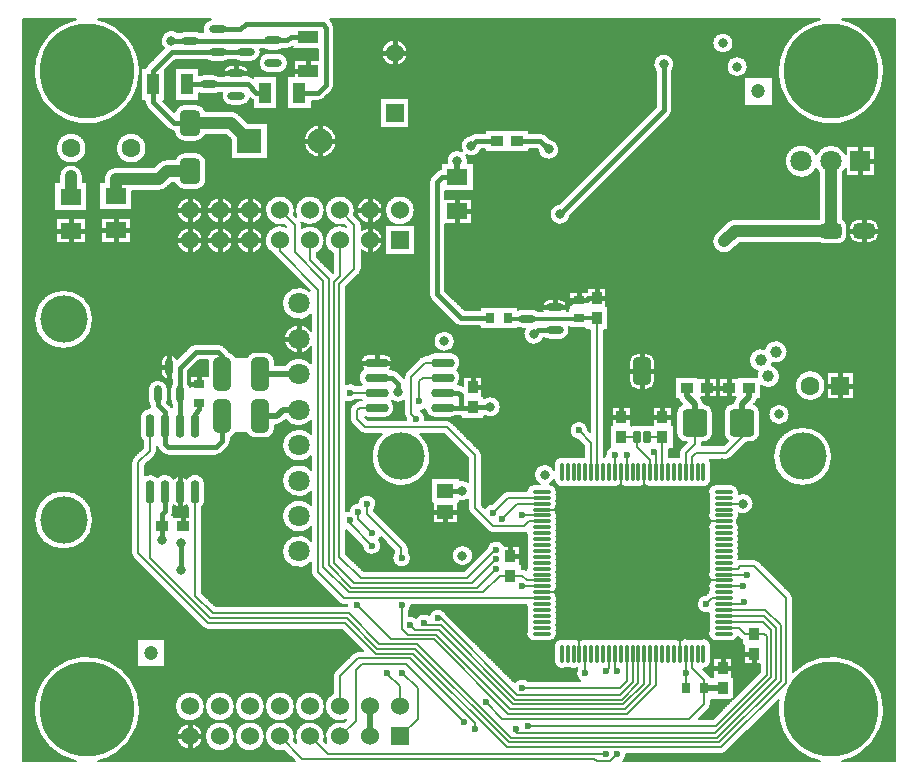
<source format=gbl>
G04 Layer_Physical_Order=4*
G04 Layer_Color=16711680*
%FSLAX24Y24*%
%MOIN*%
G70*
G01*
G75*
%ADD10C,0.0079*%
%ADD13R,0.0394X0.0354*%
%ADD14R,0.0276X0.0354*%
%ADD16R,0.0354X0.0394*%
%ADD17R,0.0354X0.0276*%
%ADD21R,0.0709X0.0551*%
%ADD22C,0.0472*%
%ADD27R,0.0571X0.0453*%
%ADD38C,0.0157*%
%ADD39C,0.0394*%
%ADD40C,0.0197*%
%ADD41C,0.0118*%
%ADD45C,0.0630*%
%ADD46R,0.0630X0.0630*%
%ADD47C,0.0600*%
%ADD48R,0.0600X0.0600*%
%ADD49C,0.0827*%
%ADD50R,0.0827X0.0827*%
%ADD51R,0.0600X0.0600*%
%ADD52C,0.0709*%
%ADD53R,0.0709X0.0709*%
%ADD54C,0.1575*%
%ADD55C,0.3150*%
%ADD56C,0.0315*%
%ADD57C,0.0236*%
%ADD58C,0.0394*%
%ADD76O,0.0800X0.0295*%
G04:AMPARAMS|DCode=77|XSize=110.2mil|YSize=59.1mil|CornerRadius=14.8mil|HoleSize=0mil|Usage=FLASHONLY|Rotation=270.000|XOffset=0mil|YOffset=0mil|HoleType=Round|Shape=RoundedRectangle|*
%AMROUNDEDRECTD77*
21,1,0.1102,0.0295,0,0,270.0*
21,1,0.0807,0.0591,0,0,270.0*
1,1,0.0295,-0.0148,-0.0404*
1,1,0.0295,-0.0148,0.0404*
1,1,0.0295,0.0148,0.0404*
1,1,0.0295,0.0148,-0.0404*
%
%ADD77ROUNDEDRECTD77*%
%ADD78R,0.0413X0.0689*%
%ADD79O,0.0295X0.0800*%
G04:AMPARAMS|DCode=80|XSize=70.9mil|YSize=51.2mil|CornerRadius=12.8mil|HoleSize=0mil|Usage=FLASHONLY|Rotation=0.000|XOffset=0mil|YOffset=0mil|HoleType=Round|Shape=RoundedRectangle|*
%AMROUNDEDRECTD80*
21,1,0.0709,0.0256,0,0,0.0*
21,1,0.0453,0.0512,0,0,0.0*
1,1,0.0256,0.0226,-0.0128*
1,1,0.0256,-0.0226,-0.0128*
1,1,0.0256,-0.0226,0.0128*
1,1,0.0256,0.0226,0.0128*
%
%ADD80ROUNDEDRECTD80*%
%ADD81R,0.0689X0.0413*%
%ADD82O,0.0281X0.0591*%
%ADD83O,0.0591X0.0281*%
G04:AMPARAMS|DCode=84|XSize=86.6mil|YSize=68.9mil|CornerRadius=17.2mil|HoleSize=0mil|Usage=FLASHONLY|Rotation=90.000|XOffset=0mil|YOffset=0mil|HoleType=Round|Shape=RoundedRectangle|*
%AMROUNDEDRECTD84*
21,1,0.0866,0.0344,0,0,90.0*
21,1,0.0522,0.0689,0,0,90.0*
1,1,0.0344,0.0172,0.0261*
1,1,0.0344,0.0172,-0.0261*
1,1,0.0344,-0.0172,-0.0261*
1,1,0.0344,-0.0172,0.0261*
%
%ADD84ROUNDEDRECTD84*%
G04:AMPARAMS|DCode=85|XSize=90.6mil|YSize=82.7mil|CornerRadius=12.4mil|HoleSize=0mil|Usage=FLASHONLY|Rotation=270.000|XOffset=0mil|YOffset=0mil|HoleType=Round|Shape=RoundedRectangle|*
%AMROUNDEDRECTD85*
21,1,0.0906,0.0579,0,0,270.0*
21,1,0.0657,0.0827,0,0,270.0*
1,1,0.0248,-0.0289,-0.0329*
1,1,0.0248,-0.0289,0.0329*
1,1,0.0248,0.0289,0.0329*
1,1,0.0248,0.0289,-0.0329*
%
%ADD85ROUNDEDRECTD85*%
%ADD86O,0.0630X0.0118*%
%ADD87O,0.0118X0.0630*%
G04:AMPARAMS|DCode=88|XSize=43.3mil|YSize=23.6mil|CornerRadius=5.9mil|HoleSize=0mil|Usage=FLASHONLY|Rotation=90.000|XOffset=0mil|YOffset=0mil|HoleType=Round|Shape=RoundedRectangle|*
%AMROUNDEDRECTD88*
21,1,0.0433,0.0118,0,0,90.0*
21,1,0.0315,0.0236,0,0,90.0*
1,1,0.0118,0.0059,0.0157*
1,1,0.0118,0.0059,-0.0157*
1,1,0.0118,-0.0059,-0.0157*
1,1,0.0118,-0.0059,0.0157*
%
%ADD88ROUNDEDRECTD88*%
G04:AMPARAMS|DCode=89|XSize=94.5mil|YSize=59.1mil|CornerRadius=14.8mil|HoleSize=0mil|Usage=FLASHONLY|Rotation=90.000|XOffset=0mil|YOffset=0mil|HoleType=Round|Shape=RoundedRectangle|*
%AMROUNDEDRECTD89*
21,1,0.0945,0.0295,0,0,90.0*
21,1,0.0650,0.0591,0,0,90.0*
1,1,0.0295,0.0148,0.0325*
1,1,0.0295,0.0148,-0.0325*
1,1,0.0295,-0.0148,-0.0325*
1,1,0.0295,-0.0148,0.0325*
%
%ADD89ROUNDEDRECTD89*%
D10*
X57537Y43778D02*
G03*
X56137Y45511I-1772J0D01*
G01*
X56159Y40400D02*
G03*
X56257Y40538I-394J386D01*
G01*
Y41034D02*
G03*
X55273Y41034I-492J-248D01*
G01*
Y40538D02*
G03*
X55372Y40400I492J248D01*
G01*
X52992Y43937D02*
G03*
X52992Y43937I-354J0D01*
G01*
X52520Y44724D02*
G03*
X52520Y44724I-354J0D01*
G01*
X55394Y45511D02*
G03*
X57537Y43778I371J-1732D01*
G01*
X55273Y41034D02*
G03*
X55273Y40538I-492J-248D01*
G01*
X57357Y38593D02*
G03*
X57092Y38858I-266J0D01*
G01*
Y38071D02*
G03*
X57357Y38337I0J266D01*
G01*
X56639Y38858D02*
G03*
X56373Y38593I0J-266D01*
G01*
Y38337D02*
G03*
X56639Y38071I266J0D01*
G01*
X56317Y38593D02*
G03*
X56159Y38871I-325J0D01*
G01*
X55992Y38012D02*
G03*
X56317Y38337I0J325D01*
G01*
X55352Y38071D02*
G03*
X55539Y38012I187J266D01*
G01*
X53806Y34054D02*
G03*
X54321Y34429I121J375D01*
G01*
D02*
G03*
X53546Y34528I-394J0D01*
G01*
X53784Y33992D02*
G03*
X53806Y34054I-359J161D01*
G01*
X55585Y33307D02*
G03*
X55585Y33307I-512J0D01*
G01*
X54075Y33612D02*
G03*
X53784Y33992I-394J0D01*
G01*
X53435Y33305D02*
G03*
X54075Y33612I246J308D01*
G01*
X52560Y38858D02*
G03*
X52280Y38742I-1J-394D01*
G01*
X52559Y38858D02*
G03*
X52281Y38743I0J-394D01*
G01*
X52559Y38858D02*
G03*
X52280Y38742I0J-394D01*
G01*
X52559Y38858D02*
G03*
X52280Y38742I0J-394D01*
G01*
X51926Y38389D02*
G03*
X52483Y37832I278J-278D01*
G01*
X51927Y38389D02*
G03*
X52484Y37832I278J-279D01*
G01*
X53546Y34528D02*
G03*
X53322Y33774I-121J-375D01*
G01*
X53322D02*
G03*
X53287Y33602I359J-161D01*
G01*
X53250Y32724D02*
G03*
X53326Y32854I-209J209D01*
G01*
X53250Y32724D02*
G03*
X53326Y32854I-209J209D01*
G01*
X53406Y32396D02*
G03*
X53215Y32689I-321J0D01*
G01*
X52587Y32896D02*
G03*
X52502Y32717I209J-209D01*
G01*
X52587Y32896D02*
G03*
X52502Y32717I209J-209D01*
G01*
Y32717D02*
G03*
X52185Y32396I4J-321D01*
G01*
X51515Y32717D02*
G03*
X51429Y32906I-295J-20D01*
G01*
X51515Y32717D02*
G03*
X51429Y32906I-295J-20D01*
G01*
X51831Y32396D02*
G03*
X51515Y32717I-321J0D01*
G01*
X50472Y43793D02*
G03*
X50551Y44016I-276J223D01*
G01*
D02*
G03*
X49921Y43793I-354J0D01*
G01*
X50392Y42285D02*
G03*
X50472Y42480I-195J195D01*
G01*
X50392Y42285D02*
G03*
X50472Y42480I-195J195D01*
G01*
X46277Y41652D02*
G03*
X46083Y41732I-195J-195D01*
G01*
X46277Y41652D02*
G03*
X46083Y41732I-195J-195D01*
G01*
X46713Y41181D02*
G03*
X46396Y41533I-354J0D01*
G01*
X46006Y41144D02*
G03*
X46713Y41181I352J37D01*
G01*
X46695Y39368D02*
G03*
X47085Y38978I37J-352D01*
G01*
X43612Y40987D02*
G03*
X44114Y41181I167J312D01*
G01*
X43937Y41732D02*
G03*
X43742Y41652I0J-276D01*
G01*
X43937Y41732D02*
G03*
X43742Y41652I0J-276D01*
G01*
X43742D02*
G03*
X43474Y41119I37J-352D01*
G01*
X43661Y40807D02*
G03*
X43612Y40987I-354J0D01*
G01*
X43653Y40728D02*
G03*
X43661Y40807I-345J79D01*
G01*
X43474Y41119D02*
G03*
X42962Y40728I-167J-312D01*
G01*
X42756Y40525D02*
G03*
X42620Y40451I59J-269D01*
G01*
X42756Y40525D02*
G03*
X42620Y40451I59J-269D01*
G01*
X42443Y40274D02*
G03*
X42362Y40079I195J-195D01*
G01*
X42443Y40274D02*
G03*
X42362Y40079I195J-195D01*
G01*
X47052Y35164D02*
G03*
X47048Y35217I-337J0D01*
G01*
X46714Y34827D02*
G03*
X47052Y35164I0J337D01*
G01*
X47048Y35217D02*
G03*
X47030Y35282I-333J-53D01*
G01*
X49902Y34104D02*
G03*
X49616Y34390I-285J0D01*
G01*
X49321D02*
G03*
X49036Y34104I0J-285D01*
G01*
X46993Y35912D02*
G03*
X46714Y36190I-278J0D01*
G01*
X46405D02*
G03*
X46153Y35794I0J-278D01*
G01*
X46966D02*
G03*
X46988Y35862I-252J118D01*
G01*
X45495Y35875D02*
G03*
X45335Y35835I0J-337D01*
G01*
X46024Y35794D02*
G03*
X45804Y35875I-220J-256D01*
G01*
X46210Y34888D02*
G03*
X46405Y34827I194J276D01*
G01*
X45562Y35201D02*
G03*
X46195Y34888I305J-181D01*
G01*
X45335Y35241D02*
G03*
X45495Y35201I160J297D01*
G01*
X50680Y32854D02*
G03*
X50746Y32754I275J108D01*
G01*
X50680Y32854D02*
G03*
X50746Y32754I275J108D01*
G01*
X49616Y33169D02*
G03*
X49902Y33455I0J285D01*
G01*
X49036D02*
G03*
X49321Y33169I285J0D01*
G01*
X50808Y32692D02*
G03*
X50610Y32396I123J-296D01*
G01*
X44764Y32598D02*
G03*
X44193Y32879I-354J0D01*
G01*
X44214Y32303D02*
G03*
X44764Y32598I196J295D01*
G01*
X43250Y35356D02*
G03*
X43445Y35276I195J195D01*
G01*
X43250Y35356D02*
G03*
X43445Y35276I195J195D01*
G01*
X43228Y34783D02*
G03*
X43228Y34783I-354J0D01*
G01*
X42362Y36358D02*
G03*
X42443Y36163I276J0D01*
G01*
X42362Y36358D02*
G03*
X42443Y36163I276J0D01*
G01*
X42568Y34419D02*
G03*
X42317Y34311I0J-344D01*
G01*
X43417Y34075D02*
G03*
X43072Y34419I-344J0D01*
G01*
X43309Y33825D02*
G03*
X43417Y34075I-237J250D01*
G01*
Y33575D02*
G03*
X43309Y33825I-344J0D01*
G01*
X43334Y33350D02*
G03*
X43417Y33575I-261J224D01*
G01*
X43504Y33298D02*
G03*
X43343Y33350I-161J-223D01*
G01*
X43504Y33298D02*
G03*
X43343Y33350I-161J-223D01*
G01*
X43072Y32230D02*
G03*
X43279Y32299I0J344D01*
G01*
X42228Y32518D02*
G03*
X42568Y32230I340J57D01*
G01*
X42244Y34311D02*
G03*
X42077Y34242I0J-236D01*
G01*
X42244Y34311D02*
G03*
X42077Y34242I0J-236D01*
G01*
X41605Y33769D02*
G03*
X41535Y33602I167J-167D01*
G01*
X41605Y33769D02*
G03*
X41535Y33602I167J-167D01*
G01*
X41325Y33770D02*
G03*
X41130Y33850I-195J-195D01*
G01*
X42105Y32466D02*
G03*
X42228Y32518I-58J310D01*
G01*
X42244Y32205D02*
G03*
X42105Y32466I-315J0D01*
G01*
X41535Y32362D02*
G03*
X41605Y32195I236J0D01*
G01*
X41535Y32362D02*
G03*
X41605Y32195I236J0D01*
G01*
X55805Y30944D02*
G03*
X55805Y30944I-984J0D01*
G01*
D02*
G03*
X55805Y30944I-984J0D01*
G01*
X54390Y32343D02*
G03*
X54390Y32343I-354J0D01*
G01*
X53085Y31417D02*
G03*
X53406Y31738I0J321D01*
G01*
X53376Y27450D02*
G03*
X53209Y27520I-167J-167D01*
G01*
X53376Y27450D02*
G03*
X53209Y27520I-167J-167D01*
G01*
X52185Y31738D02*
G03*
X52334Y31467I321J0D01*
G01*
X52274Y30837D02*
G03*
X52441Y30906I0J236D01*
G01*
X52274Y30837D02*
G03*
X52441Y30906I0J236D01*
G01*
X52697Y29764D02*
G03*
X52441Y30020I-256J0D01*
G01*
X52687Y29692D02*
G03*
X52697Y29764I-246J72D01*
G01*
X51510Y31417D02*
G03*
X51831Y31738I0J321D01*
G01*
X50610D02*
G03*
X50931Y31417I321J0D01*
G01*
X51453Y31309D02*
G03*
X51457Y31348I-233J39D01*
G01*
X51453Y31309D02*
G03*
X51457Y31348I-233J39D01*
G01*
X51772Y30689D02*
G03*
X51725Y30837I-256J0D01*
G01*
X51929Y30020D02*
G03*
X51693Y29665I0J-256D01*
G01*
X51417Y29941D02*
G03*
X51772Y30177I98J236D01*
G01*
X50758Y31220D02*
G03*
X50689Y31053I167J-167D01*
G01*
X50758Y31220D02*
G03*
X50689Y31053I167J-167D01*
G01*
X50630Y29941D02*
G03*
X50827Y29941I98J236D01*
G01*
X51024D02*
G03*
X51221Y29941I98J236D01*
G01*
X50827D02*
G03*
X51024Y29941I98J236D01*
G01*
X51221D02*
G03*
X51417Y29941I98J236D01*
G01*
X52687Y29048D02*
G03*
X53189Y29370I148J322D01*
G01*
D02*
G03*
X52687Y29692I-354J0D01*
G01*
X52697Y28976D02*
G03*
X52687Y29048I-256J0D01*
G01*
X52638Y28780D02*
G03*
X52636Y28810I-197J0D01*
G01*
X52697Y28386D02*
G03*
X52677Y28484I-256J0D01*
G01*
X52697Y28583D02*
G03*
X52636Y28749I-256J0D01*
G01*
X52677Y28484D02*
G03*
X52697Y28583I-236J98D01*
G01*
X52636Y28810D02*
G03*
X52697Y28976I-194J166D01*
G01*
X51693Y29075D02*
G03*
X51735Y28810I236J-98D01*
G01*
X51693Y29469D02*
G03*
X51693Y29272I236J-98D01*
G01*
Y29665D02*
G03*
X51693Y29469I236J-98D01*
G01*
Y29272D02*
G03*
X51693Y29075I236J-98D01*
G01*
X52636Y28749D02*
G03*
X52638Y28780I-194J31D01*
G01*
X51735Y28810D02*
G03*
X51735Y28749I194J-31D01*
G01*
D02*
G03*
X51693Y28484I194J-166D01*
G01*
D02*
G03*
X51693Y28287I236J-98D01*
G01*
X52677Y28091D02*
G03*
X52697Y28189I-236J98D01*
G01*
D02*
G03*
X52677Y28287I-256J0D01*
G01*
Y27894D02*
G03*
X52697Y27992I-236J98D01*
G01*
D02*
G03*
X52677Y28091I-256J0D01*
G01*
X52736Y27520D02*
G03*
X52682Y27514I0J-236D01*
G01*
X52736Y27520D02*
G03*
X52682Y27514I0J-236D01*
G01*
X52682D02*
G03*
X52697Y27598I-241J85D01*
G01*
Y27795D02*
G03*
X52677Y27894I-256J0D01*
G01*
Y28287D02*
G03*
X52697Y28386I-236J98D01*
G01*
X51693Y28287D02*
G03*
X51693Y28091I236J-98D01*
G01*
X52677Y27697D02*
G03*
X52697Y27795I-236J98D01*
G01*
X51693Y28091D02*
G03*
X51693Y27894I236J-98D01*
G01*
D02*
G03*
X51693Y27697I236J-98D01*
G01*
X52697Y27598D02*
G03*
X52677Y27697I-256J0D01*
G01*
X51693D02*
G03*
X51693Y27500I236J-98D01*
G01*
Y27106D02*
G03*
X51735Y26842I236J-98D01*
G01*
X51693Y27303D02*
G03*
X51693Y27106I236J-98D01*
G01*
Y27500D02*
G03*
X51693Y27303I236J-98D01*
G01*
X54488Y26240D02*
G03*
X54419Y26407I-236J0D01*
G01*
X54488Y26240D02*
G03*
X54419Y26407I-236J0D01*
G01*
X57537Y22518D02*
G03*
X54488Y23746I-1772J0D01*
G01*
X52727Y24872D02*
G03*
X52815Y24817I167J167D01*
G01*
X52727Y24872D02*
G03*
X52815Y24817I167J167D01*
G01*
X56137Y20786D02*
G03*
X57537Y22518I-371J1732D01*
G01*
X54023Y22837D02*
G03*
X55394Y20786I1743J-319D01*
G01*
X52441Y24784D02*
G03*
X52671Y24928I0J256D01*
G01*
X51735Y26842D02*
G03*
X51735Y26781I194J-31D01*
G01*
X51693Y25138D02*
G03*
X51929Y24784I236J-98D01*
G01*
X51735Y26781D02*
G03*
X51693Y26516I194J-166D01*
G01*
X51772Y24626D02*
G03*
X51417Y24862I-256J0D01*
G01*
X51505Y23859D02*
G03*
X51772Y24114I11J256D01*
G01*
X51693Y26516D02*
G03*
X51673Y26413I236J-98D01*
G01*
X51673D02*
G03*
X51644Y26388I138J-192D01*
G01*
X51673Y26413D02*
G03*
X51644Y26388I138J-192D01*
G01*
X51594Y26338D02*
G03*
X51689Y25718I20J-314D01*
G01*
X51689Y25718D02*
G03*
X51693Y25532I240J-88D01*
G01*
Y25335D02*
G03*
X51693Y25138I236J-98D01*
G01*
Y25532D02*
G03*
X51693Y25335I236J-98D01*
G01*
X51417Y24862D02*
G03*
X51221Y24862I-98J-236D01*
G01*
D02*
G03*
X51024Y24862I-98J-236D01*
G01*
D02*
G03*
X50759Y24821I-98J-236D01*
G01*
X50698D02*
G03*
X50433Y24862I-166J-194D01*
G01*
X50759Y24821D02*
G03*
X50698Y24821I-31J-194D01*
G01*
X52111Y21024D02*
G03*
X52278Y21093I0J236D01*
G01*
X52111Y21024D02*
G03*
X52278Y21093I0J236D01*
G01*
X51702Y22530D02*
G03*
X51772Y22697I-167J167D01*
G01*
X51702Y22530D02*
G03*
X51772Y22697I-167J167D01*
G01*
X51754Y23583D02*
G03*
X51702Y23661I-219J-88D01*
G01*
X51754Y23583D02*
G03*
X51702Y23661I-219J-88D01*
G01*
X49803Y31988D02*
G03*
X49705Y32008I-98J-236D01*
G01*
X49469Y31979D02*
G03*
X49351Y32008I-118J-227D01*
G01*
X49232D02*
G03*
X49134Y31988I0J-256D01*
G01*
X49833Y31974D02*
G03*
X49803Y31988I-128J-222D01*
G01*
X49587Y32008D02*
G03*
X49469Y31979I0J-256D01*
G01*
X49134Y31988D02*
G03*
X49095Y31968I99J-236D01*
G01*
X47677Y31831D02*
G03*
X47342Y31497I-314J-20D01*
G01*
X50630Y30925D02*
G03*
X50433Y30925I-98J-236D01*
G01*
X50689Y30942D02*
G03*
X50630Y30925I39J-253D01*
G01*
X50433Y29941D02*
G03*
X50630Y29941I98J236D01*
G01*
X50433Y30925D02*
G03*
X50374Y30942I-98J-236D01*
G01*
X50236Y29941D02*
G03*
X50433Y29941I98J236D01*
G01*
X50039D02*
G03*
X50236Y29941I98J236D01*
G01*
X49843D02*
G03*
X50039Y29941I98J236D01*
G01*
X49578Y29983D02*
G03*
X49843Y29941I166J194D01*
G01*
X49517Y29983D02*
G03*
X49578Y29983I31J194D01*
G01*
X49252Y29941D02*
G03*
X49517Y29983I98J236D01*
G01*
X49055Y29941D02*
G03*
X49252Y29941I98J236D01*
G01*
X48790Y29983D02*
G03*
X49055Y29941I166J194D01*
G01*
X48729Y29983D02*
G03*
X48790Y29983I31J194D01*
G01*
X48465Y29941D02*
G03*
X48729Y29983I98J236D01*
G01*
X48406Y31263D02*
G03*
X48242Y30934I148J-278D01*
G01*
X48242D02*
G03*
X48209Y30942I-73J-245D01*
G01*
X48268Y29941D02*
G03*
X48465Y29941I98J236D01*
G01*
X48071D02*
G03*
X48268Y29941I98J236D01*
G01*
X47874D02*
G03*
X48071Y29941I98J236D01*
G01*
X47539Y30942D02*
G03*
X47480Y30925I39J-253D01*
G01*
X47677Y29941D02*
G03*
X47874Y29941I98J236D01*
G01*
X47480D02*
G03*
X47677Y29941I98J236D01*
G01*
X47284D02*
G03*
X47480Y29941I98J236D01*
G01*
X47480Y30925D02*
G03*
X47284Y30925I-98J-236D01*
G01*
D02*
G03*
X47087Y30925I-98J-236D01*
G01*
Y29941D02*
G03*
X47284Y29941I98J236D01*
G01*
X47087Y30925D02*
G03*
X46890Y30925I-98J-236D01*
G01*
Y29941D02*
G03*
X47087Y29941I98J236D01*
G01*
X46634Y29567D02*
G03*
X46614Y29665I-256J0D01*
G01*
Y29665D02*
G03*
X46634Y29764I-236J98D01*
G01*
X46614Y29469D02*
G03*
X46634Y29567I-236J98D01*
G01*
X46890Y30925D02*
G03*
X46536Y30689I-98J-236D01*
G01*
X44134Y30984D02*
G03*
X44065Y31151I-236J0D01*
G01*
X44134Y30984D02*
G03*
X44065Y31151I-236J0D01*
G01*
X43120Y32096D02*
G03*
X42953Y32165I-167J-167D01*
G01*
X43120Y32096D02*
G03*
X42953Y32165I-167J-167D01*
G01*
X42242D02*
G03*
X42244Y32205I-312J39D01*
G01*
X42419Y30944D02*
G03*
X42073Y31693I-984J0D01*
G01*
X42419Y30944D02*
G03*
X42073Y31693I-984J0D01*
G01*
X46536Y30497D02*
G03*
X46058Y30020I-315J-162D01*
G01*
X46383Y30020D02*
G03*
X46536Y30172I-162J315D01*
G01*
D02*
G03*
X46890Y29941I256J5D01*
G01*
X46634Y29764D02*
G03*
X46383Y30020I-256J0D01*
G01*
X45866Y30020D02*
G03*
X45613Y29803I0J-256D01*
G01*
X45000D02*
G03*
X44833Y29734I0J-236D01*
G01*
X45000Y29803D02*
G03*
X44833Y29734I0J-236D01*
G01*
X43661Y30098D02*
G03*
X43396Y30151I-197J-295D01*
G01*
Y29456D02*
G03*
X43661Y29509I69J348D01*
G01*
X46614Y28484D02*
G03*
X46634Y28583I-236J98D01*
G01*
D02*
G03*
X46614Y28681I-256J0D01*
G01*
Y28287D02*
G03*
X46634Y28386I-236J98D01*
G01*
D02*
G03*
X46614Y28484I-256J0D01*
G01*
Y28878D02*
G03*
X46634Y28976I-236J98D01*
G01*
Y29370D02*
G03*
X46614Y29469I-256J0D01*
G01*
Y28681D02*
G03*
X46634Y28780I-236J98D01*
G01*
D02*
G03*
X46614Y28878I-256J0D01*
G01*
X46634Y27205D02*
G03*
X46614Y27303I-256J0D01*
G01*
Y27894D02*
G03*
X46634Y27992I-236J98D01*
G01*
Y27008D02*
G03*
X46614Y27106I-256J0D01*
G01*
Y27106D02*
G03*
X46634Y27205I-236J98D01*
G01*
X46614Y28091D02*
G03*
X46634Y28189I-236J98D01*
G01*
D02*
G03*
X46614Y28287I-256J0D01*
G01*
X46634Y27992D02*
G03*
X46614Y28091I-256J0D01*
G01*
X46634Y28976D02*
G03*
X46573Y29143I-256J0D01*
G01*
Y29204D02*
G03*
X46634Y29370I-194J166D01*
G01*
X46614Y27697D02*
G03*
X46634Y27795I-236J98D01*
G01*
D02*
G03*
X46614Y27894I-256J0D01*
G01*
X46575Y29173D02*
G03*
X46573Y29204I-197J0D01*
G01*
Y29143D02*
G03*
X46575Y29173I-194J31D01*
G01*
X46614Y26909D02*
G03*
X46634Y27008I-236J98D01*
G01*
X46614Y27303D02*
G03*
X46634Y27402I-236J98D01*
G01*
X46614Y26713D02*
G03*
X46634Y26811I-236J98D01*
G01*
D02*
G03*
X46614Y26909I-256J0D01*
G01*
Y27500D02*
G03*
X46634Y27598I-236J98D01*
G01*
D02*
G03*
X46614Y27697I-256J0D01*
G01*
X46634Y27402D02*
G03*
X46614Y27500I-256J0D01*
G01*
X49843Y24862D02*
G03*
X49646Y24862I-98J-236D01*
G01*
D02*
G03*
X49449Y24862I-98J-236D01*
G01*
X50433D02*
G03*
X50236Y24862I-98J-236D01*
G01*
X50039D02*
G03*
X49843Y24862I-98J-236D01*
G01*
X46614Y25925D02*
G03*
X46634Y26024I-236J98D01*
G01*
Y26614D02*
G03*
X46614Y26713I-256J0D01*
G01*
Y25728D02*
G03*
X46634Y25827I-236J98D01*
G01*
D02*
G03*
X46614Y25925I-256J0D01*
G01*
X49252Y24862D02*
G03*
X49055Y24862I-98J-236D01*
G01*
X48662D02*
G03*
X48465Y24862I-98J-236D01*
G01*
X50236D02*
G03*
X50039Y24862I-98J-236D01*
G01*
X49449D02*
G03*
X49252Y24862I-98J-236D01*
G01*
X48268D02*
G03*
X48071Y24862I-98J-236D01*
G01*
X47874D02*
G03*
X47677Y24862I-98J-236D01*
G01*
X48465D02*
G03*
X48268Y24862I-98J-236D01*
G01*
X46634Y26221D02*
G03*
X46573Y26387I-256J0D01*
G01*
Y26448D02*
G03*
X46634Y26614I-194J166D01*
G01*
Y26024D02*
G03*
X46614Y26122I-256J0D01*
G01*
Y26122D02*
G03*
X46634Y26221I-236J98D01*
G01*
X46575Y26417D02*
G03*
X46573Y26448I-197J0D01*
G01*
Y26387D02*
G03*
X46575Y26417I-194J31D01*
G01*
X46634Y25236D02*
G03*
X46614Y25335I-256J0D01*
G01*
D02*
G03*
X46634Y25433I-236J98D01*
G01*
Y25039D02*
G03*
X46614Y25138I-256J0D01*
G01*
Y25138D02*
G03*
X46634Y25236I-236J98D01*
G01*
X46614Y25532D02*
G03*
X46634Y25630I-236J98D01*
G01*
D02*
G03*
X46614Y25728I-256J0D01*
G01*
X46634Y25433D02*
G03*
X46614Y25532I-256J0D01*
G01*
X45532Y28386D02*
G03*
X45611Y28399I0J236D01*
G01*
X45532Y28386D02*
G03*
X45611Y28399I0J236D01*
G01*
X45630Y28287D02*
G03*
X45630Y28091I236J-98D01*
G01*
X45611Y28399D02*
G03*
X45630Y28287I256J-14D01*
G01*
Y28091D02*
G03*
X45630Y27894I236J-98D01*
G01*
Y27697D02*
G03*
X45630Y27500I236J-98D01*
G01*
Y27894D02*
G03*
X45630Y27697I236J-98D01*
G01*
Y27303D02*
G03*
X45615Y27157I236J-98D01*
G01*
X45630Y27500D02*
G03*
X45630Y27303I236J-98D01*
G01*
Y25728D02*
G03*
X45630Y25532I236J-98D01*
G01*
Y25925D02*
G03*
X45630Y25728I236J-98D01*
G01*
Y25335D02*
G03*
X45630Y25138I236J-98D01*
G01*
Y25532D02*
G03*
X45630Y25335I236J-98D01*
G01*
X45615Y27157D02*
G03*
X45472Y27205I-142J-188D01*
G01*
X45615Y27157D02*
G03*
X45472Y27205I-142J-188D01*
G01*
X45613Y25984D02*
G03*
X45630Y25925I253J39D01*
G01*
X48071Y24862D02*
G03*
X47874Y24862I-98J-236D01*
G01*
X47677D02*
G03*
X47413Y24821I-98J-236D01*
G01*
X49055Y24862D02*
G03*
X48858Y24862I-98J-236D01*
G01*
X48858D02*
G03*
X48662Y24862I-98J-236D01*
G01*
X47413Y24821D02*
G03*
X47351Y24821I-31J-194D01*
G01*
X47087Y23878D02*
G03*
X47316Y23894I98J236D01*
G01*
X47316D02*
G03*
X47395Y23465I263J-174D01*
G01*
X47351Y24821D02*
G03*
X47087Y24862I-166J-194D01*
G01*
X46890Y23878D02*
G03*
X47087Y23878I98J236D01*
G01*
Y24862D02*
G03*
X46890Y24862I-98J-236D01*
G01*
X48829Y20786D02*
G03*
X48937Y21024I-207J237D01*
G01*
X46378Y24784D02*
G03*
X46634Y25039I0J256D01*
G01*
X46890Y24862D02*
G03*
X46536Y24626I-98J-236D01*
G01*
X45630Y25138D02*
G03*
X45866Y24784I236J-98D01*
G01*
X46536Y24114D02*
G03*
X46890Y23878I256J0D01*
G01*
X45681Y23465D02*
G03*
X45222Y23419I-208J-236D01*
G01*
X44321Y28455D02*
G03*
X44488Y28386I167J167D01*
G01*
X44321Y28455D02*
G03*
X44488Y28386I167J167D01*
G01*
X44468Y29369D02*
G03*
X44222Y29223I20J-314D01*
G01*
X43661Y29213D02*
G03*
X43731Y29046I236J0D01*
G01*
X43661Y29213D02*
G03*
X43731Y29046I236J0D01*
G01*
X44889Y27972D02*
G03*
X44298Y27900I-283J-138D01*
G01*
X43839Y27638D02*
G03*
X43839Y27638I-354J0D01*
G01*
X41685Y27882D02*
G03*
X41616Y28049I-236J0D01*
G01*
X41685Y27882D02*
G03*
X41616Y28049I-236J0D01*
G01*
X41772Y27559D02*
G03*
X41685Y27776I-315J0D01*
G01*
X41213Y27758D02*
G03*
X41772Y27559I244J-199D01*
G01*
X42949Y25692D02*
G03*
X42372Y25661I-282J-141D01*
G01*
X41693Y25776D02*
G03*
X41772Y25984I-236J208D01*
G01*
X42372Y25661D02*
G03*
X41935Y25556I-167J-267D01*
G01*
D02*
G03*
X41693Y25627I-203J-241D01*
G01*
X41658Y44402D02*
G03*
X41658Y44402I-438J0D01*
G01*
X39213Y45236D02*
G03*
X39132Y45431I-276J0D01*
G01*
X39213Y45236D02*
G03*
X39132Y45431I-276J0D01*
G01*
X37805Y44586D02*
G03*
X37839Y44615I-161J224D01*
G01*
X37805Y44586D02*
G03*
X37839Y44615I-161J224D01*
G01*
X37644Y44534D02*
G03*
X37805Y44586I0J276D01*
G01*
X37644Y44534D02*
G03*
X37805Y44586I0J276D01*
G01*
X39132Y43132D02*
G03*
X39213Y43327I-195J195D01*
G01*
X39132Y43132D02*
G03*
X39213Y43327I-195J195D01*
G01*
X39291Y41457D02*
G03*
X39291Y41457I-551J0D01*
G01*
X38681Y42795D02*
G03*
X38876Y42876I0J276D01*
G01*
X38681Y42795D02*
G03*
X38876Y42876I0J276D01*
G01*
X37330Y44472D02*
G03*
X37524Y44534I0J337D01*
G01*
X37667Y44061D02*
G03*
X37330Y44399I-337J0D01*
G01*
Y43724D02*
G03*
X37667Y44061I0J337D01*
G01*
X36835Y44528D02*
G03*
X37020Y44472I185J282D01*
G01*
Y44399D02*
G03*
X37020Y43724I0J-337D01*
G01*
X36757Y44435D02*
G03*
X36744Y44528I-337J0D01*
G01*
X36420Y44098D02*
G03*
X36757Y44435I0J337D01*
G01*
X35925Y44154D02*
G03*
X36110Y44098I185J282D01*
G01*
X35474Y44092D02*
G03*
X35669Y44154I0J337D01*
G01*
X36506Y43565D02*
G03*
X36354Y43622I-167J-219D01*
G01*
X36354D02*
G03*
X36373Y43720I-260J99D01*
G01*
X36506Y43565D02*
G03*
X36354Y43622I-167J-219D01*
G01*
X36533Y43541D02*
G03*
X36506Y43565I-195J-195D01*
G01*
X36533Y43541D02*
G03*
X36506Y43565I-195J-195D01*
G01*
X36419Y42876D02*
G03*
X36506Y42817I195J195D01*
G01*
X36419Y42876D02*
G03*
X36506Y42817I195J195D01*
G01*
X36373Y43720D02*
G03*
X36094Y43999I-278J0D01*
G01*
X35785D02*
G03*
X35524Y43622I0J-278D01*
G01*
X36094Y42635D02*
G03*
X36418Y42877I0J337D01*
G01*
X35462Y43071D02*
G03*
X35785Y42635I323J-98D01*
G01*
X36046Y42345D02*
G03*
X35768Y42461I-278J-278D01*
G01*
X36046Y42345D02*
G03*
X35768Y42461I-278J-278D01*
G01*
X41892Y39148D02*
G03*
X41892Y39148I-497J0D01*
G01*
X40833D02*
G03*
X40833Y39148I-438J0D01*
G01*
X40118Y38662D02*
G03*
X40049Y38829I-236J0D01*
G01*
X40118Y38662D02*
G03*
X40049Y38829I-236J0D01*
G01*
X40833Y38148D02*
G03*
X40118Y38487I-438J0D01*
G01*
X39871Y39006D02*
G03*
X39892Y39148I-476J142D01*
G01*
D02*
G03*
X39537Y38672I-497J0D01*
G01*
X40118Y37810D02*
G03*
X40833Y38148I277J339D01*
G01*
X38631Y37711D02*
G03*
X38892Y38148I-236J437D01*
G01*
X39616Y38593D02*
G03*
X39159Y37711I-221J-445D01*
G01*
X40049Y37023D02*
G03*
X40118Y37190I-167J167D01*
G01*
X40049Y37023D02*
G03*
X40118Y37190I-167J167D01*
G01*
X38892Y39148D02*
G03*
X37950Y38928I-497J0D01*
G01*
X37892Y39148D02*
G03*
X37537Y38672I-497J0D01*
G01*
X38130Y38650D02*
G03*
X38112Y38740I-236J0D01*
G01*
D02*
G03*
X38892Y39148I283J408D01*
G01*
X38130Y38650D02*
G03*
X38112Y38740I-236J0D01*
G01*
X37871Y39006D02*
G03*
X37892Y39148I-476J142D01*
G01*
X36833D02*
G03*
X36833Y39148I-438J0D01*
G01*
X35833D02*
G03*
X35833Y39148I-438J0D01*
G01*
X38892Y38148D02*
G03*
X38130Y38568I-497J0D01*
G01*
X37616Y38593D02*
G03*
X37172Y37705I-221J-445D01*
G01*
X38388Y36455D02*
G03*
X38435Y35679I-366J-412D01*
G01*
X37172Y37705D02*
G03*
X37228Y37615I223J77D01*
G01*
X37172Y37705D02*
G03*
X37228Y37615I223J77D01*
G01*
X36833Y38148D02*
G03*
X36833Y38148I-438J0D01*
G01*
X35833D02*
G03*
X35833Y38148I-438J0D01*
G01*
X35114Y45511D02*
G03*
X34842Y45079I50J-333D01*
G01*
X34970Y44154D02*
G03*
X35165Y44092I194J276D01*
G01*
X34759Y45079D02*
G03*
X34564Y45140I-194J-276D01*
G01*
X34255D02*
G03*
X34060Y45079I0J-337D01*
G01*
X35379Y43622D02*
G03*
X35184Y43684I-194J-276D01*
G01*
X34875D02*
G03*
X34715Y43643I0J-337D01*
G01*
X34002Y45079D02*
G03*
X33531Y44551I-223J-276D01*
G01*
X32974Y43994D02*
G03*
X32908Y43888I195J-195D01*
G01*
X32974Y43994D02*
G03*
X32908Y43888I195J-195D01*
G01*
X35184Y43009D02*
G03*
X35379Y43071I0J337D01*
G01*
X34715Y43050D02*
G03*
X34875Y43009I160J297D01*
G01*
X34582Y41437D02*
G03*
X34926Y41673I0J369D01*
G01*
Y42461D02*
G03*
X34582Y42697I-344J-133D01*
G01*
X34237D02*
G03*
X33883Y42432I0J-369D01*
G01*
X33868Y41791D02*
G03*
X34237Y41437I369J15D01*
G01*
X33663Y41872D02*
G03*
X33858Y41791I195J195D01*
G01*
X33663Y41872D02*
G03*
X33858Y41791I195J195D01*
G01*
X32894Y42756D02*
G03*
X32974Y42561I276J0D01*
G01*
X32894Y42756D02*
G03*
X32974Y42561I276J0D01*
G01*
X32734Y43778D02*
G03*
X31334Y45511I-1772J0D01*
G01*
X30591D02*
G03*
X32734Y43778I371J-1732D01*
G01*
X32953Y41220D02*
G03*
X32953Y41220I-512J0D01*
G01*
X30953D02*
G03*
X30953Y41220I-512J0D01*
G01*
X34951Y40714D02*
G03*
X34582Y41083I-369J0D01*
G01*
Y39823D02*
G03*
X34951Y40192I0J369D01*
G01*
X33893Y40059D02*
G03*
X34237Y39823I344J133D01*
G01*
Y41083D02*
G03*
X33893Y40846I0J-369D01*
G01*
X33622D02*
G03*
X33344Y40731I0J-394D01*
G01*
X33622Y40846D02*
G03*
X33344Y40731I0J-394D01*
G01*
X33366Y39803D02*
G03*
X33644Y39918I0J394D01*
G01*
X33366Y39803D02*
G03*
X33644Y39918I0J394D01*
G01*
X31930Y40591D02*
G03*
X31535Y40196I-1J-394D01*
G01*
X31929Y40591D02*
G03*
X31535Y40197I0J-394D01*
G01*
X31929Y40591D02*
G03*
X31535Y40197I0J-394D01*
G01*
X34833Y39148D02*
G03*
X34833Y39148I-438J0D01*
G01*
Y38148D02*
G03*
X34833Y38148I-438J0D01*
G01*
X35530Y34624D02*
G03*
X35335Y34705I-195J-195D01*
G01*
X35530Y34624D02*
G03*
X35335Y34705I-195J-195D01*
G01*
X34596D02*
G03*
X34402Y34624I0J-276D01*
G01*
X34596Y34705D02*
G03*
X34402Y34624I0J-276D01*
G01*
X30827Y40276D02*
G03*
X30039Y40275I-394J0D01*
G01*
X30827Y40276D02*
G03*
X30039Y40276I-394J0D01*
G01*
X31171Y35511D02*
G03*
X31171Y35511I-984J0D01*
G01*
D02*
G03*
X31171Y35511I-984J0D01*
G01*
X41158Y34075D02*
G03*
X40872Y34360I-285J0D01*
G01*
X41063Y33862D02*
G03*
X41158Y34075I-190J213D01*
G01*
X40368Y34360D02*
G03*
X40177Y33862I0J-285D01*
G01*
X41129Y32805D02*
G03*
X41535Y32796I210J285D01*
G01*
X41325Y33770D02*
G03*
X41130Y33850I-195J-195D01*
G01*
X41217Y32575D02*
G03*
X41129Y32805I-344J0D01*
G01*
X40872Y32230D02*
G03*
X41217Y32575I0J344D01*
G01*
X40177Y33862D02*
G03*
X40131Y33325I190J-287D01*
G01*
X40248Y32252D02*
G03*
X40368Y32230I120J323D01*
G01*
X39928Y33311D02*
G03*
X39616Y33367I-204J-240D01*
G01*
X40055Y32811D02*
G03*
X39888Y32742I0J-236D01*
G01*
X40055Y32811D02*
G03*
X39888Y32742I0J-236D01*
G01*
X39616Y32775D02*
G03*
X39937Y32839I108J296D01*
G01*
X39794Y32647D02*
G03*
X39724Y32480I167J-167D01*
G01*
X39794Y32647D02*
G03*
X39724Y32480I167J-167D01*
G01*
X40796Y31693D02*
G03*
X42419Y30944I638J-749D01*
G01*
X40796Y31693D02*
G03*
X42419Y30944I638J-749D01*
G01*
X40532Y29152D02*
G03*
X40610Y29360I-236J208D01*
G01*
D02*
G03*
X39984Y29409I-315J0D01*
G01*
X40069Y31762D02*
G03*
X40236Y31693I167J167D01*
G01*
X40069Y31762D02*
G03*
X40236Y31693I167J167D01*
G01*
X39724Y32205D02*
G03*
X39794Y32038I236J0D01*
G01*
X39724Y32205D02*
G03*
X39794Y32038I236J0D01*
G01*
X39984Y29409D02*
G03*
X39687Y29132I16J-315D01*
G01*
X39687Y29132D02*
G03*
X39616Y29115I37J-313D01*
G01*
X38435Y35129D02*
G03*
X38435Y34595I-413J-267D01*
G01*
Y34046D02*
G03*
X37563Y33986I-413J-365D01*
G01*
X37583Y32166D02*
G03*
X38435Y32135I438J334D01*
G01*
X37234Y34094D02*
G03*
X36890Y34439I-344J0D01*
G01*
X36594D02*
G03*
X36299Y34272I0J-344D01*
G01*
X37293Y31998D02*
G03*
X37502Y32085I0J295D01*
G01*
X37293Y31998D02*
G03*
X37502Y32085I0J295D01*
G01*
X36890Y31545D02*
G03*
X37234Y31890I0J344D01*
G01*
X36299Y31713D02*
G03*
X36594Y31545I295J177D01*
G01*
X38435Y31683D02*
G03*
X38435Y30954I-413J-365D01*
G01*
Y30502D02*
G03*
X38435Y29773I-413J-365D01*
G01*
Y29321D02*
G03*
X38435Y28592I-413J-365D01*
G01*
X40705Y28173D02*
G03*
X40753Y28243I-233J212D01*
G01*
X40778Y27972D02*
G03*
X40705Y28173I-315J0D01*
G01*
X40148Y27953D02*
G03*
X40778Y27972I314J20D01*
G01*
X39360Y26053D02*
G03*
X39528Y25984I167J167D01*
G01*
X39646D02*
G03*
X39648Y25945I315J-0D01*
G01*
X39360Y26053D02*
G03*
X39528Y25984I167J167D01*
G01*
X38435Y27077D02*
G03*
X38504Y26910I236J0D01*
G01*
X38435Y27077D02*
G03*
X38504Y26910I236J0D01*
G01*
X39990Y24449D02*
G03*
X39823Y24380I0J-236D01*
G01*
X39990Y24449D02*
G03*
X39823Y24380I0J-236D01*
G01*
X39228Y23785D02*
G03*
X39159Y23618I167J-167D01*
G01*
X39228Y23785D02*
G03*
X39159Y23618I167J-167D01*
G01*
Y23050D02*
G03*
X39616Y22168I236J-437D01*
G01*
X39537Y22089D02*
G03*
X38950Y21392I-142J-476D01*
G01*
X38892Y22613D02*
G03*
X38892Y22613I-497J0D01*
G01*
X38871Y21471D02*
G03*
X38892Y21613I-476J142D01*
G01*
D02*
G03*
X37950Y21392I-497J0D01*
G01*
X37871Y21471D02*
G03*
X37892Y21613I-476J142D01*
G01*
X38435Y28140D02*
G03*
X38435Y27411I-413J-365D01*
G01*
X37892Y22613D02*
G03*
X37892Y22613I-497J0D01*
G01*
Y21613D02*
G03*
X37537Y21137I-497J0D01*
G01*
X36892Y22613D02*
G03*
X36892Y22613I-497J0D01*
G01*
Y21613D02*
G03*
X36892Y21613I-497J0D01*
G01*
X35711Y34429D02*
G03*
X35667Y34486I-239J-138D01*
G01*
X35711Y34429D02*
G03*
X35667Y34486I-239J-138D01*
G01*
X35925Y34272D02*
G03*
X35711Y34429I-295J-177D01*
G01*
X34995Y34153D02*
G03*
X34990Y34094I339J-59D01*
G01*
X33959Y34181D02*
G03*
X33423Y34077I-258J-104D01*
G01*
X35758Y31570D02*
G03*
X35925Y31713I-128J320D01*
G01*
X34400Y33257D02*
G03*
X34350Y33361I-325J-91D01*
G01*
X33423Y33767D02*
G03*
X33799Y33507I278J0D01*
G01*
Y33361D02*
G03*
X33738Y33167I276J-194D01*
G01*
Y32857D02*
G03*
X33791Y32674I337J0D01*
G01*
Y32577D02*
G03*
X33762Y32612I-224J-160D01*
G01*
X33791Y32577D02*
G03*
X33762Y32612I-224J-160D01*
G01*
X33641Y32733D02*
G03*
X33664Y32857I-314J123D01*
G01*
X33051Y32657D02*
G03*
X33069Y32561I276J0D01*
G01*
X33051Y32657D02*
G03*
X33069Y32561I276J0D01*
G01*
X35677Y31272D02*
G03*
X35758Y31467I-195J195D01*
G01*
X35677Y31272D02*
G03*
X35758Y31467I-195J195D01*
G01*
X35266Y30974D02*
G03*
X35461Y31055I0J276D01*
G01*
X35266Y30974D02*
G03*
X35461Y31055I0J276D01*
G01*
X34803Y29261D02*
G03*
X34911Y29511I-236J251D01*
G01*
Y30016D02*
G03*
X34280Y30206I-344J0D01*
G01*
Y29321D02*
G03*
X34331Y29261I287J190D01*
G01*
X34280Y30206D02*
G03*
X33854Y30206I-213J-190D01*
G01*
Y29321D02*
G03*
X34280Y29321I213J190D01*
G01*
X33467Y31055D02*
G03*
X33661Y30974I195J195D01*
G01*
X33467Y31055D02*
G03*
X33661Y30974I195J195D01*
G01*
X33303Y31265D02*
G03*
X33372Y31150I264J80D01*
G01*
X33303Y31265D02*
G03*
X33372Y31150I264J80D01*
G01*
X33234Y30969D02*
G03*
X33303Y31136I-167J167D01*
G01*
X33234Y30969D02*
G03*
X33303Y31136I-167J167D01*
G01*
X33854Y30206D02*
G03*
X33317Y30253I-287J-190D01*
G01*
X33814Y28996D02*
G03*
X33843Y29118I-247J122D01*
G01*
X33814Y28996D02*
G03*
X33843Y29118I-247J122D01*
G01*
X33664Y33167D02*
G03*
X32990Y33167I-337J0D01*
G01*
Y32857D02*
G03*
X33051Y32663I337J0D01*
G01*
X33069Y32561D02*
G03*
X32722Y32216I-2J-344D01*
G01*
Y31711D02*
G03*
X32831Y31461I344J0D01*
G01*
X33317Y30253D02*
G03*
X32913Y30325I-250J-237D01*
G01*
X32510Y30913D02*
G03*
X32441Y30746I167J-167D01*
G01*
X32510Y30913D02*
G03*
X32441Y30746I167J-167D01*
G01*
X31171Y28829D02*
G03*
X31171Y28829I-984J0D01*
G01*
D02*
G03*
X31171Y28829I-984J0D01*
G01*
X34846Y25227D02*
G03*
X35014Y25157I167J167D01*
G01*
X34846Y25227D02*
G03*
X35014Y25157I167J167D01*
G01*
X35892Y22613D02*
G03*
X35892Y22613I-497J0D01*
G01*
X34892D02*
G03*
X34892Y22613I-497J0D01*
G01*
X35892Y21613D02*
G03*
X35892Y21613I-497J0D01*
G01*
X34833D02*
G03*
X34833Y21613I-438J0D01*
G01*
X32441Y27730D02*
G03*
X32510Y27563I236J0D01*
G01*
X32441Y27730D02*
G03*
X32510Y27563I236J0D01*
G01*
X31334Y20786D02*
G03*
X32734Y22518I-371J1732D01*
G01*
D02*
G03*
X30591Y20786I-1772J0D01*
G01*
X57421Y44409D02*
X57891D01*
X57397Y44468D02*
X57891D01*
X57461Y44291D02*
X57891D01*
X57442Y44350D02*
X57891D01*
X57310Y44646D02*
X57891D01*
X57276Y44705D02*
X57891D01*
X57371Y44527D02*
X57891D01*
X57342Y44587D02*
X57891D01*
X57524Y43996D02*
X57891D01*
X57515Y44055D02*
X57891D01*
X57534Y43878D02*
X57891D01*
X57530Y43937D02*
X57891D01*
X57492Y44173D02*
X57891D01*
X57478Y44232D02*
X57891D01*
X57505Y44114D02*
X57891D01*
X56681Y45295D02*
X57891D01*
X56575Y45354D02*
X57891D01*
X56853Y45177D02*
X57891D01*
X56772Y45236D02*
X57891D01*
X56284Y45472D02*
X57891D01*
X56137Y45511D02*
X57891D01*
X56448Y45413D02*
X57891D01*
X57151Y44882D02*
X57891D01*
X57102Y44941D02*
X57891D01*
X57238Y44764D02*
X57891D01*
X57196Y44823D02*
X57891D01*
X56990Y45059D02*
X57891D01*
X56925Y45118D02*
X57891D01*
X57049Y45000D02*
X57891D01*
X57526Y43583D02*
X57891D01*
X57519Y43524D02*
X57891D01*
X57509Y43464D02*
X57891D01*
X57497Y43405D02*
X57891D01*
X57537Y43760D02*
X57891D01*
X57537Y43819D02*
X57891D01*
X57535Y43701D02*
X57891D01*
X57532Y43642D02*
X57891D01*
X57429Y43169D02*
X57891D01*
X57406Y43110D02*
X57891D01*
X57381Y43051D02*
X57891D01*
X57353Y42992D02*
X57891D01*
X57484Y43346D02*
X57891D01*
X57468Y43287D02*
X57891D01*
X57449Y43228D02*
X57891D01*
X57069Y42579D02*
X57891D01*
X57012Y42520D02*
X57891D01*
X56949Y42461D02*
X57891D01*
X56880Y42401D02*
X57891D01*
X57322Y42933D02*
X57891D01*
X57212Y42756D02*
X57891D01*
X57121Y42638D02*
X57891D01*
X56498Y42165D02*
X57891D01*
X56351Y42106D02*
X57891D01*
X56142Y42047D02*
X57891D01*
X56011Y41279D02*
X57891D01*
X56803Y42342D02*
X57891D01*
X56716Y42283D02*
X57891D01*
X56616Y42224D02*
X57891D01*
X56752Y45250D02*
Y45511D01*
X56693Y45288D02*
Y45511D01*
X56870Y45163D02*
Y45511D01*
X56811Y45209D02*
Y45511D01*
X56516Y45383D02*
Y45511D01*
X56457Y45410D02*
Y45511D01*
X56634Y45323D02*
Y45511D01*
X56575Y45354D02*
Y45511D01*
X57401Y44458D02*
Y45511D01*
X57342Y44586D02*
Y45511D01*
X57520Y44026D02*
Y45511D01*
X57461Y44293D02*
Y45511D01*
X56988Y45060D02*
Y45511D01*
X56929Y45114D02*
Y45511D01*
X57283Y44692D02*
Y45511D01*
X56279Y45474D02*
Y45511D01*
X55216Y45463D02*
Y45511D01*
X56398Y45433D02*
Y45511D01*
X56338Y45455D02*
Y45511D01*
X55098Y45420D02*
Y45511D01*
X55039Y45394D02*
Y45511D01*
X55157Y45442D02*
Y45511D01*
X54626Y45135D02*
Y45511D01*
X54567Y45083D02*
Y45511D01*
X54685Y45182D02*
Y45511D01*
X54449Y44964D02*
Y45511D01*
X54390Y44895D02*
Y45511D01*
X54508Y45026D02*
Y45511D01*
X57289Y42874D02*
X57891D01*
X57224Y44783D02*
Y45511D01*
X57252Y42815D02*
X57891D01*
X57169Y42697D02*
X57891D01*
X57165Y44864D02*
Y45511D01*
X57106Y44936D02*
Y45511D01*
X57047Y45001D02*
Y45511D01*
X55748Y41337D02*
Y42007D01*
X55984Y41292D02*
Y42020D01*
X55925Y41314D02*
Y42014D01*
X55866Y41328D02*
Y42010D01*
X55807Y41336D02*
Y42007D01*
X55630Y41320D02*
Y42012D01*
X55571Y41302D02*
Y42017D01*
X55689Y41332D02*
Y42008D01*
X54862Y45302D02*
Y45511D01*
X54803Y45266D02*
Y45511D01*
X54980Y45367D02*
Y45511D01*
X54921Y45336D02*
Y45511D01*
X54744Y41336D02*
Y42331D01*
Y45226D02*
Y45511D01*
X54803Y41337D02*
Y42291D01*
X54921Y41319D02*
Y42221D01*
X54862Y41331D02*
Y42254D01*
X55027Y41279D02*
X55519D01*
X54980Y41300D02*
Y42190D01*
X54626Y41315D02*
Y42422D01*
X54567Y41294D02*
Y42474D01*
X54685Y41329D02*
Y42374D01*
X57242Y41220D02*
X57891D01*
X57224Y41278D02*
Y42773D01*
X57242Y41102D02*
X57891D01*
X57242Y41161D02*
X57891D01*
X57165Y41278D02*
Y42692D01*
X57106Y41278D02*
Y42620D01*
X57047Y41278D02*
Y42555D01*
X56988Y41278D02*
Y42496D01*
X57242Y40984D02*
X57891D01*
X57242Y41043D02*
X57891D01*
X57242Y40866D02*
X57891D01*
X57242Y40925D02*
X57891D01*
X57342Y38681D02*
Y42971D01*
X57283Y38777D02*
Y42865D01*
X57242Y40294D02*
Y41278D01*
X56929D02*
Y42442D01*
X56870Y41278D02*
Y42393D01*
X56811Y41278D02*
Y42348D01*
X56752Y41278D02*
Y42307D01*
X56693Y41278D02*
Y42269D01*
X56634Y41278D02*
Y42234D01*
X56398Y41278D02*
Y42123D01*
X56257Y41278D02*
X57242D01*
X56575D02*
Y42202D01*
X56516Y41278D02*
Y42173D01*
X56457Y41278D02*
Y42147D01*
X57242Y40512D02*
X57891D01*
X57242Y40571D02*
X57891D01*
X57242Y40394D02*
X57891D01*
X57242Y40453D02*
X57891D01*
X57242Y40748D02*
X57891D01*
X57242Y40807D02*
X57891D01*
X57242Y40630D02*
X57891D01*
X57242Y40689D02*
X57891D01*
X57242Y40335D02*
X57891D01*
X57224Y38823D02*
Y40294D01*
X57165Y38848D02*
Y40294D01*
X57106Y38858D02*
Y40294D01*
X56988Y38858D02*
Y40294D01*
X56929Y38858D02*
Y40294D01*
X57047Y38858D02*
Y40294D01*
X56257D02*
X57242D01*
X56159Y40276D02*
X57891D01*
X56159Y40157D02*
X57891D01*
X56159Y40216D02*
X57891D01*
X56752Y38858D02*
Y40294D01*
X56693Y38858D02*
Y40294D01*
X56870Y38858D02*
Y40294D01*
X56575Y38850D02*
Y40294D01*
X56516Y38828D02*
Y40294D01*
X56811Y38858D02*
Y40294D01*
X56634Y38858D02*
Y40294D01*
X56398Y38704D02*
Y40294D01*
X56338Y33760D02*
Y40294D01*
X56457Y38786D02*
Y40294D01*
X56338Y41278D02*
Y42102D01*
X56279Y41278D02*
Y42083D01*
X56105Y41220D02*
X56257D01*
X56102Y41222D02*
Y42039D01*
X55453Y41240D02*
Y42035D01*
X55394Y41193D02*
Y42046D01*
X56043Y41262D02*
Y42029D01*
X55512Y41276D02*
Y42025D01*
X56257Y41034D02*
Y41278D01*
X56169Y41161D02*
X56257D01*
Y40294D02*
Y40538D01*
X56217Y41102D02*
X56257D01*
X56220Y41097D02*
Y42066D01*
X56161Y41170D02*
Y42052D01*
X55157Y41189D02*
Y42114D01*
X55098Y41237D02*
Y42137D01*
X55185Y41161D02*
X55362D01*
X55121Y41220D02*
X55426D01*
X54508Y41265D02*
Y42530D01*
X54449Y41226D02*
Y42593D01*
X55039Y41273D02*
Y42162D01*
X55335Y41130D02*
Y42060D01*
X55233Y41102D02*
X55314D01*
X55275Y41039D02*
Y42076D01*
X55216Y41124D02*
Y42094D01*
X55275Y38858D02*
Y40534D01*
X56204Y40453D02*
X56257D01*
X56159Y38871D02*
Y40400D01*
Y40335D02*
X56257D01*
X56159Y40394D02*
X56257D01*
X55372Y38871D02*
Y40400D01*
X55220Y40453D02*
X55327D01*
X55168Y40394D02*
X55372D01*
X56220Y38823D02*
Y40475D01*
X55335Y38858D02*
Y40442D01*
X56279Y38743D02*
Y40294D01*
X56161Y38870D02*
Y40403D01*
X55216Y38858D02*
Y40448D01*
X55157Y38858D02*
Y40383D01*
X55098Y38858D02*
Y40335D01*
X55097Y40335D02*
X55372D01*
X55039Y38858D02*
Y40299D01*
X54988Y40276D02*
X55372D01*
X54980Y38858D02*
Y40272D01*
X54921Y38858D02*
Y40253D01*
X54862Y38858D02*
Y40241D01*
X54803Y38858D02*
Y40235D01*
X54626Y38858D02*
Y40257D01*
X54567Y38858D02*
Y40278D01*
X54744Y38858D02*
Y40236D01*
X54685Y38858D02*
Y40243D01*
X54449Y38858D02*
Y40347D01*
X54390Y38858D02*
Y40398D01*
X54508Y38858D02*
Y40308D01*
X54212Y44631D02*
Y45511D01*
X54153Y44514D02*
Y45511D01*
X54331Y44818D02*
Y45511D01*
X54272Y44731D02*
Y45511D01*
X53799Y43583D02*
Y45511D01*
X53740Y43583D02*
Y45511D01*
X54094Y44367D02*
Y45511D01*
X54035Y44160D02*
Y45511D01*
X53563Y43583D02*
Y45511D01*
X53504Y43583D02*
Y45511D01*
X53681Y43583D02*
Y45511D01*
X53622Y43583D02*
Y45511D01*
X53386Y43583D02*
Y45511D01*
X53327Y43583D02*
Y45511D01*
X53445Y43583D02*
Y45511D01*
X52388Y45000D02*
X54482D01*
X52282Y45059D02*
X54541D01*
X52483Y44882D02*
X54379D01*
X52446Y44941D02*
X54428D01*
X52517Y44764D02*
X54293D01*
X52506Y44823D02*
X54334D01*
X52519Y44705D02*
X54255D01*
X53268Y43583D02*
Y45511D01*
X53209Y43583D02*
Y45511D01*
X52511Y44646D02*
X54220D01*
X52492Y44587D02*
X54189D01*
X53090Y43583D02*
Y45511D01*
X53031Y43583D02*
Y45511D01*
X53149Y43583D02*
Y45511D01*
X53819Y43524D02*
X54012D01*
X52972Y44055D02*
X54015D01*
X53819Y43405D02*
X54033D01*
X53819Y43464D02*
X54022D01*
X52992Y43937D02*
X54001D01*
X52987Y43996D02*
X54007D01*
X53819Y43583D02*
X54005D01*
X52987Y43878D02*
X53997D01*
X53819Y43110D02*
X54125D01*
X53819Y43169D02*
X54102D01*
X53819Y42992D02*
X54178D01*
X53819Y43051D02*
X54150D01*
X53819Y43287D02*
X54063D01*
X53819Y43346D02*
X54047D01*
X53819Y43228D02*
X54081D01*
X52460Y44527D02*
X54160D01*
X52410Y44468D02*
X54134D01*
X52328Y44409D02*
X54110D01*
X50314Y44350D02*
X54089D01*
X52834Y44232D02*
X54053D01*
X52646Y44291D02*
X54070D01*
X52902Y44173D02*
X54038D01*
X52972Y43819D02*
X53994D01*
X52945Y44114D02*
X54026D01*
X52902Y43701D02*
X53995D01*
X52834Y43642D02*
X53999D01*
X52945Y43760D02*
X53994D01*
X52874Y43583D02*
X53819D01*
X52559Y44282D02*
Y45511D01*
X52500Y44841D02*
Y45511D01*
X52677Y44289D02*
Y45511D01*
X52618Y44291D02*
Y45511D01*
X52323Y45042D02*
Y45511D01*
X52264Y45065D02*
Y45511D01*
X52441Y44947D02*
Y45511D01*
X52382Y45005D02*
Y45511D01*
X52854Y44218D02*
Y45511D01*
X52795Y44254D02*
Y45511D01*
X52972Y44054D02*
Y45511D01*
X52913Y44160D02*
Y45511D01*
X52736Y44277D02*
Y45511D01*
X52500Y44263D02*
Y44608D01*
X52441Y44232D02*
Y44502D01*
X52087Y45070D02*
Y45511D01*
X52027Y45051D02*
Y45511D01*
X52205Y45077D02*
Y45511D01*
X52146Y45078D02*
Y45511D01*
X51909Y44969D02*
Y45511D01*
X51850Y44887D02*
Y45511D01*
X51968Y45019D02*
Y45511D01*
X41340Y44823D02*
X51825D01*
X41640Y44527D02*
X51871D01*
X41617Y44587D02*
X51839D01*
X41536Y44705D02*
X51812D01*
X41467Y44764D02*
X51813D01*
X41584Y44646D02*
X51820D01*
X52382Y44182D02*
Y44444D01*
X50477Y44232D02*
X52442D01*
X50537Y44114D02*
X52331D01*
X50514Y44173D02*
X52374D01*
X52323Y44099D02*
Y44407D01*
X50549Y44055D02*
X52304D01*
X50551Y43996D02*
X52288D01*
X52972Y43583D02*
Y43820D01*
X52913Y43583D02*
Y43714D01*
X50472Y43228D02*
X52874D01*
X50472Y43346D02*
X52874D01*
X50542Y43937D02*
X52283D01*
X50523Y43878D02*
X52288D01*
X50491Y43819D02*
X52304D01*
X50472Y43701D02*
X52374D01*
X50420Y44291D02*
X52630D01*
X50472Y43583D02*
X52874D01*
X50472Y43642D02*
X52442D01*
X41658Y44409D02*
X52003D01*
X41653Y44468D02*
X51920D01*
X50472Y43760D02*
X52331D01*
X50472Y43169D02*
X52874D01*
X50472Y43287D02*
X52874D01*
X50472Y43051D02*
X52874D01*
X50472Y43110D02*
X52874D01*
X50472Y43464D02*
X52874D01*
X50472Y43524D02*
X52874D01*
X50472Y43405D02*
X52874D01*
X53819Y42697D02*
X54362D01*
X50472Y42638D02*
X54410D01*
X50472Y42520D02*
X54519D01*
X50472Y42579D02*
X54462D01*
X53819Y42874D02*
X54242D01*
X53819Y42933D02*
X54208D01*
X53819Y42756D02*
X54319D01*
X53819Y42815D02*
X54279D01*
X54272Y40996D02*
Y42826D01*
X54390Y41174D02*
Y42662D01*
X54331Y41104D02*
Y42739D01*
X54153Y38858D02*
Y43043D01*
X54094Y38858D02*
Y43190D01*
X54212Y38858D02*
Y42925D01*
X50390Y42283D02*
X54815D01*
X50331Y42224D02*
X54915D01*
X50272Y42165D02*
X55033D01*
X50212Y42106D02*
X55180D01*
X50472Y42461D02*
X54581D01*
X50461Y42401D02*
X54650D01*
X50435Y42342D02*
X54728D01*
X49976Y41870D02*
X57891D01*
X49917Y41811D02*
X57891D01*
X49858Y41752D02*
X57891D01*
X49799Y41693D02*
X57891D01*
X50153Y42047D02*
X55389D01*
X50094Y41988D02*
X57891D01*
X50035Y41929D02*
X57891D01*
X49740Y41634D02*
X57891D01*
X49681Y41575D02*
X57891D01*
X49622Y41516D02*
X57891D01*
X49563Y41457D02*
X57891D01*
X49504Y41398D02*
X57891D01*
X49445Y41339D02*
X57891D01*
X49386Y41279D02*
X54535D01*
X49327Y41220D02*
X54442D01*
X49268Y41161D02*
X54377D01*
X54331Y38858D02*
Y40469D01*
X49209Y41102D02*
X54330D01*
X49149Y41043D02*
X54294D01*
X49090Y40984D02*
X54267D01*
X54272Y38858D02*
Y40576D01*
X49031Y40925D02*
X54248D01*
X48795Y40689D02*
X54239D01*
X48736Y40630D02*
X54253D01*
X48677Y40571D02*
X54274D01*
X48972Y40866D02*
X54236D01*
X48913Y40807D02*
X54230D01*
X48854Y40748D02*
X54231D01*
X48441Y40335D02*
X54465D01*
X48382Y40276D02*
X54574D01*
X48323Y40216D02*
X55372D01*
X48264Y40157D02*
X55372D01*
X48618Y40512D02*
X54303D01*
X48559Y40453D02*
X54342D01*
X48500Y40394D02*
X54394D01*
X53976Y38858D02*
Y45511D01*
X53917Y38858D02*
Y45511D01*
X53858Y38858D02*
Y45511D01*
X52854Y38858D02*
Y43656D01*
X52795Y38858D02*
Y43620D01*
X52500Y38854D02*
Y43611D01*
X52736Y38858D02*
Y43597D01*
X52559Y38858D02*
Y43592D01*
X52323Y38780D02*
Y43775D01*
X52264Y38726D02*
Y44384D01*
X52441Y38840D02*
Y43642D01*
X52382Y38816D02*
Y43692D01*
X52205Y38667D02*
Y44372D01*
X52087Y38549D02*
Y44379D01*
X52146Y38608D02*
Y44371D01*
X51909Y38371D02*
Y44479D01*
X51850Y38282D02*
Y44562D01*
X52027Y38490D02*
Y44398D01*
X51968Y38431D02*
Y44430D01*
X51319Y33602D02*
Y45511D01*
X51260Y33602D02*
Y45511D01*
X51732Y33543D02*
Y45511D01*
X51614Y33543D02*
Y45511D01*
X51555Y33543D02*
Y45511D01*
X51791Y33543D02*
Y45511D01*
X51673Y33543D02*
Y45511D01*
X51437Y33543D02*
Y45511D01*
X51378Y33543D02*
Y45511D01*
X51496Y33543D02*
Y45511D01*
X54035Y38858D02*
Y43397D01*
X53819Y42638D02*
Y43583D01*
X53799Y38858D02*
Y42638D01*
X53740Y38858D02*
Y42638D01*
X53622Y38858D02*
Y42638D01*
X53563Y38858D02*
Y42638D01*
X53681Y38858D02*
Y42638D01*
X53386Y38858D02*
Y42638D01*
X53327Y38858D02*
Y42638D01*
X53504Y38858D02*
Y42638D01*
X53445Y38858D02*
Y42638D01*
X53209Y38858D02*
Y42638D01*
X53149Y38858D02*
Y42638D01*
X53268Y38858D02*
Y42638D01*
X50472Y42756D02*
X52874D01*
X50472Y42815D02*
X52874D01*
Y42638D02*
X53819D01*
X50472Y42697D02*
X52874D01*
X50472Y42933D02*
X52874D01*
X50472Y42992D02*
X52874D01*
X50472Y42874D02*
X52874D01*
X52972Y38858D02*
Y42638D01*
X52913Y38858D02*
Y42638D01*
X53090Y38858D02*
Y42638D01*
X53031Y38858D02*
Y42638D01*
X52677Y38858D02*
Y43585D01*
X52618Y38858D02*
Y43583D01*
X52874Y42638D02*
Y43583D01*
X56159Y38976D02*
X57891D01*
X56159Y39035D02*
X57891D01*
X57098Y38858D02*
X57891D01*
X56159Y38917D02*
X57891D01*
X56159Y39213D02*
X57891D01*
X56159Y39272D02*
X57891D01*
X56159Y39094D02*
X57891D01*
X56159Y39153D02*
X57891D01*
X57313Y38740D02*
X57891D01*
X57259Y38799D02*
X57891D01*
X57356Y38622D02*
X57891D01*
X57342Y38681D02*
X57891D01*
X57357Y38337D02*
Y38593D01*
Y38563D02*
X57891D01*
X56159Y39862D02*
X57891D01*
X56159Y39921D02*
X57891D01*
X56159Y39744D02*
X57891D01*
X56159Y39803D02*
X57891D01*
X56159Y40039D02*
X57891D01*
X56159Y40098D02*
X57891D01*
X56159Y39980D02*
X57891D01*
X56159Y39449D02*
X57891D01*
X56159Y39508D02*
X57891D01*
X56159Y39331D02*
X57891D01*
X56159Y39390D02*
X57891D01*
X56159Y39626D02*
X57891D01*
X56159Y39685D02*
X57891D01*
X56159Y39567D02*
X57891D01*
X57357Y38445D02*
X57891D01*
X57357Y38504D02*
X57891D01*
X57357Y38386D02*
X57891D01*
X57357Y38327D02*
X57891D01*
X57348Y38268D02*
X57891D01*
X57325Y38209D02*
X57891D01*
X57280Y38150D02*
X57891D01*
X57192Y38090D02*
X57891D01*
X56103Y38031D02*
X57891D01*
X55270Y33779D02*
X57891D01*
X54316Y34488D02*
X57891D01*
X54321Y34429D02*
X57891D01*
X54316Y34370D02*
X57891D01*
X54303Y34547D02*
X57891D01*
X54279Y34606D02*
X57891D01*
X54303Y34311D02*
X57891D01*
X54279Y34252D02*
X57891D01*
X54188Y34724D02*
X57891D01*
X54099Y34783D02*
X57891D01*
X54242Y34665D02*
X57891D01*
X53872Y33957D02*
X57891D01*
X53794Y34016D02*
X57891D01*
X54003Y33839D02*
X57891D01*
X53952Y33898D02*
X57891D01*
X54242Y34193D02*
X57891D01*
X54188Y34134D02*
X57891D01*
X54099Y34075D02*
X57891D01*
X56639Y38858D02*
X57092D01*
X56317Y38563D02*
X56373D01*
X56315Y38622D02*
X56375D01*
X56317Y38445D02*
X56373D01*
X56317Y38504D02*
X56373D01*
X56316Y38327D02*
X56373D01*
X56309Y38268D02*
X56382D01*
X56373Y38337D02*
Y38593D01*
X56317Y38337D02*
Y38593D01*
Y38386D02*
X56373D01*
X56242Y38799D02*
X56472D01*
X56179Y38858D02*
X56633D01*
X56281Y38740D02*
X56418D01*
X56257Y38150D02*
X56450D01*
X56304Y38681D02*
X56388D01*
X56290Y38209D02*
X56406D01*
X56204Y38090D02*
X56539D01*
X55216Y33798D02*
Y38071D01*
X55098Y33818D02*
Y38071D01*
X53917Y34823D02*
Y38071D01*
X55157Y33812D02*
Y38071D01*
X54212Y34700D02*
Y38071D01*
X54153Y34751D02*
Y38071D01*
X56639Y38071D02*
X57092D01*
X55539Y38012D02*
X55992D01*
X54035Y34808D02*
Y38071D01*
X53976Y34820D02*
Y38071D01*
X54094Y34785D02*
Y38071D01*
X54921Y33796D02*
Y38071D01*
X54272Y34620D02*
Y38071D01*
X55039Y33818D02*
Y38071D01*
X54980Y33810D02*
Y38071D01*
X54035Y33784D02*
Y34051D01*
X53976Y33873D02*
Y34038D01*
X53917Y33927D02*
Y34035D01*
X53740Y34775D02*
Y38071D01*
X53681Y34736D02*
Y38071D01*
X53858Y34817D02*
Y38071D01*
X53799Y34801D02*
Y38071D01*
X53622Y34678D02*
Y38071D01*
X53563Y34578D02*
Y38071D01*
X53433Y34547D02*
X53552D01*
X53858Y33964D02*
Y34041D01*
X53504Y34539D02*
Y38071D01*
X53445Y34547D02*
Y38071D01*
X53799Y33988D02*
Y34030D01*
X56398Y33760D02*
Y38226D01*
X56279Y33760D02*
Y38186D01*
X56516Y33760D02*
Y38101D01*
X56457Y33760D02*
Y38143D01*
X56220Y33760D02*
Y38106D01*
X56161Y33760D02*
Y38060D01*
X56102Y33760D02*
Y38031D01*
X56043Y33760D02*
Y38016D01*
X56526Y33661D02*
X57891D01*
X56526Y33720D02*
X57891D01*
X56526Y33543D02*
X57891D01*
X56526Y33602D02*
X57891D01*
X56526Y32854D02*
Y33760D01*
Y33484D02*
X57891D01*
X55866Y33760D02*
Y38012D01*
X55807Y33760D02*
Y38012D01*
X55984Y33760D02*
Y38012D01*
X55925Y33760D02*
Y38012D01*
X55689Y33760D02*
Y38012D01*
X55630Y33760D02*
Y38012D01*
X55748Y33760D02*
Y38012D01*
X55620Y33760D02*
X56526D01*
X55375Y33720D02*
X55620D01*
X55527Y33543D02*
X55620D01*
X55442Y33661D02*
X55620D01*
Y32854D02*
Y33760D01*
X55553Y33484D02*
X55620D01*
X55571Y33425D02*
X55620D01*
X56526Y33366D02*
X57891D01*
X56526Y33425D02*
X57891D01*
X56526Y33189D02*
X57891D01*
X56526Y33307D02*
X57891D01*
X56526Y33248D02*
X57891D01*
X55585Y33307D02*
X55620D01*
X56526Y33071D02*
X57891D01*
X56526Y33130D02*
X57891D01*
X56526Y32953D02*
X57891D01*
X56526Y33012D02*
X57891D01*
X56526Y32894D02*
X57891D01*
X55620Y32854D02*
X56526D01*
X55442Y32953D02*
X55620D01*
X55270Y32835D02*
X57891D01*
X54281Y32598D02*
X57891D01*
X54198Y32657D02*
X57891D01*
X55581Y33366D02*
X55620D01*
X55581Y33248D02*
X55620D01*
X55491Y33012D02*
X55620D01*
X54389Y32362D02*
X57891D01*
X54388Y32303D02*
X57891D01*
X54376Y32244D02*
X57891D01*
X54353Y32185D02*
X57891D01*
X54362Y32480D02*
X57891D01*
X54330Y32539D02*
X57891D01*
X54381Y32421D02*
X57891D01*
X55335Y33747D02*
Y38071D01*
X55275Y33777D02*
Y38071D01*
X55453Y33650D02*
Y38023D01*
X55394Y33706D02*
Y38046D01*
X54744Y33699D02*
Y38071D01*
X54685Y33641D02*
Y38071D01*
X54862Y33774D02*
Y38071D01*
X54803Y33742D02*
Y38071D01*
X55571Y33426D02*
Y38012D01*
X55512Y33570D02*
Y38013D01*
X55491Y33602D02*
X55620D01*
X54567Y33384D02*
Y38071D01*
X54390Y32351D02*
Y38071D01*
X54626Y33556D02*
Y38071D01*
X54060Y33720D02*
X54771D01*
X54037Y33779D02*
X54876D01*
X54075Y33602D02*
X54655D01*
X54072Y33661D02*
X54703D01*
X54069Y33543D02*
X54619D01*
X54053Y33484D02*
X54593D01*
X54331Y32539D02*
Y38071D01*
X54272Y32607D02*
Y34238D01*
X54212Y32649D02*
Y34158D01*
X54153Y32677D02*
Y34107D01*
X54094Y32692D02*
Y34073D01*
X54035Y32697D02*
Y33441D01*
X55571Y33189D02*
X55620D01*
X54027Y33425D02*
X54575D01*
X55553Y33130D02*
X55620D01*
X55527Y33071D02*
X55620D01*
X53988Y33366D02*
X54564D01*
X53930Y33307D02*
X54561D01*
X53830Y33248D02*
X54564D01*
X53976Y32692D02*
Y33352D01*
X53917Y32677D02*
Y33297D01*
X55375Y32894D02*
X55620D01*
X53858Y32649D02*
Y33261D01*
X53799Y32607D02*
Y33237D01*
X53435Y32854D02*
Y33305D01*
X53740Y32538D02*
Y33223D01*
X53435Y33012D02*
X54655D01*
X53435Y33071D02*
X54619D01*
X53435Y32894D02*
X54771D01*
X53435Y32953D02*
X54704D01*
X53435Y33189D02*
X54575D01*
X53435Y33248D02*
X53532D01*
X53435Y33130D02*
X54593D01*
X53405Y32421D02*
X53690D01*
X53394Y32480D02*
X53709D01*
X53406Y32185D02*
X53718D01*
X53406Y32244D02*
X53695D01*
X53406Y32362D02*
X53682D01*
X53386Y32507D02*
Y32854D01*
X53406Y32303D02*
X53683D01*
X52624Y37972D02*
X57891D01*
X52564Y37913D02*
X57891D01*
X52505Y37854D02*
X57891D01*
X52441Y37795D02*
X57891D01*
X47555Y39449D02*
X55372D01*
X47378Y39272D02*
X55372D01*
X52683Y38031D02*
X55428D01*
X47319Y39213D02*
X55372D01*
X42913Y37500D02*
X57891D01*
X42913Y37559D02*
X57891D01*
X48268Y36555D02*
X57891D01*
X42913Y37441D02*
X57891D01*
X52327Y37736D02*
X57891D01*
X42913Y37677D02*
X57891D01*
X42913Y37618D02*
X57891D01*
X42913Y37146D02*
X57891D01*
X42913Y37205D02*
X57891D01*
X42913Y37027D02*
X57891D01*
X42913Y37087D02*
X57891D01*
X42913Y37323D02*
X57891D01*
X42913Y37382D02*
X57891D01*
X42913Y37264D02*
X57891D01*
X42913Y36732D02*
X57891D01*
X42913Y36791D02*
X57891D01*
X42913Y36614D02*
X57891D01*
X42913Y36673D02*
X57891D01*
X42913Y36909D02*
X57891D01*
X42913Y36968D02*
X57891D01*
X42913Y36850D02*
X57891D01*
X48327Y35728D02*
X57891D01*
X48327Y35787D02*
X57891D01*
X48327Y35610D02*
X57891D01*
X48327Y35669D02*
X57891D01*
X48268Y36201D02*
X57891D01*
X48268Y36260D02*
X57891D01*
X48327Y35846D02*
X57891D01*
X48327Y35905D02*
X57891D01*
X48327Y35315D02*
X57891D01*
X48327Y35374D02*
X57891D01*
X48327Y35197D02*
X57891D01*
X48327Y35256D02*
X57891D01*
X48327Y35492D02*
X57891D01*
X48327Y35551D02*
X57891D01*
X48327Y35433D02*
X57891D01*
X48268Y36142D02*
X57891D01*
X48268Y36319D02*
X57891D01*
X48268Y36024D02*
X57891D01*
X48268Y36083D02*
X57891D01*
X48268Y36437D02*
X57891D01*
X48268Y36496D02*
X57891D01*
X48268Y36378D02*
X57891D01*
X48209Y34961D02*
X57891D01*
X48209Y35020D02*
X57891D01*
X48209Y34842D02*
X57891D01*
X48209Y34902D02*
X57891D01*
X48268Y35965D02*
X57891D01*
X48209Y35138D02*
X57891D01*
X48209Y35079D02*
X57891D01*
X47968Y39862D02*
X55372D01*
X47909Y39803D02*
X55372D01*
X47850Y39744D02*
X55372D01*
X47791Y39685D02*
X55372D01*
X48205Y40098D02*
X55372D01*
X48146Y40039D02*
X55372D01*
X48087Y39980D02*
X55372D01*
X48027Y39921D02*
X55372D01*
X47732Y39626D02*
X55372D01*
X52560Y38858D02*
X55352D01*
X51927Y38389D02*
X52280Y38742D01*
X47437Y39331D02*
X55372D01*
X47260Y39153D02*
X55372D01*
X47201Y39094D02*
X55372D01*
X47142Y39035D02*
X55372D01*
X47673Y39567D02*
X55372D01*
X47614Y39508D02*
X55372D01*
X47496Y39390D02*
X55372D01*
X47084Y38976D02*
X55372D01*
X47073Y38917D02*
X55372D01*
X47050Y38858D02*
X52551D01*
X47013Y38799D02*
X52351D01*
X46955Y38740D02*
X52278D01*
X46849Y38681D02*
X52219D01*
X42913Y38622D02*
X52160D01*
X52722Y38071D02*
X55352D01*
X52484Y37832D02*
X52722Y38071D01*
X48209Y34724D02*
X53667D01*
X48209Y34783D02*
X53756D01*
X42913Y38268D02*
X51844D01*
X53386Y34545D02*
Y38071D01*
X48209Y34665D02*
X53612D01*
X48209Y34547D02*
X53418D01*
X48209Y34606D02*
X53576D01*
X53327Y34535D02*
Y38071D01*
X53268Y34514D02*
Y38071D01*
X48209Y34488D02*
X53218D01*
X42913Y38504D02*
X52041D01*
X42913Y38563D02*
X52101D01*
X42913Y38386D02*
X51923D01*
X42913Y38445D02*
X51982D01*
X42913Y38209D02*
X51823D01*
X42913Y38327D02*
X51876D01*
X42913Y38150D02*
X51813D01*
X42913Y37854D02*
X51905D01*
X42913Y37913D02*
X51864D01*
X42913Y37736D02*
X52082D01*
X42913Y37795D02*
X51968D01*
X42913Y38031D02*
X51819D01*
X42913Y38090D02*
X51811D01*
X42913Y37972D02*
X51836D01*
X53209Y34482D02*
Y38071D01*
X53268Y33602D02*
Y33793D01*
X53209Y33602D02*
Y33825D01*
X53149Y34435D02*
Y38071D01*
X53090Y34361D02*
Y38071D01*
X53149Y33602D02*
Y33872D01*
X52736Y33602D02*
Y38071D01*
X52972Y33602D02*
Y38071D01*
X52913Y33602D02*
Y38071D01*
X53090Y33602D02*
Y33946D01*
X53031Y33602D02*
Y38071D01*
X52854Y33602D02*
Y38071D01*
X52795Y33602D02*
Y38071D01*
X52677Y33602D02*
Y38026D01*
X49721Y34370D02*
X53096D01*
X48209Y34429D02*
X53144D01*
X49861Y34252D02*
X53044D01*
X49813Y34311D02*
X53064D01*
X49900Y34134D02*
X53032D01*
X49888Y34193D02*
X53033D01*
X49902Y34075D02*
X53039D01*
X49902Y33898D02*
X53126D01*
X49902Y33957D02*
X53084D01*
X49902Y33779D02*
X53302D01*
X49902Y33839D02*
X53189D01*
X52618Y33543D02*
Y37967D01*
X52559Y33543D02*
Y37908D01*
X49902Y34016D02*
X53056D01*
X53326Y32854D02*
X53435D01*
X53320Y32835D02*
X54876D01*
X53291Y32776D02*
X57891D01*
X53242Y32716D02*
X57891D01*
X52648Y33543D02*
Y33602D01*
X53270Y32657D02*
X53873D01*
X53372Y32539D02*
X53741D01*
X53334Y32598D02*
X53790D01*
X53327Y32607D02*
Y32854D01*
X53268Y32659D02*
Y32743D01*
X53215Y32689D02*
X53250Y32724D01*
X49902Y33661D02*
X53290D01*
X49902Y33720D02*
X53302D01*
X52648Y33602D02*
X53287D01*
X51349Y33602D02*
X52648D01*
X52038Y32913D02*
X52604D01*
X52038Y33543D02*
X52648D01*
X51441Y32894D02*
X52584D01*
X52559Y32864D02*
Y32913D01*
X51482Y32835D02*
X52540D01*
X52500Y32717D02*
Y32913D01*
X51505Y32776D02*
X52514D01*
X52500Y33543D02*
Y37849D01*
X52441Y33543D02*
Y37795D01*
X52382Y33543D02*
Y37759D01*
X52323Y33543D02*
Y37735D01*
X52264Y33543D02*
Y37721D01*
X52087Y33543D02*
Y37735D01*
X52205Y33543D02*
Y37717D01*
X52146Y33543D02*
Y37721D01*
X51959Y33307D02*
X52038D01*
Y32913D02*
Y33543D01*
X51959Y32913D02*
Y33543D01*
Y33366D02*
X52038D01*
X51909Y33543D02*
Y37850D01*
X51349Y33543D02*
X51959D01*
Y33484D02*
X52038D01*
X51959Y33543D02*
X52038D01*
X51850Y33543D02*
Y37939D01*
X50561Y33602D02*
X51349D01*
Y33543D02*
Y33602D01*
X51959Y33248D02*
X52038D01*
X51959Y33425D02*
X52038D01*
X51959Y33130D02*
X52038D01*
X51959Y33189D02*
X52038D01*
X52323Y32659D02*
Y32913D01*
X52264Y32606D02*
Y32913D01*
X52441Y32710D02*
Y32913D01*
X52382Y32692D02*
Y32913D01*
X51959Y33012D02*
X52038D01*
X51959Y33071D02*
X52038D01*
X51959Y32953D02*
X52038D01*
X52205Y32506D02*
Y32913D01*
X51819Y32480D02*
X52196D01*
X51831Y32362D02*
X52185D01*
X51830Y32421D02*
X52186D01*
X51831Y32244D02*
X52185D01*
X51831Y32303D02*
X52185D01*
X51831Y32185D02*
X52185D01*
X51614Y32699D02*
Y32913D01*
X51555Y32713D02*
Y32913D01*
X51519Y32716D02*
X52497D01*
X51422Y32913D02*
X51959D01*
X51496Y32803D02*
Y32913D01*
X51696Y32657D02*
X52320D01*
X51797Y32539D02*
X52219D01*
X51759Y32598D02*
X52257D01*
X51732Y32627D02*
Y32913D01*
X51673Y32672D02*
Y32913D01*
X51791Y32550D02*
Y32913D01*
X50315Y44350D02*
Y45511D01*
X50256Y44365D02*
Y45511D01*
X50433Y44280D02*
Y45511D01*
X50374Y44323D02*
Y45511D01*
X50079Y44350D02*
Y45511D01*
X50020Y44323D02*
Y45511D01*
X50197Y44370D02*
Y45511D01*
X50138Y44365D02*
Y45511D01*
X49961Y44280D02*
Y45511D01*
X49901Y44211D02*
Y45511D01*
X50551Y44024D02*
Y45511D01*
X50492Y44212D02*
Y45511D01*
X49783Y42457D02*
Y45511D01*
X49724Y42398D02*
Y45511D01*
X49842Y42516D02*
Y45511D01*
X49547Y42220D02*
Y45511D01*
X49488Y42161D02*
Y45511D01*
X49665Y42338D02*
Y45511D01*
X49606Y42279D02*
Y45511D01*
X49370Y42043D02*
Y45511D01*
X49311Y41984D02*
Y45511D01*
X49429Y42102D02*
Y45511D01*
X49134Y41807D02*
Y45511D01*
X48898Y41571D02*
Y45511D01*
X49252Y41925D02*
Y45511D01*
X49193Y41866D02*
Y45511D01*
X48602Y41275D02*
Y45511D01*
X48543Y41216D02*
Y45511D01*
X48838Y41512D02*
Y45511D01*
X50472Y42480D02*
Y43793D01*
X49901Y42575D02*
Y43820D01*
X49075Y41748D02*
Y45511D01*
X49921Y42594D02*
Y43793D01*
X48779Y41453D02*
Y45511D01*
X48720Y41394D02*
Y45511D01*
X49016Y41689D02*
Y45511D01*
X48957Y41630D02*
Y45511D01*
X48484Y41157D02*
Y45511D01*
X48425Y41098D02*
Y45511D01*
X48661Y41335D02*
Y45511D01*
X45689Y41752D02*
X49079D01*
X45689Y41811D02*
X49138D01*
X46295Y41634D02*
X48961D01*
X46225Y41693D02*
X49020D01*
X46475Y41516D02*
X48842D01*
X46354Y41575D02*
X48902D01*
X46581Y41457D02*
X48783D01*
X46676Y41339D02*
X48665D01*
X46639Y41398D02*
X48724D01*
X46710Y41220D02*
X48547D01*
X46699Y41279D02*
X48606D01*
X46712Y41161D02*
X48488D01*
X46704Y41102D02*
X48429D01*
X46685Y41043D02*
X48370D01*
X48248Y40921D02*
Y45511D01*
X46713Y41182D02*
Y45511D01*
X48366Y41039D02*
Y45511D01*
X48307Y40980D02*
Y45511D01*
X46535Y41488D02*
Y45511D01*
X46476Y41515D02*
Y45511D01*
X46653Y41377D02*
Y45511D01*
X46594Y41445D02*
Y45511D01*
X48071Y40744D02*
Y45511D01*
X48012Y40685D02*
Y45511D01*
X48189Y40862D02*
Y45511D01*
X48130Y40803D02*
Y45511D01*
X47894Y40567D02*
Y45511D01*
X47835Y40508D02*
Y45511D01*
X47953Y40626D02*
Y45511D01*
X45590Y41831D02*
Y45511D01*
X45531Y41831D02*
Y45511D01*
X46004Y41732D02*
Y45511D01*
X45650Y41831D02*
Y45511D01*
X45413Y41831D02*
Y45511D01*
X45354Y41831D02*
Y45511D01*
X45472Y41831D02*
Y45511D01*
X46299Y41630D02*
Y45511D01*
X46240Y41683D02*
Y45511D01*
X46417Y41530D02*
Y45511D01*
X46358Y41571D02*
Y45511D01*
X46122Y41729D02*
Y45511D01*
X46063Y41732D02*
Y45511D01*
X46181Y41714D02*
Y45511D01*
X45945Y41732D02*
Y45511D01*
X45886Y41732D02*
Y45511D01*
X45768Y41732D02*
Y45511D01*
X45709Y41732D02*
Y45511D01*
X45827Y41732D02*
Y45511D01*
X46653Y40984D02*
X48311D01*
X46603Y40925D02*
X48252D01*
X46520Y40866D02*
X48193D01*
X46277Y41652D02*
X46396Y41533D01*
X45968Y41181D02*
X46006Y41144D01*
X45236Y41831D02*
Y45511D01*
X45177Y41831D02*
Y45511D01*
X45295Y41831D02*
Y45511D01*
X45020Y41831D02*
X45689D01*
X45059D02*
Y45511D01*
X45000Y41831D02*
Y45511D01*
X45118Y41831D02*
Y45511D01*
X45689Y41181D02*
X45968D01*
X45689Y41732D02*
X46083D01*
X45689Y41102D02*
X46013D01*
X45689Y41161D02*
X45988D01*
X45689Y41083D02*
Y41181D01*
Y41732D02*
Y41831D01*
X45020Y41083D02*
X45689D01*
X51083Y33602D02*
Y45511D01*
X51024Y33602D02*
Y45511D01*
X51201Y33602D02*
Y45511D01*
X51142Y33602D02*
Y45511D01*
X50846Y33602D02*
Y45511D01*
X50787Y33602D02*
Y45511D01*
X50964Y33602D02*
Y45511D01*
X50905Y33602D02*
Y45511D01*
X50728Y33602D02*
Y45511D01*
X50669Y33602D02*
Y45511D01*
X50610Y33602D02*
Y45511D01*
X50433Y32598D02*
Y42338D01*
X50374Y32598D02*
Y42268D01*
X50315Y32598D02*
Y42209D01*
X50256Y32598D02*
Y42150D01*
X47085Y38978D02*
X50392Y42285D01*
X46695Y39368D02*
X49921Y42594D01*
X49783Y34336D02*
Y41677D01*
X49724Y34369D02*
Y41618D01*
X49665Y34386D02*
Y41559D01*
X47776Y40449D02*
Y45511D01*
X49606Y34390D02*
Y41500D01*
X50197Y32598D02*
Y42090D01*
X50138Y32598D02*
Y42031D01*
X50079Y32598D02*
Y41972D01*
X50020Y32598D02*
Y41913D01*
X49961Y32598D02*
Y41854D01*
X49901Y34115D02*
Y41795D01*
X49842Y34279D02*
Y41736D01*
X49547Y34390D02*
Y41441D01*
X49488Y34390D02*
Y41382D01*
X49429Y34390D02*
Y41323D01*
X49370Y34390D02*
Y41264D01*
X49311Y34390D02*
Y41205D01*
X49252Y34381D02*
Y41146D01*
X49193Y34359D02*
Y41087D01*
X49134Y34320D02*
Y41027D01*
X49075Y34249D02*
Y40968D01*
X49016Y32598D02*
Y40909D01*
X48957Y32598D02*
Y40850D01*
X48898Y32598D02*
Y40791D01*
X48838Y32598D02*
Y40732D01*
X48779Y32598D02*
Y40673D01*
X48720Y32598D02*
Y40614D01*
X48130Y36555D02*
Y40024D01*
X48071Y36555D02*
Y39964D01*
X48012Y36555D02*
Y39905D01*
X47953Y36555D02*
Y39846D01*
X47894Y36555D02*
Y39787D01*
X47835Y36555D02*
Y39728D01*
X47776Y36555D02*
Y39669D01*
X48661Y32598D02*
Y40555D01*
X48602Y32598D02*
Y40496D01*
X48543Y32598D02*
Y40437D01*
X48484Y32598D02*
Y40378D01*
X48307Y35945D02*
Y40201D01*
X48248Y36555D02*
Y40142D01*
X48189Y36555D02*
Y40083D01*
X47598Y40272D02*
Y45511D01*
X47539Y40212D02*
Y45511D01*
X47716Y40390D02*
Y45511D01*
X47657Y40331D02*
Y45511D01*
X47362Y40035D02*
Y45511D01*
X47303Y39976D02*
Y45511D01*
X47480Y40153D02*
Y45511D01*
X47421Y40094D02*
Y45511D01*
X47126Y39799D02*
Y45511D01*
X47067Y39740D02*
Y45511D01*
X47244Y39917D02*
Y45511D01*
X47185Y39858D02*
Y45511D01*
X46949Y39622D02*
Y45511D01*
X46890Y39563D02*
Y45511D01*
X47008Y39681D02*
Y45511D01*
X46831Y39504D02*
Y45511D01*
X46772Y39445D02*
Y45511D01*
X46713Y39386D02*
Y41180D01*
X45295Y35925D02*
Y41083D01*
X45059Y35925D02*
Y41083D01*
X45000Y35925D02*
Y41083D01*
X45236Y35925D02*
Y41083D01*
X45886Y35865D02*
Y41181D01*
X45827Y35874D02*
Y41181D01*
X46004Y35810D02*
Y41146D01*
X45945Y35844D02*
Y41181D01*
X45768Y35875D02*
Y41181D01*
X45709Y35875D02*
Y41181D01*
X45177Y35925D02*
Y41083D01*
X46653Y39361D02*
Y40985D01*
X46594Y39342D02*
Y40917D01*
X47716Y36555D02*
Y39610D01*
X47657Y36555D02*
Y39551D01*
X46535Y39310D02*
Y40874D01*
X46476Y39261D02*
Y40847D01*
X46417Y39178D02*
Y40832D01*
X47598Y36437D02*
Y39492D01*
X47539Y36437D02*
Y39433D01*
X47480Y36437D02*
Y39374D01*
X47421Y36437D02*
Y39315D01*
X47362Y36437D02*
Y39256D01*
X47303Y36437D02*
Y39197D01*
X47244Y36437D02*
Y39138D01*
X46299Y36169D02*
Y40832D01*
X46240Y36136D02*
Y40847D01*
X46358Y36186D02*
Y40827D01*
X45650Y35875D02*
Y41083D01*
X45118Y35925D02*
Y41083D01*
X46181Y36077D02*
Y40874D01*
X45590Y35875D02*
Y41083D01*
X45531Y35875D02*
Y41083D01*
X46122Y35794D02*
Y40917D01*
X46063Y35794D02*
Y40985D01*
X45413Y35865D02*
Y41083D01*
X45354Y35844D02*
Y41083D01*
X45472Y35874D02*
Y41083D01*
X44823Y41831D02*
Y45511D01*
X44764Y41831D02*
Y45511D01*
X44941Y41831D02*
Y45511D01*
X44882Y41831D02*
Y45511D01*
X44587Y41831D02*
Y45511D01*
X44527Y41831D02*
Y45511D01*
X44705Y41831D02*
Y45511D01*
X44646Y41831D02*
Y45511D01*
X44350Y41831D02*
Y45511D01*
X44291Y41831D02*
Y45511D01*
X44468Y41831D02*
Y45511D01*
X44409Y41831D02*
Y45511D01*
X44173Y41732D02*
Y45511D01*
X44114Y41732D02*
Y45511D01*
X44232Y41732D02*
Y45511D01*
X41655Y44350D02*
X50080D01*
X41644Y44291D02*
X49974D01*
X41624Y44232D02*
X49916D01*
X41594Y44173D02*
X49879D01*
X41551Y44114D02*
X49856D01*
X41488Y44055D02*
X49845D01*
X41385Y43996D02*
X49843D01*
X41717Y42815D02*
X49921D01*
X41717Y42874D02*
X49921D01*
X41717Y42697D02*
X49921D01*
X41717Y42756D02*
X49921D01*
X41717Y42579D02*
X49905D01*
X41717Y42638D02*
X49921D01*
X41717Y42520D02*
X49846D01*
X44232Y41831D02*
X44902D01*
X44232Y41732D02*
Y41831D01*
X44902D02*
X45020D01*
X44902D02*
X45020D01*
X44114Y41181D02*
X44232D01*
X43937Y41732D02*
X44232D01*
X44106Y41161D02*
X44232D01*
X44074Y41102D02*
X44232D01*
X44902Y41083D02*
X45020D01*
X44025Y41043D02*
X46032D01*
X43942Y40984D02*
X46064D01*
X43661Y40807D02*
X48134D01*
X44232Y41083D02*
X44902D01*
X44232D02*
Y41181D01*
X44902Y41083D02*
X45020D01*
X41717Y42401D02*
X49728D01*
X41717Y42461D02*
X49787D01*
X41717Y42283D02*
X49610D01*
X41717Y42342D02*
X49669D01*
X41717Y42165D02*
X49492D01*
X41717Y42224D02*
X49551D01*
X41717Y42106D02*
X49433D01*
X41717Y41988D02*
X49315D01*
X41717Y42047D02*
X49374D01*
X43656Y40748D02*
X48075D01*
X41717Y41929D02*
X49256D01*
X43641Y40925D02*
X46113D01*
X43656Y40866D02*
X46196D01*
X43937Y41732D02*
Y45511D01*
X43878Y41726D02*
Y45511D01*
X44055Y41732D02*
Y45511D01*
X43996Y41732D02*
Y45511D01*
X43701Y41645D02*
Y45511D01*
X43642Y41626D02*
Y45511D01*
X43819Y41706D02*
Y45511D01*
X43760Y41668D02*
Y45511D01*
X43464Y41461D02*
Y45511D01*
X43405Y41147D02*
Y45511D01*
X43583Y41594D02*
Y45511D01*
X43524Y41544D02*
Y45511D01*
X43287Y41161D02*
Y45511D01*
X43228Y41152D02*
Y45511D01*
X43346Y41159D02*
Y45511D01*
X41398Y44802D02*
Y45511D01*
X41339Y44823D02*
Y45511D01*
X41516Y44725D02*
Y45511D01*
X41457Y44770D02*
Y45511D01*
X41220Y44839D02*
Y45511D01*
X41161Y44835D02*
Y45511D01*
X41279Y44835D02*
Y45511D01*
X43051Y41052D02*
Y45511D01*
X42992Y40969D02*
Y45511D01*
X43169Y41133D02*
Y45511D01*
X43110Y41102D02*
Y45511D01*
X42874Y40728D02*
Y45511D01*
X42815Y40728D02*
Y45511D01*
X42933Y40728D02*
Y45511D01*
X43642Y40924D02*
Y40973D01*
X41717Y41905D02*
Y42898D01*
X41693D02*
Y45511D01*
X43308Y41161D02*
X43453D01*
X43701Y40728D02*
Y40954D01*
X43819Y40728D02*
Y40947D01*
X43760Y40728D02*
Y40945D01*
X42756Y40728D02*
X42962D01*
X41634Y44546D02*
Y45511D01*
X41575Y44659D02*
Y45511D01*
X41634Y42898D02*
Y44257D01*
X41516Y42898D02*
Y44078D01*
X41575Y42898D02*
Y44144D01*
X41457Y42898D02*
Y44033D01*
X41398Y42898D02*
Y44001D01*
X41339Y42898D02*
Y43980D01*
X41279Y42898D02*
Y43968D01*
X41161Y42898D02*
Y43968D01*
X41220Y42898D02*
Y43964D01*
X44409Y35925D02*
Y41083D01*
X44350Y35925D02*
Y41083D01*
X44527Y35925D02*
Y41083D01*
X44468Y35925D02*
Y41083D01*
X44173Y35925D02*
Y41181D01*
X44114Y35925D02*
Y41181D01*
X44291Y35925D02*
Y41083D01*
X44232Y35925D02*
Y41181D01*
X44823Y35925D02*
Y41083D01*
X44764Y35925D02*
Y41083D01*
X44941Y35925D02*
Y41083D01*
X44882Y35925D02*
Y41083D01*
X44646Y35925D02*
Y41083D01*
X44587Y35925D02*
Y41083D01*
X44705Y35925D02*
Y41083D01*
X43858Y40630D02*
X47957D01*
X43858Y40689D02*
X48016D01*
X43858Y40512D02*
X47839D01*
X43858Y40571D02*
X47898D01*
X43858Y40453D02*
X47779D01*
X43653Y40728D02*
X43858D01*
Y40394D02*
X47720D01*
X44055Y35827D02*
Y41076D01*
X43996Y35827D02*
Y41019D01*
X43858Y40276D02*
X47602D01*
X43858Y40335D02*
X47661D01*
X43937Y35827D02*
Y40982D01*
X43878Y35827D02*
Y40959D01*
X43858Y39783D02*
Y40728D01*
Y40157D02*
X47484D01*
X43858Y40216D02*
X47543D01*
X43858Y40039D02*
X47366D01*
X43858Y40098D02*
X47425D01*
X43858Y39921D02*
X47248D01*
X43858Y39980D02*
X47307D01*
X43858Y39803D02*
X47130D01*
X43858Y39862D02*
X47189D01*
X43799Y39449D02*
X46776D01*
X43799Y39508D02*
X46835D01*
X43799Y39213D02*
X46438D01*
X43799Y39272D02*
X46487D01*
X43819Y35827D02*
Y39783D01*
X43799Y38701D02*
Y39528D01*
Y39153D02*
X46406D01*
X42913Y39685D02*
X47012D01*
X42913Y39744D02*
X47071D01*
X42913Y39567D02*
X46894D01*
X42913Y39626D02*
X46953D01*
X43701Y39528D02*
Y39783D01*
X43642Y39528D02*
Y39783D01*
X42913D02*
X43858D01*
X43799Y39390D02*
X46716D01*
X42913Y39528D02*
X43799D01*
Y39331D02*
X46570D01*
X43583Y39528D02*
Y39783D01*
X43524Y39528D02*
Y39783D01*
X43760Y39528D02*
Y39783D01*
X42697Y40505D02*
Y45511D01*
X42638Y40467D02*
Y45511D01*
X42756Y40525D02*
Y40728D01*
X42756Y40525D02*
Y45511D01*
X42461Y40291D02*
Y45511D01*
X42401Y40221D02*
Y45511D01*
X42579Y40409D02*
Y45511D01*
X42520Y40350D02*
Y45511D01*
X42224Y34310D02*
Y45511D01*
X42165Y34297D02*
Y45511D01*
X42342Y34335D02*
Y45511D01*
X42283Y34311D02*
Y45511D01*
X42047Y34212D02*
Y45511D01*
X41988Y34153D02*
Y45511D01*
X42106Y34267D02*
Y45511D01*
X41457Y39641D02*
Y41905D01*
X41398Y39645D02*
Y41905D01*
X41575Y39612D02*
Y41905D01*
X41516Y39630D02*
Y41905D01*
X41279Y39632D02*
Y41905D01*
X41220Y39613D02*
Y41905D01*
X41339Y39642D02*
Y41905D01*
X41811Y39421D02*
Y45511D01*
X41752Y39494D02*
Y45511D01*
X41929Y34094D02*
Y45511D01*
X41870Y39295D02*
Y45511D01*
X41634Y39584D02*
Y41905D01*
X41161Y39587D02*
Y41905D01*
X41693Y39546D02*
Y41905D01*
X43346Y39528D02*
Y39783D01*
X43287Y39528D02*
Y39783D01*
X43464Y39528D02*
Y39783D01*
X43405Y39528D02*
Y39783D01*
X43169Y39528D02*
Y39783D01*
X43228Y39528D02*
Y39783D01*
X43110Y39528D02*
Y39783D01*
X43051Y39528D02*
Y39783D01*
X42933Y39528D02*
Y39783D01*
X42913Y39528D02*
Y39783D01*
X42992Y39528D02*
Y39783D01*
X42443Y40274D02*
X42620Y40451D01*
X41663Y39567D02*
X42362D01*
X41533Y39626D02*
X42362D01*
X41738Y39508D02*
X42362D01*
Y36358D02*
Y40079D01*
X41877Y39272D02*
X42362D01*
X41892Y39153D02*
X42362D01*
X41888Y39213D02*
X42362D01*
X41830Y39390D02*
X42362D01*
X41791Y39449D02*
X42362D01*
X41858Y39331D02*
X42362D01*
X47638Y36437D02*
Y36555D01*
X48268D01*
X47185Y36437D02*
Y39079D01*
X47126Y36437D02*
Y39020D01*
X47067Y36437D02*
Y38899D01*
X48268Y35945D02*
X48327D01*
X48268D02*
Y36555D01*
X48327Y35157D02*
Y35945D01*
X48209Y35157D02*
X48327D01*
X47579D02*
X47736D01*
X47579D02*
Y35217D01*
X47051Y35138D02*
X47736D01*
X47047Y36437D02*
X47638D01*
X46934Y36083D02*
X47047D01*
X46871Y36142D02*
X47047D01*
X46988Y35965D02*
X47047D01*
X46969Y36024D02*
X47047D01*
X46993Y35905D02*
X47047D01*
X47048Y35217D02*
X47579D01*
X47050Y35197D02*
X47579D01*
X47047Y35886D02*
Y36437D01*
X46991Y35886D02*
X47047D01*
X49321Y34390D02*
X49616D01*
X48209Y34370D02*
X49216D01*
X48209Y34252D02*
X49077D01*
X48209Y34311D02*
X49124D01*
X48209Y34134D02*
X49037D01*
X48209Y34193D02*
X49050D01*
X49902Y33602D02*
X50561D01*
X48209Y33720D02*
X49036D01*
X48209Y33779D02*
X49036D01*
X48209Y33602D02*
X49036D01*
X46926Y34902D02*
X47736D01*
X46817Y34842D02*
X47736D01*
X46130Y34783D02*
X47736D01*
X46062Y34724D02*
X47736D01*
X47041Y35079D02*
X47736D01*
X47019Y35020D02*
X47736D01*
X46984Y34961D02*
X47736D01*
X48209Y33898D02*
X49036D01*
X48209Y33957D02*
X49036D01*
X48209Y33661D02*
X49036D01*
X48209Y33839D02*
X49036D01*
X48209Y34075D02*
X49036D01*
X45867Y34665D02*
X47736D01*
X48209Y34016D02*
X49036D01*
X46772Y36184D02*
Y38664D01*
X46653Y36190D02*
Y38670D01*
X46713Y36190D02*
Y38662D01*
X46405Y36190D02*
X46714D01*
X46476D02*
Y38771D01*
X46417Y36190D02*
Y38854D01*
X46594Y36190D02*
Y38689D01*
X46535Y36190D02*
Y38721D01*
X47008Y35886D02*
Y38793D01*
X46949Y36062D02*
Y38735D01*
X46890Y36128D02*
Y38698D01*
X46831Y36165D02*
Y38675D01*
X43799Y38858D02*
X46415D01*
X43799Y38917D02*
X46392D01*
X43799Y38740D02*
X46510D01*
X43799Y38799D02*
X46452D01*
X43799Y39035D02*
X46378D01*
X43799Y39094D02*
X46387D01*
X43799Y38976D02*
X46380D01*
X44725Y35925D02*
X45335D01*
X44665D02*
X44725D01*
X44055D02*
X44665D01*
X44055Y35827D02*
Y35925D01*
X44665D02*
X44725D01*
X46988Y35794D02*
Y35862D01*
X46024Y35794D02*
X46153D01*
X45940Y35846D02*
X46134D01*
X45495Y35875D02*
X45804D01*
X46405Y34827D02*
X46714D01*
X46173Y34842D02*
X46302D01*
X45531Y35136D02*
Y35201D01*
X45495D02*
X45562D01*
X45335Y35197D02*
X45559D01*
X45335Y35905D02*
X46127D01*
X45335Y35835D02*
Y35925D01*
Y35177D02*
Y35241D01*
X44665Y35177D02*
X44725D01*
X44665D02*
X44725D01*
X45335D01*
X44055D02*
Y35276D01*
X44055Y33583D02*
Y35276D01*
X44114Y33583D02*
Y35177D01*
X44055D02*
X44665D01*
X43878Y33583D02*
Y35276D01*
X43819Y33583D02*
Y35276D01*
X43937Y33583D02*
Y35276D01*
X49902Y33484D02*
X50561D01*
X49902Y33543D02*
X50561D01*
X49900Y33425D02*
X50561D01*
X49888Y33366D02*
X50561D01*
X49902Y33455D02*
Y34104D01*
X49860Y33307D02*
X50561D01*
X49813Y33248D02*
X50561D01*
X49720Y33189D02*
X50561D01*
X50669Y32581D02*
Y32854D01*
X50561D02*
X50680D01*
X50561D02*
Y33602D01*
X49901Y32598D02*
Y33444D01*
X49842Y32598D02*
Y33281D01*
X49321Y33169D02*
X49616D01*
X48209Y33248D02*
X49124D01*
X48209Y33307D02*
X49077D01*
X48209Y33189D02*
X49217D01*
X48209Y33071D02*
X50561D01*
X48209Y33130D02*
X50561D01*
X48209Y32835D02*
X50689D01*
X48209Y33012D02*
X50561D01*
X49075Y32598D02*
Y33310D01*
X48209Y32953D02*
X50561D01*
X48209Y32894D02*
X50561D01*
X50746Y32754D02*
X50808Y32692D01*
X50728Y32644D02*
Y32773D01*
X50787Y32683D02*
Y32713D01*
X50463Y32539D02*
X50644D01*
X50463Y32598D02*
X50682D01*
X50463Y32421D02*
X50611D01*
X50463Y32480D02*
X50622D01*
X50463Y32303D02*
X50610D01*
X50463Y32362D02*
X50610D01*
X50463Y32185D02*
X50610D01*
X50463Y32244D02*
X50610D01*
X48209Y32716D02*
X50783D01*
X48209Y32776D02*
X50726D01*
X49833Y32598D02*
X50463D01*
X48209Y32657D02*
X50746D01*
X49095Y32598D02*
X49833D01*
X48465Y32598D02*
X49095D01*
Y32539D02*
X49833D01*
X49095Y32421D02*
X49833D01*
X49095Y32480D02*
X49833D01*
X49095Y32303D02*
X49833D01*
X49095Y32362D02*
X49833D01*
X49095Y32244D02*
X49833D01*
X49095Y32185D02*
X49833D01*
X49036Y33455D02*
Y34104D01*
X48209Y33484D02*
X49036D01*
X48209Y33366D02*
X49050D01*
X48209Y33425D02*
X49037D01*
X44409Y32953D02*
Y35177D01*
X44350Y32948D02*
Y35177D01*
X48209Y33543D02*
X49036D01*
X44468Y32948D02*
Y35177D01*
X44646Y32863D02*
Y35177D01*
X44587Y32905D02*
Y35177D01*
X44764Y32606D02*
Y35177D01*
X44705Y32794D02*
Y35177D01*
X44291Y32932D02*
Y35177D01*
X44232Y32905D02*
Y35177D01*
X44527Y32933D02*
Y35177D01*
X44134Y33366D02*
X47736D01*
X44134Y33425D02*
X47736D01*
X44134Y33248D02*
X47736D01*
X44134Y33307D02*
X47736D01*
X44134Y33543D02*
X47736D01*
X43996Y33583D02*
Y35276D01*
X44134Y33484D02*
X47736D01*
X44134Y33130D02*
X47736D01*
X44134Y33189D02*
X47736D01*
X44134Y33012D02*
X47736D01*
X44134Y33071D02*
X47736D01*
X44173Y32972D02*
Y35177D01*
X44134Y32972D02*
Y33583D01*
Y32972D02*
X44193D01*
X48209Y32598D02*
X48465D01*
X44759Y32657D02*
X47736D01*
X48209Y32480D02*
X48465D01*
X48209Y32539D02*
X48465D01*
X44764Y32598D02*
X47736D01*
X44744Y32716D02*
X47736D01*
X44759Y32539D02*
X47736D01*
X48209Y32421D02*
X48465D01*
X48209Y32362D02*
X48465D01*
X48209Y32244D02*
X48465D01*
X48209Y32303D02*
X48465D01*
X48209Y32185D02*
X48465D01*
X44605Y32894D02*
X47736D01*
X44416Y32953D02*
X47736D01*
X44716Y32776D02*
X47736D01*
X44674Y32835D02*
X47736D01*
X44193Y32879D02*
Y32972D01*
Y32953D02*
X44403D01*
X44743Y32480D02*
X47736D01*
X44716Y32421D02*
X47736D01*
X44673Y32362D02*
X47736D01*
X44605Y32303D02*
X47736D01*
X44193Y32185D02*
Y32303D01*
Y32244D02*
X47736D01*
X43303Y36083D02*
X46185D01*
X43244Y36142D02*
X46248D01*
X43421Y35965D02*
X46132D01*
X43362Y36024D02*
X46150D01*
X43287Y36098D02*
Y38701D01*
X43228Y36157D02*
Y38701D01*
X43405Y35980D02*
Y38701D01*
X43346Y36039D02*
Y38701D01*
X43701Y35827D02*
Y38701D01*
X43642Y35827D02*
Y38701D01*
X43760Y35827D02*
Y38701D01*
X43480Y35905D02*
X44055D01*
X43524Y35862D02*
Y38701D01*
X43464Y35921D02*
Y38701D01*
X43583Y35827D02*
Y38701D01*
X42913Y36496D02*
X47638D01*
X42913Y36555D02*
X47638D01*
X43008Y36378D02*
X47047D01*
X42949Y36437D02*
X47638D01*
X43051Y36335D02*
Y38701D01*
X42913D02*
X43799D01*
X42913Y38681D02*
X46616D01*
X43067Y36319D02*
X47047D01*
X42913Y36472D02*
X43559Y35827D01*
X43185Y36201D02*
X47047D01*
X43126Y36260D02*
X47047D01*
X43169Y36217D02*
Y38701D01*
X43110Y36276D02*
Y38701D01*
X42443Y36163D02*
X43250Y35356D01*
X43559Y35827D02*
X44055D01*
X43181Y34961D02*
X45517D01*
X43223Y34842D02*
X45559D01*
X43208Y34902D02*
X45532D01*
X43539Y35846D02*
X44055D01*
X43445Y35276D02*
X44055D01*
X43228Y34783D02*
X45602D01*
X43223Y34724D02*
X45670D01*
X43250Y34370D02*
X47736D01*
X43208Y34665D02*
X45865D01*
X43287Y34344D02*
Y35325D01*
X43228Y34791D02*
Y35378D01*
Y34382D02*
Y34776D01*
X43070Y35079D02*
X45517D01*
X42876Y35138D02*
X45532D01*
X43181Y34606D02*
X47736D01*
X43138Y35020D02*
X45512D01*
X43110Y35048D02*
Y35496D01*
X43051Y35090D02*
Y35555D01*
X43169Y34979D02*
Y35437D01*
Y34405D02*
Y34587D01*
X43138Y34547D02*
X47736D01*
X43070Y34488D02*
X47736D01*
X43110Y34417D02*
Y34519D01*
X43051Y34419D02*
Y34476D01*
X42568Y34419D02*
X43072D01*
X41892Y38445D02*
X42362D01*
X41892Y38504D02*
X42362D01*
X41892Y38327D02*
X42362D01*
X41892Y38386D02*
X42362D01*
X41889Y39094D02*
X42362D01*
X41879Y39035D02*
X42362D01*
X41892Y38563D02*
X42362D01*
X41892Y38622D02*
X42362D01*
X42992Y36394D02*
Y38701D01*
X42933Y36453D02*
Y38701D01*
X42913Y36472D02*
Y38701D01*
X41892Y38209D02*
X42362D01*
X41892Y38268D02*
X42362D01*
X41892Y37652D02*
Y38645D01*
Y38150D02*
X42362D01*
X41861Y38976D02*
X42362D01*
X41835Y38917D02*
X42362D01*
X41799Y38858D02*
X42362D01*
X41749Y38799D02*
X42362D01*
X41678Y38740D02*
X42362D01*
X41220Y38645D02*
Y38683D01*
X41564Y38681D02*
X42362D01*
X41870Y38645D02*
Y39002D01*
X41811Y38645D02*
Y38876D01*
X41752Y38645D02*
Y38802D01*
X41693Y38645D02*
Y38751D01*
X41634Y38645D02*
Y38713D01*
X41161Y38645D02*
Y38710D01*
X41575Y38645D02*
Y38685D01*
X42874Y35138D02*
Y35732D01*
X42815Y35133D02*
Y35791D01*
X42992Y35117D02*
Y35614D01*
X42933Y35133D02*
Y35673D01*
X42697Y35090D02*
Y35909D01*
X42638Y35047D02*
Y35969D01*
X42756Y35117D02*
Y35850D01*
X42697Y34419D02*
Y34477D01*
X42638Y34419D02*
Y34519D01*
X42992Y34419D02*
Y34449D01*
X42756Y34419D02*
Y34449D01*
X42579Y34979D02*
Y36028D01*
X42520Y34416D02*
Y36087D01*
X42579Y34419D02*
Y34588D01*
X41892Y37854D02*
X42362D01*
X41892Y37913D02*
X42362D01*
X41892Y37736D02*
X42362D01*
X41892Y37795D02*
X42362D01*
X41892Y38031D02*
X42362D01*
X41892Y38090D02*
X42362D01*
X41892Y37972D02*
X42362D01*
X42461Y34402D02*
Y36146D01*
X42401Y34376D02*
Y36216D01*
X41892Y37677D02*
X42362D01*
X42244Y34311D02*
X42317D01*
X43417Y34075D02*
X47736D01*
X43412Y34134D02*
X47736D01*
X43412Y34016D02*
X47736D01*
X43406Y33661D02*
X47736D01*
X43583Y33583D02*
Y35276D01*
X43405Y34163D02*
Y35278D01*
X43642Y33583D02*
Y35276D01*
X43416Y33602D02*
X47736D01*
X43760Y33583D02*
Y35276D01*
X43701Y33583D02*
Y35276D01*
X43504Y33583D02*
X44134D01*
X43524D02*
Y35276D01*
X43464Y33322D02*
Y35276D01*
X43504Y33298D02*
Y33583D01*
X43368Y34252D02*
X47736D01*
X43323Y34311D02*
X47736D01*
X43396Y34193D02*
X47736D01*
X43368Y33898D02*
X47736D01*
X43346Y34284D02*
Y35294D01*
X43396Y33957D02*
X47736D01*
X43323Y33839D02*
X47736D01*
X43385Y33720D02*
X47736D01*
X43349Y33779D02*
X47736D01*
X43405Y33663D02*
Y33986D01*
X43346Y33784D02*
Y33866D01*
X43415Y33543D02*
X43504D01*
X43405Y33484D02*
X43504D01*
X43383Y33425D02*
X43504D01*
X43347Y33366D02*
X43504D01*
X43405Y33343D02*
Y33486D01*
X43445Y32185D02*
Y32299D01*
Y32185D02*
X44193D01*
X43169Y32244D02*
X43445D01*
X43279Y32299D02*
X43425D01*
X42933Y32165D02*
Y32230D01*
X42756Y32165D02*
Y32230D01*
X42697Y32165D02*
Y32230D01*
X42568D02*
X43072D01*
X42243Y32185D02*
X47736D01*
X42228Y32303D02*
X42356D01*
X42242Y32244D02*
X42471D01*
X42638Y32165D02*
Y32230D01*
X42579Y32165D02*
Y32230D01*
X42874Y32165D02*
Y32230D01*
X42815Y32165D02*
Y32230D01*
X42461Y32165D02*
Y32247D01*
X42401Y32165D02*
Y32273D01*
X42520Y32165D02*
Y32234D01*
X41870Y34035D02*
Y37652D01*
X42243Y34311D02*
X42317D01*
X41693Y33858D02*
Y37652D01*
X41634Y33798D02*
Y37652D01*
X41811Y33976D02*
Y37652D01*
X41752Y33917D02*
Y37652D01*
X41605Y33769D02*
X42077Y34242D01*
X41575Y33733D02*
Y37652D01*
X41457Y33638D02*
Y37652D01*
X41398Y33697D02*
Y37652D01*
X41516Y33579D02*
Y37652D01*
X41152Y34134D02*
X41969D01*
X41132Y34193D02*
X42028D01*
X41158Y34075D02*
X41910D01*
X41152Y34016D02*
X41851D01*
X41161Y33849D02*
Y37652D01*
X41132Y33957D02*
X41792D01*
X41210Y33839D02*
X41674D01*
X41339Y33756D02*
Y37652D01*
X41314Y33779D02*
X41615D01*
X41374Y33720D02*
X41567D01*
X41325Y33770D02*
X41533Y33561D01*
X41279Y33806D02*
Y37652D01*
X41220Y33835D02*
Y37652D01*
X42165Y32413D02*
Y32484D01*
X42158Y32421D02*
X42259D01*
X42157Y32480D02*
X42236D01*
X41535Y33559D02*
Y33602D01*
X41492D02*
X41535D01*
X41501Y32776D02*
X41535D01*
X42224Y32315D02*
Y32515D01*
X42342Y32165D02*
Y32314D01*
X42202Y32362D02*
X42297D01*
X41535Y32362D02*
Y32796D01*
X41433Y33661D02*
X41543D01*
X41186Y32716D02*
X41535D01*
X41216Y32598D02*
X41535D01*
X41207Y32657D02*
X41535D01*
X41215Y32539D02*
X41535D01*
X41204Y32480D02*
X41535D01*
X41181Y32421D02*
X41535D01*
X41457Y32165D02*
Y32756D01*
X41398Y32165D02*
Y32741D01*
X41339Y32165D02*
Y32736D01*
X41143Y32362D02*
X41535D01*
X41279Y32165D02*
Y32741D01*
X41220Y32165D02*
Y32756D01*
X41161Y32165D02*
Y32387D01*
X55683Y31417D02*
X57891D01*
X55648Y31476D02*
X57891D01*
X55759Y31240D02*
X57891D01*
X55713Y31358D02*
X57891D01*
X55689Y31407D02*
Y32854D01*
X55630Y31504D02*
Y32854D01*
X55748Y31273D02*
Y32854D01*
X55738Y31299D02*
X57891D01*
X55805Y30945D02*
X57891D01*
X55803Y31004D02*
X57891D01*
X55803Y30886D02*
X57891D01*
X55798Y30827D02*
X57891D01*
X55788Y31122D02*
X57891D01*
X55776Y31181D02*
X57891D01*
X55797Y31063D02*
X57891D01*
X55092Y31890D02*
X57891D01*
X53406Y31949D02*
X57891D01*
X55353Y31772D02*
X57891D01*
X55247Y31831D02*
X57891D01*
X54316Y32126D02*
X57891D01*
X54258Y32067D02*
X57891D01*
X54152Y32008D02*
X57891D01*
X55502Y31653D02*
X57891D01*
X55435Y31713D02*
X57891D01*
X55607Y31535D02*
X57891D01*
X55559Y31594D02*
X57891D01*
X55571Y31581D02*
Y33189D01*
X55714Y30531D02*
X57891D01*
X55685Y30472D02*
X57891D01*
X55650Y30413D02*
X57891D01*
X55609Y30354D02*
X57891D01*
X55789Y30768D02*
X57891D01*
X55776Y30709D02*
X57891D01*
X55760Y30650D02*
X57891D01*
X55739Y30590D02*
X57891D01*
X55356Y30118D02*
X57891D01*
X55252Y30059D02*
X57891D01*
X55100Y30000D02*
X57891D01*
X53189Y29350D02*
X57891D01*
X55561Y30295D02*
X57891D01*
X55505Y30236D02*
X57891D01*
X55438Y30177D02*
X57891D01*
X53152Y29527D02*
X57891D01*
X53115Y29587D02*
X57891D01*
X53187Y29409D02*
X57891D01*
X53175Y29468D02*
X57891D01*
X52952Y29705D02*
X57891D01*
X52697Y29764D02*
X57891D01*
X53058Y29646D02*
X57891D01*
X53080Y29114D02*
X57891D01*
X52997Y29055D02*
X57891D01*
X52696Y28996D02*
X57891D01*
X52694Y28937D02*
X57891D01*
X53180Y29291D02*
X57891D01*
X53161Y29232D02*
X57891D01*
X53129Y29173D02*
X57891D01*
X54980Y31915D02*
Y32804D01*
X54921Y31923D02*
Y32818D01*
X55098Y31888D02*
Y32796D01*
X55039Y31903D02*
Y32796D01*
X54744Y31925D02*
Y32915D01*
X54685Y31919D02*
Y32973D01*
X54862Y31927D02*
Y32841D01*
X54803Y31928D02*
Y32872D01*
X55512Y31644D02*
Y33044D01*
X55453Y31698D02*
Y32964D01*
X55394Y31744D02*
Y32908D01*
X55335Y31783D02*
Y32867D01*
X55275Y31816D02*
Y32837D01*
X55216Y31845D02*
Y32816D01*
X55157Y31869D02*
Y32802D01*
X54508Y31877D02*
Y38071D01*
X54449Y31855D02*
Y38071D01*
X54626Y31909D02*
Y33058D01*
X54567Y31895D02*
Y33230D01*
X53406Y32126D02*
X53755D01*
X53406Y32067D02*
X53813D01*
X54390Y31829D02*
Y32334D01*
X54331Y31797D02*
Y32146D01*
X54272Y31761D02*
Y32078D01*
X54212Y31718D02*
Y32036D01*
X53858Y31150D02*
Y32036D01*
X53406Y31738D02*
Y32396D01*
X53917Y31335D02*
Y32008D01*
X53406Y31831D02*
X54394D01*
X53406Y31890D02*
X54549D01*
X53406Y31772D02*
X54288D01*
X53405Y31713D02*
X54206D01*
X54153Y31667D02*
Y32008D01*
X53406Y32008D02*
X53919D01*
X53394Y31653D02*
X54139D01*
X54094Y31608D02*
Y31993D01*
X54035Y31537D02*
Y31988D01*
X53372Y31594D02*
X54082D01*
X53333Y31535D02*
X54034D01*
X53976Y31450D02*
Y31993D01*
X53270Y31476D02*
X53993D01*
X53149Y29533D02*
Y31424D01*
X52952Y31417D02*
X53958D01*
X52893Y31358D02*
X53928D01*
X52834Y31299D02*
X53903D01*
X52775Y31240D02*
X53882D01*
X52952Y31417D02*
X53085D01*
X52716Y31181D02*
X53865D01*
X53090Y29615D02*
Y31417D01*
X53031Y29665D02*
Y31417D01*
X52972Y29697D02*
Y31417D01*
X52913Y29716D02*
Y31378D01*
X52854Y29724D02*
Y31319D01*
X52795Y29722D02*
Y31260D01*
X52736Y29710D02*
Y31201D01*
X57520Y22766D02*
Y43530D01*
X57461Y23033D02*
Y43263D01*
X57401Y23198D02*
Y43099D01*
X57342Y23326D02*
Y38248D01*
X57283Y23432D02*
Y38152D01*
X57224Y23524D02*
Y38106D01*
X57165Y23604D02*
Y38081D01*
X57106Y23676D02*
Y38071D01*
X57815Y20786D02*
Y45511D01*
X57756Y20786D02*
Y45511D01*
X57891Y20786D02*
Y45511D01*
X57874Y20786D02*
Y45511D01*
X57638Y20786D02*
Y45511D01*
X57579Y20786D02*
Y45511D01*
X57697Y20786D02*
Y45511D01*
X56634Y24063D02*
Y38071D01*
X56575Y24094D02*
Y38079D01*
X56161Y24245D02*
Y32854D01*
X56102Y24258D02*
Y32854D01*
X55925Y24283D02*
Y32854D01*
X55866Y24287D02*
Y32854D01*
X56043Y24268D02*
Y32854D01*
X56929Y23854D02*
Y38071D01*
X56870Y23904D02*
Y38071D01*
X57047Y23742D02*
Y38071D01*
X56988Y23801D02*
Y38071D01*
X56752Y23990D02*
Y38071D01*
X56693Y24028D02*
Y38071D01*
X56811Y23949D02*
Y38071D01*
X53838Y26988D02*
X57891D01*
X53779Y27047D02*
X57891D01*
X53956Y26870D02*
X57891D01*
X53897Y26929D02*
X57891D01*
X53602Y27224D02*
X57891D01*
X53543Y27283D02*
X57891D01*
X53720Y27106D02*
X57891D01*
X53661Y27165D02*
X57891D01*
X56398Y24174D02*
Y32854D01*
X56338Y24195D02*
Y32854D01*
X56516Y24123D02*
Y32854D01*
X56457Y24150D02*
Y32854D01*
X56220Y24231D02*
Y32854D01*
X55984Y24277D02*
Y32854D01*
X56279Y24214D02*
Y32854D01*
X52696Y28169D02*
X57891D01*
X52694Y28228D02*
X57891D01*
X52697Y27992D02*
X57891D01*
X52696Y27815D02*
X57891D01*
X52697Y28583D02*
X57891D01*
X52696Y28405D02*
X57891D01*
X52694Y28346D02*
X57891D01*
X53365Y27461D02*
X57891D01*
X53214Y27520D02*
X57891D01*
X53484Y27342D02*
X57891D01*
X53425Y27402D02*
X57891D01*
X52694Y27638D02*
X57891D01*
X52694Y27756D02*
X57891D01*
X52696Y27579D02*
X57891D01*
X55807Y24290D02*
Y32854D01*
X55748Y24290D02*
Y30614D01*
X54331Y26495D02*
Y30090D01*
X54272Y26555D02*
Y30127D01*
X54094Y26732D02*
Y30279D01*
X54035Y26791D02*
Y30350D01*
X54212Y26614D02*
Y30170D01*
X54153Y26673D02*
Y30220D01*
X55689Y24289D02*
Y30480D01*
X55630Y24285D02*
Y30384D01*
X55571Y24279D02*
Y30307D01*
X55512Y24272D02*
Y30243D01*
X55453Y24262D02*
Y30189D01*
X55394Y24251D02*
Y30144D01*
X55335Y24237D02*
Y30104D01*
X53504Y27322D02*
Y33261D01*
X53445Y27381D02*
Y33297D01*
X53563Y27263D02*
Y33237D01*
X53386Y27440D02*
Y31627D01*
X53327Y27488D02*
Y31527D01*
X53268Y27512D02*
Y31475D01*
X53209Y27520D02*
Y31442D01*
X53858Y26968D02*
Y30737D01*
X53799Y27027D02*
Y32079D01*
X53976Y26850D02*
Y30438D01*
X53917Y26909D02*
Y30553D01*
X53681Y27145D02*
Y33219D01*
X53622Y27204D02*
Y33223D01*
X53740Y27086D02*
Y32147D01*
X55275Y24221D02*
Y30071D01*
X55216Y24203D02*
Y30043D01*
X55157Y24183D02*
Y30019D01*
X55098Y24160D02*
Y29999D01*
X55039Y24135D02*
Y29984D01*
X54980Y24107D02*
Y29973D01*
X54921Y24076D02*
Y29965D01*
X54744Y23966D02*
Y29962D01*
X54685Y23923D02*
Y29969D01*
X54862Y24043D02*
Y29960D01*
X54803Y24006D02*
Y29960D01*
X54567Y23823D02*
Y29993D01*
X54508Y23766D02*
Y30010D01*
X54626Y23875D02*
Y29979D01*
X53149Y27520D02*
Y29207D01*
X53090Y27520D02*
Y29125D01*
X53031Y27520D02*
Y29075D01*
X52736Y27520D02*
X53209D01*
X52972D02*
Y29044D01*
X52736Y27520D02*
Y29030D01*
X52913Y27520D02*
Y29025D01*
X54449Y26371D02*
Y30032D01*
X54390Y26436D02*
Y30059D01*
X53376Y27450D02*
X54419Y26407D01*
X52854Y27520D02*
Y29016D01*
X52795Y27520D02*
Y29018D01*
X52657Y31122D02*
X53853D01*
X52598Y31063D02*
X53843D01*
X52539Y31004D02*
X53838D01*
X52205Y31338D02*
Y31628D01*
X52185Y31738D02*
Y32396D01*
X52264Y31397D02*
Y31528D01*
X52176Y31309D02*
X52334Y31467D01*
X52677Y29863D02*
Y31142D01*
X52441Y30906D02*
X52952Y31417D01*
X52618Y29949D02*
Y31083D01*
X52480Y30945D02*
X53836D01*
X52559Y29991D02*
Y31024D01*
X52500Y30013D02*
Y30965D01*
X52441Y30020D02*
Y30906D01*
X51831Y31890D02*
X52185D01*
X51831Y31949D02*
X52185D01*
X51831Y31772D02*
X52185D01*
X51831Y31831D02*
X52185D01*
X51831Y32067D02*
X52185D01*
X51831Y32126D02*
X52185D01*
X51831Y32008D02*
X52185D01*
X51759Y31535D02*
X52257D01*
X51695Y31476D02*
X52321D01*
X51457Y31358D02*
X52225D01*
X51457Y31417D02*
X52284D01*
X51830Y31713D02*
X52186D01*
X51819Y31653D02*
X52197D01*
X51797Y31594D02*
X52219D01*
X52418Y30886D02*
X53838D01*
X51929Y30020D02*
X52441D01*
X51772Y30590D02*
X53902D01*
X52382Y30020D02*
Y30863D01*
X52323Y30020D02*
Y30842D01*
X52205Y30020D02*
Y30837D01*
X52626Y29941D02*
X57891D01*
X52540Y30000D02*
X54541D01*
X52690Y29823D02*
X57891D01*
X52668Y29882D02*
X57891D01*
X52264Y30020D02*
Y30837D01*
X51772Y30650D02*
X53881D01*
X51771Y30709D02*
X53865D01*
X51772Y30472D02*
X53956D01*
X51772Y30531D02*
X53927D01*
X51732Y30827D02*
X53843D01*
X51725Y30837D02*
X52274D01*
X51759Y30768D02*
X53852D01*
X51772Y30177D02*
X54203D01*
X51772Y30236D02*
X54136D01*
X51765Y30118D02*
X54285D01*
X51743Y30059D02*
X54389D01*
X51772Y30354D02*
X54032D01*
X51772Y30413D02*
X53991D01*
X51772Y30295D02*
X54080D01*
X52146Y31309D02*
Y32913D01*
X51968Y31309D02*
Y37795D01*
X52087Y31309D02*
Y32913D01*
X51909Y31309D02*
Y32913D01*
X51850Y31309D02*
Y32913D01*
X51831Y31738D02*
Y32396D01*
X51457Y31417D02*
X51510D01*
X52027Y31309D02*
Y37759D01*
X51791Y31309D02*
Y31584D01*
X51732Y31309D02*
Y31507D01*
X51673Y31309D02*
Y31462D01*
X51614Y31309D02*
Y31435D01*
X51555Y31309D02*
Y31421D01*
X51496Y31309D02*
Y31417D01*
X51457Y31348D02*
Y31417D01*
X50522Y31417D02*
X50955D01*
X50905Y31367D02*
Y31418D01*
X50522Y31476D02*
X50746D01*
X50522Y31358D02*
X50896D01*
X50846Y31308D02*
Y31429D01*
X50758Y31220D02*
X50955Y31417D01*
X51453Y31309D02*
X52176D01*
X50787Y31249D02*
Y31451D01*
X50728Y31183D02*
Y31490D01*
X50522Y31299D02*
X50837D01*
X52027Y30020D02*
Y30837D01*
X51968Y30020D02*
Y30837D01*
X52146Y30020D02*
Y30837D01*
X52087Y30020D02*
Y30837D01*
X51909Y30019D02*
Y30837D01*
X51772Y30177D02*
Y30689D01*
X51850Y30007D02*
Y30837D01*
X51791Y29979D02*
Y30837D01*
X51700Y30000D02*
X51831D01*
X51732Y29927D02*
Y30041D01*
X51614Y29941D02*
X51744D01*
X50522Y31240D02*
X50778D01*
X50374Y31122D02*
X50699D01*
X50374Y31181D02*
X50727D01*
X50374Y31063D02*
X50689D01*
X46627Y29823D02*
X51680D01*
X46605Y29882D02*
X51702D01*
X46634Y29764D02*
X51673D01*
X46627Y29705D02*
X51680D01*
X52677Y28878D02*
X57891D01*
X52643Y28819D02*
X57891D01*
X52668Y28701D02*
X57891D01*
X52637Y28760D02*
X57891D01*
X52690Y28642D02*
X57891D01*
X52690Y28524D02*
X57891D01*
X52685Y28465D02*
X57891D01*
X52677Y28682D02*
Y28878D01*
X46631Y28819D02*
X51728D01*
X46614Y28878D02*
X51693D01*
X46633Y28760D02*
X51733D01*
X51732Y28746D02*
Y28813D01*
X46622Y28701D02*
X51702D01*
X52684Y28110D02*
X57891D01*
X52677Y28287D02*
X57891D01*
X52690Y28051D02*
X57891D01*
X52690Y27933D02*
X57891D01*
X52685Y27874D02*
X57891D01*
X52677Y27697D02*
X57891D01*
X52684Y27520D02*
X52731D01*
X46614Y28287D02*
X51693D01*
X46614Y27697D02*
X51693D01*
X46627Y26870D02*
X51714D01*
X46614Y27106D02*
X51693D01*
X51673Y26412D02*
Y29975D01*
X51614Y26358D02*
Y29941D01*
X51555Y26333D02*
Y29924D01*
X51496Y26316D02*
Y29922D01*
X51437Y26284D02*
Y29934D01*
X51378Y26232D02*
Y29928D01*
X51319Y26133D02*
Y29921D01*
X51142Y24881D02*
Y29922D01*
X51201Y24870D02*
Y29934D01*
X51024Y24862D02*
Y29941D01*
X51260Y24875D02*
Y29928D01*
X51083Y24879D02*
Y29924D01*
X50964Y24879D02*
Y29924D01*
X50846Y24869D02*
Y29934D01*
X50905Y24881D02*
Y29922D01*
X46631Y29527D02*
X51676D01*
X46622Y29646D02*
X51686D01*
X46622Y29291D02*
X51686D01*
X46614Y29468D02*
X51693D01*
X46633Y29587D02*
X51674D01*
X46631Y29409D02*
X51676D01*
X46633Y29350D02*
X51674D01*
X46594Y29114D02*
X51680D01*
X46594Y29232D02*
X51680D01*
X46633Y28996D02*
X51674D01*
X46622Y29055D02*
X51686D01*
X50787Y24842D02*
Y29928D01*
X50728Y24823D02*
Y29921D01*
X46575Y29173D02*
X51673D01*
X46633Y28405D02*
X51674D01*
X46631Y28346D02*
X51676D01*
X46633Y28169D02*
X51674D01*
X46631Y28228D02*
X51676D01*
X46634Y27992D02*
X51673D01*
X46634Y28583D02*
X51673D01*
X46633Y27815D02*
X51674D01*
X46633Y27579D02*
X51674D01*
X46631Y27638D02*
X51676D01*
X46631Y27047D02*
X51676D01*
X46631Y27165D02*
X51676D01*
X46634Y27402D02*
X51673D01*
X46633Y27224D02*
X51674D01*
X46633Y26988D02*
X51674D01*
X46627Y28524D02*
X51680D01*
X46622Y28465D02*
X51686D01*
X46627Y27933D02*
X51680D01*
X46622Y28110D02*
X51686D01*
X46631Y28937D02*
X51676D01*
X46627Y28642D02*
X51680D01*
X46627Y28051D02*
X51680D01*
X46622Y27874D02*
X51686D01*
X46622Y27520D02*
X51686D01*
X46622Y27283D02*
X51686D01*
X46622Y26929D02*
X51686D01*
X46631Y27756D02*
X51676D01*
X46627Y27461D02*
X51680D01*
X46627Y27342D02*
X51680D01*
X54488Y25689D02*
X57891D01*
X54488Y25748D02*
X57891D01*
X54488Y25571D02*
X57891D01*
X54488Y25630D02*
X57891D01*
X54488Y25925D02*
X57891D01*
X54488Y25984D02*
X57891D01*
X54488Y25807D02*
X57891D01*
X54488Y25866D02*
X57891D01*
X54488Y25276D02*
X57891D01*
X54488Y25335D02*
X57891D01*
X54488Y25157D02*
X57891D01*
X54488Y25216D02*
X57891D01*
X54488Y25453D02*
X57891D01*
X54488Y25512D02*
X57891D01*
X54488Y25394D02*
X57891D01*
X54251Y26575D02*
X57891D01*
X54192Y26634D02*
X57891D01*
X54369Y26457D02*
X57891D01*
X54310Y26516D02*
X57891D01*
X54074Y26752D02*
X57891D01*
X54015Y26811D02*
X57891D01*
X54133Y26693D02*
X57891D01*
X54488Y26161D02*
X57891D01*
X54488Y26220D02*
X57891D01*
X54488Y26043D02*
X57891D01*
X54488Y26102D02*
X57891D01*
X54467Y26339D02*
X57891D01*
X54428Y26398D02*
X57891D01*
X54485Y26279D02*
X57891D01*
X56772Y23976D02*
X57891D01*
X56681Y24035D02*
X57891D01*
X57151Y23622D02*
X57891D01*
X56853Y23917D02*
X57891D01*
X56284Y24213D02*
X57891D01*
X56021Y24272D02*
X57891D01*
X56575Y24094D02*
X57891D01*
X56448Y24153D02*
X57891D01*
X57397Y23209D02*
X57891D01*
X57371Y23268D02*
X57891D01*
X57442Y23091D02*
X57891D01*
X57421Y23150D02*
X57891D01*
X57238Y23504D02*
X57891D01*
X57196Y23563D02*
X57891D01*
X57342Y23327D02*
X57891D01*
X54488Y24862D02*
X57891D01*
X54488Y24921D02*
X57891D01*
X54488Y24744D02*
X57891D01*
X54488Y24803D02*
X57891D01*
X54488Y25039D02*
X57891D01*
X54488Y25098D02*
X57891D01*
X54488Y24980D02*
X57891D01*
X54488Y24449D02*
X57891D01*
X54488Y24508D02*
X57891D01*
X54488Y24331D02*
X57891D01*
X54488Y24390D02*
X57891D01*
X54488Y24626D02*
X57891D01*
X54488Y24685D02*
X57891D01*
X54488Y24567D02*
X57891D01*
X54488Y24213D02*
X55247D01*
X54488Y24272D02*
X55510D01*
X54488Y24094D02*
X54956D01*
X54488Y24153D02*
X55083D01*
X53386Y23759D02*
Y24035D01*
X54488Y23746D02*
Y26240D01*
X53386Y23759D02*
Y24035D01*
X53327Y23700D02*
Y24035D01*
X53149Y23523D02*
Y24035D01*
X53090Y23464D02*
Y24035D01*
X53209Y23582D02*
Y24035D01*
X52874D02*
Y24646D01*
X52815D02*
X52874D01*
Y24035D02*
X53386D01*
X52815Y24646D02*
Y24817D01*
X52913Y23287D02*
Y24035D01*
X52854Y23228D02*
Y24646D01*
X53031Y23405D02*
Y24035D01*
X52972Y23346D02*
Y24035D01*
X52736Y23110D02*
Y24864D01*
X52677Y23050D02*
Y24922D01*
X52795Y23169D02*
Y24825D01*
X57461Y23031D02*
X57891D01*
X57310Y23386D02*
X57891D01*
X57492Y22913D02*
X57891D01*
X57478Y22972D02*
X57891D01*
X57102Y23681D02*
X57891D01*
X57048Y23740D02*
X57891D01*
X57276Y23445D02*
X57891D01*
X57534Y22618D02*
X57891D01*
X57530Y22677D02*
X57891D01*
X57537Y22500D02*
X57891D01*
X57537Y22559D02*
X57891D01*
X57515Y22795D02*
X57891D01*
X57505Y22854D02*
X57891D01*
X57524Y22736D02*
X57891D01*
X54488Y23976D02*
X54759D01*
X54488Y24035D02*
X54850D01*
X56990Y23799D02*
X57891D01*
X56925Y23858D02*
X57891D01*
X54488D02*
X54606D01*
X54488Y23917D02*
X54678D01*
X54488Y23799D02*
X54541D01*
X53981Y22795D02*
X54015D01*
X53922Y22736D02*
X54007D01*
X53863Y22677D02*
X54001D01*
X53804Y22618D02*
X53997D01*
X53745Y22559D02*
X53994D01*
X53268Y23641D02*
Y24035D01*
X53685Y22500D02*
X53994D01*
X57509Y22205D02*
X57891D01*
X57497Y22146D02*
X57891D01*
X57484Y22087D02*
X57891D01*
X57468Y22028D02*
X57891D01*
X57535Y22441D02*
X57891D01*
X57532Y22382D02*
X57891D01*
X57526Y22323D02*
X57891D01*
X57519Y22264D02*
X57891D01*
X57449Y21968D02*
X57891D01*
X57429Y21909D02*
X57891D01*
X57406Y21850D02*
X57891D01*
X57381Y21791D02*
X57891D01*
X57520Y20786D02*
Y22271D01*
X57461Y20786D02*
Y22004D01*
X57401Y20786D02*
Y21839D01*
X57252Y21555D02*
X57891D01*
X57212Y21496D02*
X57891D01*
X57169Y21437D02*
X57891D01*
X57121Y21378D02*
X57891D01*
X57353Y21732D02*
X57891D01*
X57322Y21673D02*
X57891D01*
X57289Y21614D02*
X57891D01*
X57342Y20786D02*
Y21711D01*
X57283Y20786D02*
Y21605D01*
X57224Y20786D02*
Y21513D01*
X57165Y20786D02*
Y21433D01*
X57106Y20786D02*
Y21361D01*
X57069Y21319D02*
X57891D01*
X57012Y21260D02*
X57891D01*
X56950Y21201D02*
X57891D01*
X56880Y21142D02*
X57891D01*
X57047Y20786D02*
Y21295D01*
X56803Y21083D02*
X57891D01*
X56716Y21024D02*
X57891D01*
X56616Y20965D02*
X57891D01*
X56988Y20786D02*
Y21236D01*
X56929Y20786D02*
Y21183D01*
X56870Y20786D02*
Y21133D01*
X56811Y20786D02*
Y21088D01*
X56752Y20786D02*
Y21047D01*
X56693Y20786D02*
Y21009D01*
X56634Y20786D02*
Y20974D01*
X56575Y20786D02*
Y20943D01*
X56498Y20905D02*
X57891D01*
X56351Y20846D02*
X57891D01*
X56142Y20787D02*
X57891D01*
X56516Y20786D02*
Y20914D01*
X56457Y20786D02*
Y20887D01*
X56398Y20786D02*
Y20863D01*
X56338Y20786D02*
Y20842D01*
X55216Y20786D02*
Y20834D01*
X56279Y20786D02*
Y20823D01*
X56137Y20786D02*
X57891D01*
X55098D02*
Y20877D01*
X55039Y20786D02*
Y20902D01*
X55157Y20786D02*
Y20854D01*
X53508Y22323D02*
X54005D01*
X53449Y22264D02*
X54012D01*
X54094Y20786D02*
Y21930D01*
X54035Y20786D02*
Y22137D01*
X53917Y20786D02*
Y22732D01*
X53858Y20786D02*
Y22673D01*
X53626Y22441D02*
X53995D01*
X53567Y22382D02*
X53999D01*
X53976Y20786D02*
Y22791D01*
X53799Y20786D02*
Y22614D01*
X53740Y20786D02*
Y22555D01*
X53681Y20786D02*
Y22495D01*
X53622Y20786D02*
Y22436D01*
X53563Y20786D02*
Y22377D01*
X53504Y20786D02*
Y22318D01*
X53213Y22028D02*
X54063D01*
X53154Y21968D02*
X54081D01*
X53095Y21909D02*
X54102D01*
X53036Y21850D02*
X54125D01*
X53390Y22205D02*
X54022D01*
X53331Y22146D02*
X54033D01*
X53272Y22087D02*
X54047D01*
X53445Y20786D02*
Y22259D01*
X53386Y20786D02*
Y22200D01*
X53327Y20786D02*
Y22141D01*
X53268Y20786D02*
Y22082D01*
X53209Y20786D02*
Y22023D01*
X53149Y20786D02*
Y21964D01*
X53090Y20786D02*
Y21905D01*
X54449Y20786D02*
Y21333D01*
X54390Y20786D02*
Y21402D01*
X54567Y20786D02*
Y21214D01*
X54508Y20786D02*
Y21271D01*
X54272Y20786D02*
Y21566D01*
X54212Y20786D02*
Y21666D01*
X54331Y20786D02*
Y21479D01*
X54862Y20786D02*
Y20994D01*
X54803Y20786D02*
Y21031D01*
X54980Y20786D02*
Y20930D01*
X54921Y20786D02*
Y20961D01*
X54685Y20786D02*
Y21114D01*
X54626Y20786D02*
Y21162D01*
X54744Y20786D02*
Y21071D01*
X52859Y21673D02*
X54208D01*
X52800Y21614D02*
X54242D01*
X52741Y21555D02*
X54279D01*
X52682Y21496D02*
X54319D01*
X52977Y21791D02*
X54150D01*
X52972Y20786D02*
Y21787D01*
X52918Y21732D02*
X54178D01*
X54153Y20786D02*
Y21783D01*
X53031Y20786D02*
Y21846D01*
X52913Y20786D02*
Y21728D01*
X52854Y20786D02*
Y21669D01*
X52795Y20786D02*
Y21610D01*
X52736Y20786D02*
Y21551D01*
X52677Y20786D02*
Y21492D01*
X52671Y24928D02*
X52727Y24872D01*
X52626Y24862D02*
X52738D01*
X52539Y24803D02*
X52815D01*
X52382Y24213D02*
Y24784D01*
X52323Y24213D02*
Y24784D01*
X52441Y24213D02*
Y24784D01*
X51929D02*
X52441D01*
X52146Y24213D02*
Y24784D01*
X52087Y24213D02*
Y24784D01*
X52264Y24213D02*
Y24784D01*
X52205Y24213D02*
Y24784D01*
X51968Y24213D02*
Y24784D01*
X51909Y24213D02*
Y24784D01*
X52027Y24213D02*
Y24784D01*
X51701Y24803D02*
X51831D01*
X51615Y24862D02*
X51745D01*
X46634Y26811D02*
X51732D01*
X51732Y24763D02*
Y24876D01*
X51765Y24685D02*
X52815D01*
X51743Y24744D02*
X52815D01*
X51772Y24567D02*
X52874D01*
X51772Y24626D02*
X52874D01*
X51850Y24213D02*
Y24796D01*
X51772Y24114D02*
Y24626D01*
X52471Y24153D02*
X52874D01*
X52471Y24213D02*
X52874D01*
X52471Y23976D02*
X53386D01*
X52471Y24035D02*
X53386D01*
X51841Y24213D02*
X52471D01*
X51772Y24213D02*
X51841D01*
X52471Y24094D02*
X52874D01*
X51772Y24153D02*
X51841D01*
X52471Y23858D02*
X53386D01*
X52471Y23917D02*
X53386D01*
X52471Y23740D02*
X53367D01*
X52471Y23799D02*
X53386D01*
X51772Y24449D02*
X52874D01*
X51772Y24508D02*
X52874D01*
X51772Y24331D02*
X52874D01*
X51772Y24390D02*
X52874D01*
X51772Y24272D02*
X52874D01*
X51771Y24094D02*
X51841D01*
X51759Y24035D02*
X51841D01*
X51731Y23976D02*
X51841D01*
X51679Y23917D02*
X51841D01*
X51624Y23740D02*
X51841D01*
X51506Y23858D02*
X51841D01*
X51565Y23799D02*
X51841D01*
X51683Y23681D02*
X51841D01*
X51732Y26777D02*
Y26845D01*
X46633Y26634D02*
X51674D01*
X51594Y26338D02*
X51644Y26388D01*
X46634Y26220D02*
X51368D01*
X46633Y26043D02*
X51300D01*
X51437Y24869D02*
Y25763D01*
X51496Y24881D02*
Y25732D01*
X51378Y24875D02*
Y25815D01*
X51319Y24882D02*
Y25914D01*
X46633Y25807D02*
X51385D01*
X46627Y26752D02*
X51714D01*
X46622Y26693D02*
X51686D01*
X46631Y26575D02*
X51676D01*
X46614Y26516D02*
X51693D01*
X46580Y26457D02*
X51676D01*
X46574Y26398D02*
X51655D01*
X46605Y26339D02*
X51595D01*
X46627Y26279D02*
X51430D01*
X46627Y26161D02*
X51331D01*
X46631Y25866D02*
X51341D01*
X46622Y25748D02*
X51462D01*
X46631Y25984D02*
X51302D01*
X46622Y26102D02*
X51309D01*
X46614Y25925D02*
X51315D01*
X51614Y24862D02*
Y25709D01*
X51555Y24879D02*
Y25714D01*
X50630Y24862D02*
X50827D01*
X51673Y23691D02*
Y23912D01*
Y24828D02*
Y25714D01*
X51614Y23750D02*
Y23878D01*
X51555Y23809D02*
Y23861D01*
X46627Y25689D02*
X51680D01*
X46627Y25571D02*
X51680D01*
X46622Y25512D02*
X51686D01*
X46614Y25335D02*
X51693D01*
X46634Y25630D02*
X51673D01*
X46633Y25453D02*
X51674D01*
X46631Y25394D02*
X51676D01*
X46627Y25098D02*
X51680D01*
X46622Y25157D02*
X51686D01*
X46627Y24980D02*
X51680D01*
X46605Y24921D02*
X51702D01*
X46633Y25216D02*
X51674D01*
X46631Y25276D02*
X51676D01*
X46634Y25039D02*
X51673D01*
X52530Y23504D02*
X53130D01*
X52530Y23563D02*
X53190D01*
X52530Y23386D02*
X53012D01*
X52530Y23445D02*
X53071D01*
X52530Y23268D02*
X52894D01*
X52530Y23327D02*
X52953D01*
X52530Y23150D02*
X52776D01*
X52530Y23209D02*
X52835D01*
X52618Y22991D02*
Y24855D01*
X52530Y22903D02*
X53386Y23759D01*
X52530Y23031D02*
X52658D01*
X52530Y23091D02*
X52717D01*
X52559Y22932D02*
Y24812D01*
X52530Y22903D02*
Y23602D01*
Y22972D02*
X52599D01*
X52471Y23622D02*
X53249D01*
X52471Y23681D02*
X53308D01*
X52471Y23602D02*
X52530D01*
X52442Y22815D02*
X52530Y22903D01*
X52500Y23602D02*
Y24790D01*
X52471Y23602D02*
Y24213D01*
X51782Y22815D02*
X52442D01*
X52278Y21093D02*
X54023Y22837D01*
X51831Y22205D02*
X52442Y22815D01*
X52382Y22755D02*
Y22815D01*
X52323Y22696D02*
Y22815D01*
X52205Y22578D02*
Y22815D01*
X52146Y22519D02*
Y22815D01*
X52264Y22637D02*
Y22815D01*
X52445Y21260D02*
X54519D01*
X52386Y21201D02*
X54581D01*
X52327Y21142D02*
X54650D01*
X52268Y21083D02*
X54728D01*
X52622Y21437D02*
X54362D01*
X52618Y20786D02*
Y21432D01*
X52563Y21378D02*
X54410D01*
X52504Y21319D02*
X54462D01*
X52559Y20786D02*
Y21373D01*
X52500Y20786D02*
Y21314D01*
X52441Y20786D02*
Y21255D01*
X52382Y20786D02*
Y21196D01*
X52323Y20786D02*
Y21137D01*
X52264Y20786D02*
Y21079D01*
X52205Y20786D02*
Y21043D01*
X51772Y22736D02*
X52363D01*
X51772Y22795D02*
X52422D01*
X51771Y22677D02*
X52304D01*
X51758Y22618D02*
X52245D01*
X51727Y22559D02*
X52186D01*
X48914Y20905D02*
X55033D01*
X48882Y20846D02*
X55180D01*
X48830Y20787D02*
X55389D01*
X48829Y20786D02*
X55394D01*
X52146D02*
Y21026D01*
X48937Y21024D02*
X54815D01*
X48931Y20965D02*
X54915D01*
X51841Y23602D02*
Y24213D01*
X51734Y23622D02*
X51841D01*
X51782Y22835D02*
X51870D01*
X51782Y23602D02*
X51841D01*
X51791D02*
Y24824D01*
X51732Y23625D02*
Y23978D01*
X51782Y23583D02*
X51841D01*
X51772Y22697D02*
Y22835D01*
X51968Y22342D02*
Y22815D01*
X51909Y22283D02*
Y22815D01*
X52087Y22460D02*
Y22815D01*
X52027Y22401D02*
Y22815D01*
X51850Y22224D02*
Y22815D01*
X51791Y22205D02*
Y22815D01*
X51732Y22205D02*
Y22566D01*
X51673Y22500D02*
X52127D01*
X51614Y22441D02*
X52067D01*
X51505Y23859D02*
X51702Y23661D01*
X51673Y22205D02*
Y22500D01*
X51377Y22205D02*
X51702Y22530D01*
X51555Y22382D02*
X52008D01*
X51495Y22323D02*
X51949D01*
X51614Y22205D02*
Y22441D01*
X51555Y22205D02*
Y22382D01*
X51496Y22205D02*
Y22323D01*
X51909Y20786D02*
Y21024D01*
X51436Y22264D02*
X51890D01*
X52087Y20786D02*
Y21024D01*
X52027Y20786D02*
Y21024D01*
X51791Y20786D02*
Y21024D01*
X51437Y22205D02*
Y22264D01*
X51850Y20786D02*
Y21024D01*
X51673Y20786D02*
Y21024D01*
X51614Y20786D02*
Y21024D01*
X51968Y20786D02*
Y21024D01*
X51732Y20786D02*
Y21024D01*
X51496Y20786D02*
Y21024D01*
X51437Y20786D02*
Y21024D01*
X51555Y20786D02*
Y21024D01*
X51377Y22205D02*
X51831D01*
X48937Y21024D02*
X52111D01*
X51378Y20786D02*
Y21024D01*
X51319Y20786D02*
Y21024D01*
X51201Y20786D02*
Y21024D01*
X51142Y20786D02*
Y21024D01*
X51260Y20786D02*
Y21024D01*
X50964Y20786D02*
Y21024D01*
X50905Y20786D02*
Y21024D01*
X51083Y20786D02*
Y21024D01*
X51024Y20786D02*
Y21024D01*
X50787Y20786D02*
Y21024D01*
X50728Y20786D02*
Y21024D01*
X50846Y20786D02*
Y21024D01*
X49783Y31996D02*
Y33223D01*
X49724Y32007D02*
Y33191D01*
X50463Y32067D02*
X50610D01*
X50463Y32126D02*
X50610D01*
X49665Y32008D02*
Y33174D01*
X49606Y32008D02*
Y33169D01*
X49547Y32005D02*
Y33169D01*
X49429Y31996D02*
Y33169D01*
X50551Y30944D02*
Y44007D01*
X50492Y31988D02*
Y43820D01*
X50610Y31738D02*
Y32396D01*
X50463Y31988D02*
Y32598D01*
X49833Y31988D02*
Y32598D01*
X49488Y31988D02*
Y33169D01*
X49311Y32008D02*
Y33170D01*
X49095Y32126D02*
X49833D01*
X49232Y32008D02*
X49351D01*
X49095Y32067D02*
X49833D01*
X49252Y32008D02*
Y33178D01*
X48209Y32126D02*
X48465D01*
X48209Y32067D02*
X48465D01*
X49193Y32005D02*
Y33200D01*
X49134Y31988D02*
Y33239D01*
X49370Y32007D02*
Y33169D01*
X48465Y31988D02*
Y32598D01*
X48425Y31988D02*
Y40319D01*
X49095Y31988D02*
Y32598D01*
X50522Y31949D02*
X50610D01*
X50463Y32008D02*
X50610D01*
X50522Y31653D02*
X50622D01*
X50522Y31713D02*
X50611D01*
X50522Y31890D02*
X50610D01*
X50463Y31988D02*
X50522D01*
Y31772D02*
X50610D01*
X50522Y31831D02*
X50610D01*
X50689Y30942D02*
Y31053D01*
X50522Y31535D02*
X50683D01*
X50539Y30945D02*
X50689D01*
X50374Y31004D02*
X50689D01*
X50522Y31594D02*
X50644D01*
X50522Y31201D02*
Y31988D01*
X50374Y30945D02*
X50524D01*
X49587Y32008D02*
X49705D01*
X49713Y32008D02*
X49833D01*
X49358D02*
X49579D01*
X49095D02*
X49225D01*
X48209D02*
X48465D01*
X48406Y31988D02*
X48465D01*
X50374Y31201D02*
X50522D01*
X50374Y30942D02*
Y31201D01*
X49095Y31988D02*
X49134D01*
X48209Y31949D02*
X48406D01*
X47608Y32008D02*
X47736D01*
X47546Y32067D02*
X47736D01*
X48209Y31890D02*
X48406D01*
X47645Y31949D02*
X47736D01*
X47598Y32019D02*
Y35157D01*
X47539Y32071D02*
Y35217D01*
X47667Y31890D02*
X47736D01*
X47657Y31921D02*
Y35157D01*
X48366Y31238D02*
Y40260D01*
X48248Y31062D02*
Y35157D01*
X48406Y31263D02*
Y31988D01*
X48307Y31181D02*
Y35157D01*
X47736Y31771D02*
Y35157D01*
X47716Y31791D02*
Y35157D01*
X48209Y30942D02*
Y35157D01*
X47421Y32120D02*
Y35217D01*
X47362Y32126D02*
Y35217D01*
X47480Y32103D02*
Y35217D01*
X47369Y32126D02*
X47736D01*
X47244Y32103D02*
Y35217D01*
X47185Y32071D02*
Y35217D01*
X47303Y32120D02*
Y35217D01*
X47126Y32019D02*
Y35217D01*
X47067Y31920D02*
Y35217D01*
X47008Y30944D02*
Y34997D01*
X46949Y30942D02*
Y34921D01*
X46831Y30942D02*
Y34847D01*
X46772Y30944D02*
Y34831D01*
X48209Y31594D02*
X48406D01*
X48209Y31653D02*
X48406D01*
X48209Y31476D02*
X48406D01*
X48209Y31535D02*
X48406D01*
X48209Y31772D02*
X48406D01*
X48209Y31831D02*
X48406D01*
X48209Y31713D02*
X48406D01*
X48209Y31358D02*
X48406D01*
X48209Y31417D02*
X48406D01*
X48209Y31122D02*
X48270D01*
X48209Y31299D02*
X48406D01*
X48209Y31004D02*
X48239D01*
X48209Y31063D02*
X48248D01*
X48209Y30945D02*
X48241D01*
X47677Y31831D02*
X47736D01*
X47677Y31831D02*
X47736Y31771D01*
X48209Y31181D02*
X48307D01*
X48209Y31240D02*
X48369D01*
X47342Y31497D02*
X47539Y31300D01*
X47185Y30945D02*
Y31551D01*
X46799Y30945D02*
X46981D01*
X47539Y30942D02*
Y31300D01*
X47421Y30942D02*
Y31418D01*
X47539Y30942D02*
Y31300D01*
X47390Y30945D02*
X47539D01*
X47362Y30944D02*
Y31477D01*
X47193Y30945D02*
X47374D01*
X46996D02*
X47178D01*
X50669Y30938D02*
Y31553D01*
X50610Y30933D02*
Y32854D01*
X50492Y30942D02*
Y31201D01*
X50433Y30925D02*
Y31201D01*
Y24862D02*
Y29941D01*
X49606Y24875D02*
Y29962D01*
X49842Y24862D02*
Y29941D01*
X48661Y29941D02*
X48859D01*
X49547Y24882D02*
Y29980D01*
X49488Y24875D02*
Y29961D01*
X49252Y24862D02*
Y29941D01*
X48838Y24870D02*
Y29950D01*
X48779Y24881D02*
Y29981D01*
X48720Y24879D02*
Y29975D01*
X48661Y24862D02*
Y29941D01*
X50374Y24879D02*
Y29924D01*
X50315Y24881D02*
Y29922D01*
X50551Y24881D02*
Y29922D01*
X50138Y24882D02*
Y29921D01*
X49901Y24879D02*
Y29924D01*
X49783Y24879D02*
Y29924D01*
X49961Y24881D02*
Y29922D01*
X49724Y24881D02*
Y29922D01*
X50610Y24870D02*
Y29934D01*
X50256Y24869D02*
Y29934D01*
X50669Y24842D02*
Y29928D01*
X50492Y24879D02*
Y29924D01*
X50079Y24875D02*
Y29928D01*
X50020Y24870D02*
Y29934D01*
X50197Y24875D02*
Y29928D01*
X49449Y29941D02*
X49646D01*
X49193Y24879D02*
Y29924D01*
X49370Y24881D02*
Y29922D01*
X49134Y24881D02*
Y29922D01*
X48602Y24879D02*
Y29924D01*
X48543Y24881D02*
Y29922D01*
X48957Y24882D02*
Y29921D01*
X49665Y24869D02*
Y29934D01*
X49075Y24869D02*
Y29934D01*
X49429Y24870D02*
Y29934D01*
X49311Y24879D02*
Y29924D01*
X48898Y24875D02*
Y29928D01*
X48484Y24869D02*
Y29934D01*
X49016Y24875D02*
Y29928D01*
X47480Y30925D02*
Y31359D01*
X47303Y30932D02*
Y31502D01*
X48071Y24862D02*
Y29941D01*
X47894Y24869D02*
Y29934D01*
X47480Y24862D02*
Y29941D01*
X47303Y24853D02*
Y29934D01*
X47244Y30938D02*
Y31519D01*
X47126Y30938D02*
Y31603D01*
X46890Y30925D02*
Y34876D01*
X46713Y30932D02*
Y34827D01*
X47067Y30933D02*
Y31702D01*
X46890Y24862D02*
Y29941D01*
X46653Y30905D02*
Y34827D01*
X46594Y29901D02*
Y30014D01*
X46653Y24842D02*
Y29962D01*
X48130Y24879D02*
Y29924D01*
X48012Y24879D02*
Y29924D01*
X48366Y24882D02*
Y29921D01*
X48189Y24881D02*
Y29922D01*
X47953Y24881D02*
Y29922D01*
X47598Y24881D02*
Y29922D01*
X47776Y24882D02*
Y29921D01*
X48307Y24875D02*
Y29928D01*
X48248Y24870D02*
Y29934D01*
X48425Y24875D02*
Y29928D01*
X47835Y24875D02*
Y29928D01*
X47716Y24875D02*
Y29928D01*
X47657Y24870D02*
Y29934D01*
X47539Y24879D02*
Y29924D01*
X46831Y24879D02*
Y29924D01*
X46772Y24881D02*
Y29922D01*
X47185Y24882D02*
Y29921D01*
X47008Y24881D02*
Y29922D01*
X47244Y24875D02*
Y29928D01*
X47126Y24875D02*
Y29928D01*
X47421Y24828D02*
Y29924D01*
X47362Y24822D02*
Y29922D01*
X47067Y24870D02*
Y29934D01*
X46713Y24869D02*
Y29934D01*
X46949Y24879D02*
Y29924D01*
X46299Y30680D02*
Y34843D01*
X46240Y30688D02*
Y34869D01*
X46594Y30852D02*
Y34827D01*
X46358Y30661D02*
Y34830D01*
X46181Y30687D02*
Y34857D01*
X46122Y30675D02*
Y34774D01*
X44114Y31079D02*
Y32185D01*
X44055Y31161D02*
Y32185D01*
X46535Y30497D02*
Y34827D01*
X46476Y30580D02*
Y34827D01*
X46417Y30629D02*
Y34827D01*
X46063Y30652D02*
Y34725D01*
X46004Y30615D02*
Y34693D01*
X45945Y30557D02*
Y34674D01*
X45886Y30451D02*
Y34666D01*
X43149Y32067D02*
X47179D01*
X43083Y32126D02*
X47356D01*
X43267Y31949D02*
X47079D01*
X43208Y32008D02*
X47116D01*
X43385Y31831D02*
X47048D01*
X43326Y31890D02*
X47057D01*
X43444Y31772D02*
X47050D01*
X43503Y31713D02*
X47063D01*
X43120Y32096D02*
X44065Y31151D01*
X43622Y31594D02*
X47134D01*
X43562Y31653D02*
X47089D01*
X43937Y31279D02*
Y32185D01*
X43878Y31338D02*
Y32185D01*
X43996Y31220D02*
Y32185D01*
X44134Y30945D02*
X46784D01*
X44134Y30827D02*
X46576D01*
X44134Y30886D02*
X46628D01*
X44134Y30709D02*
X46536D01*
X44134Y30768D02*
X46548D01*
X46383Y30650D02*
X46536D01*
X44134D02*
X46058D01*
X46536Y30497D02*
Y30689D01*
X46466Y30590D02*
X46536D01*
X44134Y30236D02*
X45880D01*
X44134Y30590D02*
X45975D01*
X44134Y30354D02*
X45867D01*
X44134Y30413D02*
X45875D01*
X44134Y30295D02*
X45868D01*
X43917Y31299D02*
X47539D01*
X43858Y31358D02*
X47481D01*
X44035Y31181D02*
X47539D01*
X43976Y31240D02*
X47539D01*
X43740Y31476D02*
X47363D01*
X43681Y31535D02*
X47210D01*
X43799Y31417D02*
X47422D01*
X44120Y31063D02*
X47539D01*
X44090Y31122D02*
X47539D01*
X44134Y30531D02*
X45926D01*
X44133Y31004D02*
X47539D01*
X44134Y30472D02*
X45894D01*
X43405Y31811D02*
Y32299D01*
X43346Y31870D02*
Y32299D01*
X43287Y31929D02*
Y32299D01*
X43228Y31988D02*
Y32267D01*
X43169Y32047D02*
Y32244D01*
X43110Y32105D02*
Y32232D01*
X43051Y32144D02*
Y32230D01*
X42992Y32162D02*
Y32230D01*
X43701Y31515D02*
Y32185D01*
X43642Y31574D02*
Y32185D01*
X43819Y31397D02*
Y32185D01*
X43760Y31456D02*
Y32185D01*
X43524Y31692D02*
Y32185D01*
X43464Y31751D02*
Y32185D01*
X43583Y31633D02*
Y32185D01*
X42283Y32165D02*
Y32380D01*
X42242Y32165D02*
X42953D01*
X41575D02*
Y32232D01*
X41516Y32165D02*
Y32784D01*
X42401Y31128D02*
Y31693D01*
X42073D02*
X42855D01*
X42283Y31442D02*
Y31693D01*
X42165Y31603D02*
Y31693D01*
X42342Y31324D02*
Y31693D01*
X42855D02*
X43661Y30886D01*
X42412Y31063D02*
X43485D01*
X42419Y30945D02*
X43603D01*
X42417Y31004D02*
X43544D01*
X42390Y31181D02*
X43367D01*
X42373Y31240D02*
X43308D01*
X42403Y31122D02*
X43426D01*
X42417Y30886D02*
X43661D01*
X42412Y30827D02*
X43661D01*
X42403Y30768D02*
X43661D01*
X42390Y30709D02*
X43661D01*
X42874Y30226D02*
Y31674D01*
X42374Y30650D02*
X43661D01*
X42353Y30590D02*
X43661D01*
X42262Y31476D02*
X43072D01*
X42221Y31535D02*
X43012D01*
X42327Y31358D02*
X43190D01*
X42297Y31417D02*
X43131D01*
X42224Y31531D02*
Y31693D01*
X42117Y31653D02*
X42894D01*
X42173Y31594D02*
X42953D01*
X42264Y30413D02*
X43661D01*
X42223Y30354D02*
X43661D01*
X42175Y30295D02*
X43661D01*
X42119Y30236D02*
X43661D01*
X42352Y31299D02*
X43249D01*
X42328Y30531D02*
X43661D01*
X42299Y30472D02*
X43661D01*
X45827Y30017D02*
Y34667D01*
X45768Y30000D02*
Y34679D01*
X45886Y30020D02*
Y30219D01*
X45590Y29803D02*
Y34797D01*
X45531Y29803D02*
Y34903D01*
X45709Y29965D02*
Y34702D01*
X45650Y29900D02*
Y34739D01*
X45413Y29803D02*
Y35211D01*
X45354Y29803D02*
Y35231D01*
X45472Y29803D02*
Y35201D01*
X45295Y29803D02*
Y35177D01*
X45177Y29803D02*
Y35177D01*
X45118Y29803D02*
Y35177D01*
X45236Y29803D02*
Y35177D01*
X44941Y29796D02*
Y35177D01*
X44882Y29771D02*
Y35177D01*
X45059Y29803D02*
Y35177D01*
X45000Y29803D02*
Y35177D01*
X44823Y29724D02*
Y35177D01*
X44764Y29665D02*
Y32590D01*
X44705Y29606D02*
Y32402D01*
X44646Y29547D02*
Y32334D01*
X44587Y29488D02*
Y32292D01*
X44527Y29428D02*
Y32264D01*
X44468Y29369D02*
Y32249D01*
X44350Y29338D02*
Y32249D01*
X44291Y29301D02*
Y32264D01*
X44409Y29360D02*
Y32244D01*
X46501Y30118D02*
X46542D01*
X46477Y30000D02*
X46607D01*
X46443Y30059D02*
X46564D01*
X46476Y30000D02*
Y30089D01*
X45945Y30020D02*
Y30112D01*
X46004Y30020D02*
Y30054D01*
X45866Y30020D02*
X46058D01*
X46535Y29966D02*
Y30172D01*
X46563Y29941D02*
X46693D01*
X45000Y29803D02*
X45613D01*
X44134Y30118D02*
X45940D01*
X44134Y30177D02*
X45903D01*
X44134Y30000D02*
X45768D01*
X44134Y30059D02*
X45998D01*
X44134Y29882D02*
X45639D01*
X44134Y29941D02*
X45681D01*
X44134Y29823D02*
X45617D01*
X44134Y29764D02*
X44869D01*
X44468Y29369D02*
X44833Y29734D01*
X44134Y29705D02*
X44804D01*
X44134Y29587D02*
X44686D01*
X44134Y29646D02*
X44745D01*
X44134Y29527D02*
X44626D01*
X43346Y30226D02*
Y31201D01*
X43287Y30226D02*
Y31261D01*
X43524Y30153D02*
Y31024D01*
X43464Y30157D02*
Y31083D01*
X43110Y30226D02*
Y31438D01*
X43051Y30226D02*
Y31497D01*
X43228Y30226D02*
Y31320D01*
X43169Y30226D02*
Y31379D01*
X44232Y29239D02*
Y32292D01*
X44173Y29271D02*
Y32185D01*
X44134Y29310D02*
Y30984D01*
X43661Y30098D02*
Y30886D01*
X43583Y30137D02*
Y30965D01*
X43405Y30153D02*
Y31142D01*
X43642Y30110D02*
Y30906D01*
X42815Y30226D02*
Y31693D01*
X42756Y30226D02*
Y31693D01*
X42992Y30226D02*
Y31556D01*
X42933Y30226D02*
Y31615D01*
X42638Y30226D02*
Y31693D01*
X42579Y30226D02*
Y31693D01*
X42697Y30226D02*
Y31693D01*
X42520Y30226D02*
Y31693D01*
X42461Y30226D02*
Y31693D01*
X42401Y27126D02*
Y30759D01*
X42342Y27126D02*
Y30563D01*
X42283Y27126D02*
Y30445D01*
X42224Y27126D02*
Y30356D01*
X42165Y27126D02*
Y30284D01*
X43396Y30177D02*
X43661D01*
X42431Y30226D02*
X43396D01*
X43627Y30118D02*
X43661D01*
X43396Y30151D02*
Y30226D01*
X42052Y30177D02*
X42431D01*
X41970Y30118D02*
X42431D01*
Y29380D02*
Y30226D01*
X42106Y27126D02*
Y30224D01*
X42047Y27126D02*
Y30173D01*
X41988Y27126D02*
Y30130D01*
X41929Y27126D02*
Y30093D01*
X41870Y27126D02*
Y30061D01*
X41866Y30059D02*
X42431D01*
X41714Y30000D02*
X42431D01*
X41398Y28267D02*
Y29960D01*
X41339Y28326D02*
Y29964D01*
X41220Y28444D02*
Y29983D01*
X41161Y28503D02*
Y29998D01*
X41279Y28385D02*
Y29972D01*
X41811Y27126D02*
Y30034D01*
X41752Y27669D02*
Y30012D01*
X41693Y27767D02*
Y29994D01*
X41634Y28029D02*
Y29980D01*
X41575Y28090D02*
Y29969D01*
X41516Y28149D02*
Y29963D01*
X41457Y28208D02*
Y29960D01*
X46594Y29113D02*
Y29233D01*
Y26357D02*
Y26478D01*
X45177Y27972D02*
Y28386D01*
X45118Y27972D02*
Y28386D01*
X45354Y27972D02*
Y28386D01*
X45236Y27972D02*
Y28386D01*
X45590Y27173D02*
Y28393D01*
X45472Y27205D02*
Y28386D01*
X45531Y27197D02*
Y28386D01*
X45413Y27362D02*
Y28386D01*
X45295Y27972D02*
Y28386D01*
X45394Y27362D02*
Y27972D01*
X44764Y28107D02*
Y28386D01*
X44705Y28134D02*
Y28386D01*
X44823Y28063D02*
Y28386D01*
X44759Y28110D02*
X45623D01*
X44587Y28149D02*
Y28386D01*
X44527Y28140D02*
Y28386D01*
X44646Y28147D02*
Y28386D01*
X45059Y27972D02*
Y28386D01*
X44835Y28051D02*
X45617D01*
X44889Y27972D02*
X45394D01*
X44879Y27992D02*
X45610D01*
X44941Y27972D02*
Y28386D01*
X44882Y27987D02*
Y28386D01*
X45000Y27972D02*
Y28386D01*
X45453Y27283D02*
X45623D01*
X45453Y27205D02*
Y27362D01*
Y27224D02*
X45611D01*
X45394Y27874D02*
X45623D01*
X45394Y27933D02*
X45617D01*
X45394Y27697D02*
X45630D01*
X45394Y27756D02*
X45613D01*
X45394Y27815D02*
X45611D01*
X45394Y27638D02*
X45613D01*
X45394Y27520D02*
X45623D01*
X45394Y27579D02*
X45611D01*
X45453Y27342D02*
X45617D01*
X45394Y27461D02*
X45617D01*
X45394Y27402D02*
X45610D01*
X45394Y27362D02*
X45453D01*
X47284Y24862D02*
X47480D01*
X47185Y23465D02*
Y23858D01*
X50020Y20786D02*
Y21024D01*
X50197Y20786D02*
Y21024D01*
X50079Y20786D02*
Y21024D01*
X47244Y23465D02*
Y23865D01*
X47126Y23465D02*
Y23865D01*
X47303Y23465D02*
Y23568D01*
X44783Y23858D02*
X47296D01*
X44960Y23681D02*
X47266D01*
X44842Y23799D02*
X47274D01*
X44901Y23740D02*
X47264D01*
X45078Y23563D02*
X47306D01*
X45019Y23622D02*
X47280D01*
X45681Y23465D02*
X47395D01*
X45625Y23504D02*
X47350D01*
X47067Y23465D02*
Y23871D01*
X46949Y23465D02*
Y23861D01*
X47008Y23465D02*
Y23859D01*
X49961Y20786D02*
Y21024D01*
X49901Y20786D02*
Y21024D01*
X50256Y20786D02*
Y21024D01*
X50138Y20786D02*
Y21024D01*
X49724Y20786D02*
Y21024D01*
X49665Y20786D02*
Y21024D01*
X49842Y20786D02*
Y21024D01*
X49783Y20786D02*
Y21024D01*
X50551Y20786D02*
Y21024D01*
X50492Y20786D02*
Y21024D01*
X50669Y20786D02*
Y21024D01*
X50610Y20786D02*
Y21024D01*
X50374Y20786D02*
Y21024D01*
X50315Y20786D02*
Y21024D01*
X50433Y20786D02*
Y21024D01*
X49075Y20786D02*
Y21024D01*
X49016Y20786D02*
Y21024D01*
X49193Y20786D02*
Y21024D01*
X49134Y20786D02*
Y21024D01*
X48957Y20786D02*
Y21024D01*
X48898Y20786D02*
Y20871D01*
X49488Y20786D02*
Y21024D01*
X49429Y20786D02*
Y21024D01*
X49606Y20786D02*
Y21024D01*
X49547Y20786D02*
Y21024D01*
X49311Y20786D02*
Y21024D01*
X49252Y20786D02*
Y21024D01*
X49370Y20786D02*
Y21024D01*
X46594Y24789D02*
Y24903D01*
X46563Y24862D02*
X46693D01*
X45472Y23543D02*
Y25984D01*
X45413Y23538D02*
Y25984D01*
X45531Y23538D02*
Y25984D01*
X46535Y23465D02*
Y24838D01*
X45709Y23465D02*
Y24838D01*
X46476Y23465D02*
Y24803D01*
X45768Y23465D02*
Y24803D01*
X45590Y23520D02*
Y25984D01*
X45354Y23520D02*
Y25984D01*
X45650Y23489D02*
Y24903D01*
X44764Y23877D02*
Y25984D01*
X44705Y23937D02*
Y25984D01*
X44882Y23759D02*
Y25984D01*
X44823Y23818D02*
Y25984D01*
X44587Y24055D02*
Y25984D01*
X44527Y24114D02*
Y25984D01*
X44646Y23996D02*
Y25984D01*
X45177Y23464D02*
Y25984D01*
X45118Y23523D02*
Y25984D01*
X45295Y23489D02*
Y25984D01*
X45236Y23437D02*
Y25984D01*
X45000Y23641D02*
Y25984D01*
X44941Y23700D02*
Y25984D01*
X45059Y23582D02*
Y25984D01*
X46890Y23465D02*
Y23878D01*
X46831Y23465D02*
Y23861D01*
X46713Y23465D02*
Y23871D01*
X46536Y24114D02*
Y24626D01*
X46476Y24803D02*
X46607D01*
X46653Y23465D02*
Y23899D01*
X46417Y23465D02*
Y24787D01*
X46358Y23465D02*
Y24784D01*
X46772Y23465D02*
Y23859D01*
X46594Y23465D02*
Y23951D01*
X46240Y23465D02*
Y24784D01*
X46181Y23465D02*
Y24784D01*
X46299Y23465D02*
Y24784D01*
X44606Y24035D02*
X46548D01*
X44547Y24094D02*
X46536D01*
X44724Y23917D02*
X46628D01*
X44665Y23976D02*
X46576D01*
X45945Y23465D02*
Y24784D01*
X45866D02*
X46378D01*
X45137Y23504D02*
X45320D01*
X46004Y23465D02*
Y24784D01*
X45886Y23465D02*
Y24784D01*
X46122Y23465D02*
Y24784D01*
X46063Y23465D02*
Y24784D01*
X45827Y23465D02*
Y24787D01*
X45196Y23445D02*
X45244D01*
X44134Y29409D02*
X44508D01*
X44134Y29468D02*
X44567D01*
X44134Y29350D02*
X44378D01*
X44153Y29291D02*
X44280D01*
X44134Y29310D02*
X44222Y29223D01*
X44173Y27775D02*
Y28603D01*
X44114Y27716D02*
Y28662D01*
X44291Y27893D02*
Y28485D01*
X44232Y27834D02*
Y28544D01*
X43996Y27598D02*
Y28780D01*
X43937Y27539D02*
Y28839D01*
X44055Y27657D02*
Y28721D01*
X43337Y28937D02*
X43839D01*
X43337Y28996D02*
X43780D01*
X43337Y28819D02*
X43957D01*
X43337Y28878D02*
X43898D01*
X43337Y29055D02*
X43722D01*
X43731Y29046D02*
X44321Y28455D01*
X43337Y28760D02*
X44016D01*
X41200Y28465D02*
X44312D01*
X41141Y28524D02*
X44253D01*
X43819Y27754D02*
Y28957D01*
X43760Y27861D02*
Y29016D01*
X43878Y27480D02*
Y28898D01*
X44468Y28118D02*
Y28387D01*
X44409Y28080D02*
Y28399D01*
X44488Y28386D02*
X45532D01*
X44350Y28018D02*
Y28430D01*
X43748Y27874D02*
X44272D01*
X43818Y27756D02*
X44154D01*
X43791Y27815D02*
X44213D01*
X43839Y27638D02*
X44036D01*
X43834Y27697D02*
X44095D01*
X43834Y27579D02*
X43977D01*
X43818Y27520D02*
X43918D01*
X43819Y27421D02*
Y27521D01*
X43791Y27461D02*
X43859D01*
X43760Y27362D02*
Y27415D01*
X41377Y28287D02*
X45630D01*
X41318Y28346D02*
X45613D01*
X41496Y28169D02*
X45611D01*
X41436Y28228D02*
X45613D01*
X41555Y28110D02*
X44454D01*
X41259Y28405D02*
X44394D01*
X41614Y28051D02*
X44378D01*
X43490Y27992D02*
X44334D01*
X43680Y27933D02*
X44307D01*
X43524Y27126D02*
X44298Y27900D01*
X43748Y27402D02*
X43800D01*
X43701Y27302D02*
Y27357D01*
X43680Y27342D02*
X43741D01*
X43581Y29468D02*
X43661D01*
X43396Y29409D02*
X43661D01*
X43337Y29173D02*
X43665D01*
X43337Y29350D02*
X43661D01*
Y29213D02*
Y29509D01*
X43396Y29380D02*
Y29456D01*
X43337Y29380D02*
X43396D01*
X43337Y28730D02*
Y29380D01*
X43642Y27955D02*
Y29496D01*
X43583Y27978D02*
Y29469D01*
X43701Y27918D02*
Y29082D01*
X43524Y27990D02*
Y29454D01*
X43464Y27992D02*
Y29449D01*
X43405Y27983D02*
Y29454D01*
X43346Y27964D02*
Y29380D01*
X43337Y29232D02*
X43661D01*
X43337Y29291D02*
X43661D01*
X43337Y29114D02*
X43683D01*
X42431Y29380D02*
X42490D01*
Y28730D02*
X43337D01*
X43169Y27800D02*
Y28730D01*
X43287Y27932D02*
Y28730D01*
X43228Y27883D02*
Y28730D01*
X42490D02*
Y29380D01*
X42461Y27126D02*
Y29380D01*
X42638Y27126D02*
Y28730D01*
X41769Y27520D02*
X43150D01*
X41703Y27756D02*
X43150D01*
X41756Y27461D02*
X43177D01*
X41729Y27402D02*
X43220D01*
X41762Y27638D02*
X43130D01*
X41740Y27697D02*
X43135D01*
X41771Y27579D02*
X43135D01*
X43642Y27243D02*
Y27320D01*
X43346Y27126D02*
Y27311D01*
X43583Y27184D02*
Y27297D01*
X43405Y27126D02*
Y27292D01*
X42579Y27126D02*
Y28730D01*
X41752Y27126D02*
Y27449D01*
X41693Y27126D02*
Y27351D01*
X41679Y27933D02*
X43288D01*
X41658Y27992D02*
X43478D01*
X41685Y27815D02*
X43177D01*
X41685Y27874D02*
X43220D01*
X41685Y27776D02*
Y27882D01*
X41685Y27342D02*
X43288D01*
X41609Y27283D02*
X43682D01*
X41634Y27126D02*
Y27299D01*
X41161Y27668D02*
Y27835D01*
X41457Y27126D02*
Y27244D01*
X44145Y25984D02*
X45613D01*
X44055Y24586D02*
Y25984D01*
X43996Y24645D02*
Y25984D01*
X43937Y24704D02*
Y25984D01*
X43760Y24881D02*
Y25984D01*
X43701Y24940D02*
Y25984D01*
X43878Y24763D02*
Y25984D01*
X43819Y24822D02*
Y25984D01*
X44350Y24291D02*
Y25984D01*
X44291Y24350D02*
Y25984D01*
X44468Y24173D02*
Y25984D01*
X44409Y24232D02*
Y25984D01*
X44232Y24409D02*
Y25984D01*
X44173Y24468D02*
Y25984D01*
X44114Y24527D02*
Y25984D01*
X41772Y25984D02*
X45613D01*
X41766Y25925D02*
X45630D01*
X42851Y25807D02*
X45611D01*
X42673Y25866D02*
X45613D01*
X43524Y27126D02*
Y27286D01*
X43464Y27126D02*
Y27284D01*
X41772Y25984D02*
X44140D01*
X43524Y25118D02*
Y25984D01*
X43464Y25177D02*
Y25984D01*
X43642Y25000D02*
Y25984D01*
X43583Y25059D02*
Y25984D01*
X43346Y25295D02*
Y25984D01*
X43287Y25354D02*
Y25984D01*
X43405Y25236D02*
Y25984D01*
X43956Y24685D02*
X46542D01*
X43897Y24744D02*
X46564D01*
X44074Y24567D02*
X46536D01*
X44015Y24626D02*
X46536D01*
X43720Y24921D02*
X45639D01*
X43661Y24980D02*
X45617D01*
X43838Y24803D02*
X45768D01*
X43779Y24862D02*
X45682D01*
X44370Y24272D02*
X46536D01*
X44310Y24331D02*
X46536D01*
X44488Y24153D02*
X46536D01*
X44429Y24213D02*
X46536D01*
X44192Y24449D02*
X46536D01*
X44133Y24508D02*
X46536D01*
X44251Y24390D02*
X46536D01*
X42952Y25689D02*
X45617D01*
X42913Y25748D02*
X45623D01*
X43129Y25512D02*
X45623D01*
X43070Y25571D02*
X45617D01*
X43188Y25453D02*
X45611D01*
X43011Y25630D02*
X45610D01*
X43247Y25394D02*
X45613D01*
X43366Y25276D02*
X45613D01*
X43307Y25335D02*
X45630D01*
X43543Y25098D02*
X45617D01*
X43484Y25157D02*
X45623D01*
X43425Y25216D02*
X45611D01*
X42949Y25692D02*
X45222Y23419D01*
X43602Y25039D02*
X45610D01*
X43169Y27126D02*
Y27475D01*
X43110Y27126D02*
Y28730D01*
X43287Y27126D02*
Y27343D01*
X43228Y27126D02*
Y27393D01*
X42874Y27126D02*
Y28730D01*
X42815Y27126D02*
Y28730D01*
X43051Y27126D02*
Y28730D01*
X42992Y27126D02*
Y28730D01*
X43110Y25531D02*
Y25984D01*
X43051Y25590D02*
Y25984D01*
X43228Y25413D02*
Y25984D01*
X43169Y25472D02*
Y25984D01*
X42933Y27126D02*
Y28730D01*
X42874Y25789D02*
Y25984D01*
X42815Y25829D02*
Y25984D01*
X42756Y27126D02*
Y28730D01*
X42697Y27126D02*
Y28730D01*
X42520Y27126D02*
Y28730D01*
X41575Y27126D02*
Y27267D01*
X41220Y27126D02*
Y27351D01*
X41161Y27126D02*
Y27450D01*
X41516Y27126D02*
Y27250D01*
X42638Y25865D02*
Y25984D01*
X42579Y25853D02*
Y25984D01*
X42756Y25853D02*
Y25984D01*
X42697Y25865D02*
Y25984D01*
X41339Y27126D02*
Y27267D01*
X41279Y27126D02*
Y27299D01*
X41398Y27126D02*
Y27250D01*
X42461Y25789D02*
Y25984D01*
X42401Y25720D02*
Y25984D01*
X42933Y25720D02*
Y25984D01*
X42520Y25829D02*
Y25984D01*
X42224Y25708D02*
Y25984D01*
X42165Y25706D02*
Y25984D01*
X42283Y25699D02*
Y25984D01*
X42992Y25649D02*
Y25984D01*
X42342Y25677D02*
Y25984D01*
X42314Y25689D02*
X42384D01*
X42047Y25666D02*
Y25984D01*
X41988Y25622D02*
Y25984D01*
X42106Y25693D02*
Y25984D01*
X41749Y25866D02*
X42662D01*
X41717Y25807D02*
X42484D01*
X41693Y25689D02*
X42095D01*
X41693Y25748D02*
X42421D01*
X41738Y25630D02*
X41996D01*
X41693D02*
X41727D01*
X41929Y25561D02*
Y25984D01*
X41870Y25598D02*
Y25984D01*
X41811Y25620D02*
Y25984D01*
X41752Y25629D02*
Y25874D01*
X41693Y25627D02*
Y25776D01*
X39213Y45177D02*
X54678D01*
X39213Y45236D02*
X54759D01*
X39213Y45059D02*
X52049D01*
X39213Y45118D02*
X54606D01*
X41043Y44802D02*
Y45511D01*
X40984Y44770D02*
Y45511D01*
X41102Y44823D02*
Y45511D01*
X39213Y45000D02*
X51943D01*
X40925Y44725D02*
Y45511D01*
X39213Y44705D02*
X40905D01*
X40866Y44659D02*
Y45511D01*
X40807Y44545D02*
Y45511D01*
Y42898D02*
Y44258D01*
X39091Y45472D02*
X55247D01*
X39052Y45511D02*
X55394D01*
X39186Y45354D02*
X54956D01*
X39148Y45413D02*
X55083D01*
X39213Y44941D02*
X51885D01*
X39206Y45295D02*
X54850D01*
X39213Y44882D02*
X51848D01*
X39213Y44764D02*
X40974D01*
X39213Y44823D02*
X41101D01*
X39213Y44587D02*
X40824D01*
X39213Y44646D02*
X40857D01*
X39213Y44468D02*
X40788D01*
X39213Y44527D02*
X40801D01*
X39213Y44291D02*
X40797D01*
X39213Y43937D02*
X49851D01*
X39213Y43996D02*
X41056D01*
X39213Y43819D02*
X49902D01*
X39213Y43878D02*
X49870D01*
X39213Y44173D02*
X40847D01*
X39213Y44232D02*
X40817D01*
X39213Y44055D02*
X40953D01*
X39213Y44114D02*
X40890D01*
X41102Y42898D02*
Y43980D01*
X41043Y42898D02*
Y44001D01*
X40724Y42898D02*
X41717D01*
X39213Y43760D02*
X49921D01*
X40925Y42898D02*
Y44078D01*
X40866Y42898D02*
Y44145D01*
X40984Y42898D02*
Y44033D01*
X39213Y43464D02*
X49921D01*
X39213Y43524D02*
X49921D01*
X39213Y43346D02*
X49921D01*
X39213Y43405D02*
X49921D01*
X39213Y43642D02*
X49921D01*
X39213Y43701D02*
X49921D01*
X39213Y43583D02*
X49921D01*
X39110Y43110D02*
X49921D01*
X39051Y43051D02*
X49921D01*
X38992Y42992D02*
X49921D01*
X38933Y42933D02*
X49921D01*
X39210Y43287D02*
X49921D01*
X39194Y43228D02*
X49921D01*
X39163Y43169D02*
X49921D01*
X39213Y45243D02*
Y45511D01*
X39153Y45407D02*
Y45511D01*
X39094Y45469D02*
Y45511D01*
X39052D02*
X39132Y45431D01*
X38386Y44144D02*
Y44537D01*
X38327Y44144D02*
Y44537D01*
X40748Y42898D02*
Y45511D01*
X39213Y43327D02*
Y45236D01*
X38661Y44144D02*
Y44537D01*
X38622Y44144D02*
Y44537D01*
X38504Y44144D02*
Y44537D01*
X38445Y44144D02*
Y44537D01*
X38563Y44144D02*
Y44537D01*
X38150Y44144D02*
Y44537D01*
X37805D02*
X38661D01*
X37805D02*
Y44586D01*
X37972Y44144D02*
Y44537D01*
X37913Y44144D02*
Y44537D01*
X38268Y44144D02*
Y44537D01*
X38209Y44144D02*
Y44537D01*
X37795Y43612D02*
Y44579D01*
X37736Y43612D02*
Y44550D01*
X37854Y43612D02*
Y44537D01*
X39213Y44350D02*
X40786D01*
X39213Y44409D02*
X40783D01*
X37864Y44144D02*
X38661D01*
X38090D02*
Y44537D01*
X38031Y44144D02*
Y44537D01*
X38874Y42874D02*
X40724D01*
X38783Y42815D02*
X40724D01*
X37864Y43612D02*
Y44144D01*
X37677Y43612D02*
Y44536D01*
X38876Y42876D02*
X39132Y43132D01*
X37577Y44291D02*
X38661D01*
X37515Y44527D02*
X38661D01*
X37648Y44173D02*
X38661D01*
X37621Y44232D02*
X38661D01*
X37618Y44236D02*
Y44534D01*
X37559Y44309D02*
Y44534D01*
X37524D02*
X37644D01*
X37643Y43937D02*
X37864D01*
X37613Y43878D02*
X37864D01*
X37648Y43612D02*
X37864D01*
X37564Y43819D02*
X37864D01*
X37667Y44055D02*
X37864D01*
X37663Y44114D02*
X37864D01*
X37661Y43996D02*
X37864D01*
X40512Y39570D02*
Y45511D01*
X40453Y39582D02*
Y45511D01*
X40724Y41905D02*
Y42898D01*
X40571Y39550D02*
Y45511D01*
X40276Y39570D02*
Y45511D01*
X40216Y39548D02*
Y45511D01*
X40394Y39586D02*
Y45511D01*
X40335Y39582D02*
Y45511D01*
X40157Y39516D02*
Y45511D01*
X40098Y39470D02*
Y45511D01*
X40689Y39473D02*
Y45511D01*
X40630Y39518D02*
Y45511D01*
X39980Y39288D02*
Y45511D01*
X39921Y38957D02*
Y45511D01*
X40039Y39403D02*
Y45511D01*
X39449Y39642D02*
Y45511D01*
X38455Y42756D02*
X40724D01*
X38455Y42638D02*
X40724D01*
X38455Y42697D02*
X40724D01*
X39331Y39641D02*
Y45511D01*
X39272Y41603D02*
Y45511D01*
X39390Y39645D02*
Y45511D01*
X39744Y39502D02*
Y45511D01*
X39685Y39552D02*
Y45511D01*
X39862Y39318D02*
Y45511D01*
X39803Y39432D02*
Y45511D01*
X39567Y39615D02*
Y45511D01*
X39508Y39632D02*
Y45511D01*
X39626Y39588D02*
Y45511D01*
X39262Y41634D02*
X43663D01*
X39238Y41693D02*
X43795D01*
X39288Y41516D02*
X43499D01*
X39279Y41575D02*
X43557D01*
X40724Y41905D02*
X41717D01*
X39291Y41457D02*
X43462D01*
X39288Y41398D02*
X43439D01*
X39279Y41339D02*
X43427D01*
X41043Y39499D02*
Y41905D01*
X40984Y39427D02*
Y41905D01*
X41102Y39550D02*
Y41905D01*
X39262Y41279D02*
X43426D01*
X40807Y39297D02*
Y41905D01*
X40748Y39408D02*
Y41905D01*
X40925Y39309D02*
Y41905D01*
X39105Y41870D02*
X49197D01*
X38886Y41988D02*
X40724D01*
X39206Y41752D02*
X44232D01*
X39162Y41811D02*
X44232D01*
X39024Y41929D02*
X40724D01*
X38455Y42579D02*
X40724D01*
X39238Y41220D02*
X43434D01*
X39206Y41161D02*
X43306D01*
X39162Y41102D02*
X43111D01*
X39105Y41043D02*
X43043D01*
X39024Y40984D02*
X43000D01*
X38886Y40925D02*
X42973D01*
X38917Y41979D02*
Y42917D01*
X38858Y41995D02*
Y42860D01*
X38799Y42005D02*
Y42822D01*
X38740Y42008D02*
Y42802D01*
X38681Y42005D02*
Y42795D01*
X38622Y41995D02*
Y42795D01*
X39213Y41741D02*
Y43320D01*
X39153Y41821D02*
Y43156D01*
X39094Y41879D02*
Y43094D01*
X39035Y41922D02*
Y43035D01*
X38976Y41955D02*
Y42976D01*
X38563Y41979D02*
Y42795D01*
X38504Y41955D02*
Y42795D01*
X38455D02*
X38681D01*
X38455Y42530D02*
Y42795D01*
X38268Y41740D02*
Y42530D01*
X38209Y41602D02*
Y42530D01*
X37618Y39593D02*
Y43886D01*
X37559Y39618D02*
Y43814D01*
X37648Y42530D02*
Y43612D01*
X38031Y39487D02*
Y42530D01*
X37972Y39409D02*
Y42530D01*
X38150Y39580D02*
Y42530D01*
X38090Y39541D02*
Y42530D01*
X37736Y39510D02*
Y42530D01*
X37677Y39558D02*
Y42530D01*
X37795Y39443D02*
Y42530D01*
X39272Y39630D02*
Y41310D01*
X39213Y39610D02*
Y41173D01*
X39153Y39582D02*
Y41092D01*
X38622Y39591D02*
Y40918D01*
X38681Y39555D02*
Y40909D01*
X39094Y39544D02*
Y41034D01*
X39035Y39491D02*
Y40991D01*
X38976Y39415D02*
Y40959D01*
X38917Y39284D02*
Y40935D01*
X38858Y39329D02*
Y40918D01*
X38799Y39438D02*
Y40909D01*
X38740Y39506D02*
Y40906D01*
X38445Y41922D02*
Y42530D01*
X37648D02*
X38455D01*
X38445Y39643D02*
Y40991D01*
X38386Y41879D02*
Y42530D01*
X38327Y41821D02*
Y42530D01*
X38386Y39645D02*
Y41035D01*
X38327Y39641D02*
Y41092D01*
X38268Y39629D02*
Y41173D01*
X38563Y39616D02*
Y40935D01*
X38504Y39633D02*
Y40959D01*
X37913Y39269D02*
Y42530D01*
X37854Y39339D02*
Y42530D01*
X38209Y39609D02*
Y41311D01*
X37020Y44472D02*
X37330D01*
X37323Y44399D02*
Y44472D01*
X37264Y44399D02*
Y44472D01*
X37087Y44399D02*
Y44472D01*
X37027Y44399D02*
Y44472D01*
X37205Y44399D02*
Y44472D01*
X37146Y44399D02*
Y44472D01*
X37504Y44350D02*
X38661D01*
X37480Y43760D02*
X37864D01*
X37500Y44353D02*
Y44518D01*
X37441Y44380D02*
Y44491D01*
X37382Y44395D02*
Y44476D01*
X36755Y44468D02*
X38661D01*
X37020Y44399D02*
X37330D01*
X36756Y44409D02*
X38661D01*
X36744Y44527D02*
X36835D01*
X36744Y44528D02*
X36835D01*
X36968Y44395D02*
Y44476D01*
X36909Y44380D02*
Y44491D01*
X36850Y44353D02*
Y44518D01*
Y43612D02*
Y43770D01*
X36791Y44309D02*
Y44528D01*
X36746Y44350D02*
X36846D01*
X36791Y43612D02*
Y43814D01*
X37313Y43287D02*
X37648D01*
X37313Y43346D02*
X37648D01*
X37313Y43169D02*
X37648D01*
X37313Y43228D02*
X37648D01*
X37313Y43524D02*
X37648D01*
X37313Y43583D02*
X37648D01*
X37313Y43405D02*
X37648D01*
X37313Y43464D02*
X37648D01*
X37313Y42756D02*
X37648D01*
X37313Y42815D02*
X37648D01*
X37313Y42638D02*
X37648D01*
X37313Y42697D02*
X37648D01*
X37313Y43051D02*
X37648D01*
X37313Y43110D02*
X37648D01*
X37313Y42992D02*
X37648D01*
X37264Y43612D02*
Y43724D01*
X37020D02*
X37330D01*
X36372Y43701D02*
X37864D01*
X36361Y43642D02*
X37864D01*
X37087Y43612D02*
Y43724D01*
X36370Y43760D02*
X36869D01*
X37146Y43612D02*
Y43724D01*
X37205Y43612D02*
Y43724D01*
X36506Y43612D02*
X37313D01*
Y42874D02*
X37648D01*
X37313Y42933D02*
X37648D01*
X36968Y43612D02*
Y43728D01*
X36909Y43612D02*
Y43743D01*
X37027Y43612D02*
Y43724D01*
X36732Y44237D02*
Y44309D01*
X36725Y44291D02*
X36773D01*
X36689Y44232D02*
X36729D01*
X36632Y44173D02*
X36702D01*
X36522Y44114D02*
X36687D01*
X36260Y43944D02*
Y44098D01*
X36673Y43612D02*
Y44213D01*
X36614Y43612D02*
Y44160D01*
X36555Y43612D02*
Y44127D01*
X36496Y43573D02*
Y44107D01*
X36437Y43604D02*
Y44099D01*
X36378Y43619D02*
Y44098D01*
X36319Y43885D02*
Y44098D01*
X35595Y44114D02*
X36008D01*
X36083Y43999D02*
Y44099D01*
X36024Y43999D02*
Y44109D01*
X35669Y44154D02*
X35925D01*
X35965Y43999D02*
Y44131D01*
X35905Y43999D02*
Y44154D01*
X35846Y43999D02*
Y44154D01*
X36201Y43978D02*
Y44098D01*
X36142Y43995D02*
Y44098D01*
X35728Y43993D02*
Y44154D01*
X35669Y43974D02*
Y44154D01*
X35787Y43999D02*
Y44154D01*
X36732Y43612D02*
Y43886D01*
X36324Y43878D02*
X36737D01*
X36506Y43565D02*
Y43612D01*
X36355Y43819D02*
X36786D01*
X36393Y42815D02*
X36506D01*
X36353Y42756D02*
X36506D01*
X36289Y42697D02*
X36506D01*
X36110Y44098D02*
X36420D01*
X33815Y44055D02*
X36683D01*
X36269Y43937D02*
X36707D01*
X36133Y43996D02*
X36689D01*
X35785Y43999D02*
X36094D01*
X33756Y43996D02*
X35746D01*
X36135Y42638D02*
X36506D01*
X35785Y42635D02*
X36094D01*
X34782Y42638D02*
X35744D01*
X37441Y39643D02*
Y43743D01*
X37313Y42579D02*
X37648D01*
X36988Y41988D02*
X38594D01*
X36988Y42047D02*
X40724D01*
X37382Y39645D02*
Y43728D01*
X37313Y42530D02*
Y43612D01*
X36988Y40846D02*
Y42067D01*
X36968D02*
Y42530D01*
X37500Y39634D02*
Y43770D01*
X37323Y39640D02*
Y43724D01*
X37264Y39628D02*
Y42530D01*
X37205Y39607D02*
Y42530D01*
X37087Y39538D02*
Y42530D01*
X37027Y39482D02*
Y42530D01*
X37146Y39578D02*
Y42530D01*
X36049Y42342D02*
X40724D01*
X35975Y42401D02*
X40724D01*
X36167Y42224D02*
X40724D01*
X36108Y42283D02*
X40724D01*
X36506Y42530D02*
X37313D01*
X34897Y42520D02*
X40724D01*
X35776Y42461D02*
X40724D01*
X36909Y42067D02*
Y42530D01*
X36226Y42165D02*
X40724D01*
X36324Y42067D02*
X36988D01*
X36285Y42106D02*
X40724D01*
X36791Y42067D02*
Y42530D01*
X36732Y42067D02*
Y42530D01*
X36850Y42067D02*
Y42530D01*
X36988Y41870D02*
X38375D01*
X36988Y41929D02*
X38456D01*
X36988Y41752D02*
X38275D01*
X36988Y41811D02*
X38318D01*
X36988Y41634D02*
X38218D01*
X36988Y41693D02*
X38242D01*
X36988Y41516D02*
X38192D01*
X36988Y41575D02*
X38202D01*
X36988Y41220D02*
X38242D01*
X36988Y41279D02*
X38218D01*
X36988Y41102D02*
X38318D01*
X36988Y41161D02*
X38275D01*
X36988Y41398D02*
X38192D01*
X36988Y41457D02*
X38189D01*
X36988Y41339D02*
X38202D01*
X36988Y40866D02*
X42958D01*
X36988Y40925D02*
X38594D01*
X34949Y40748D02*
X42958D01*
X34939Y40807D02*
X42953D01*
X36988Y40984D02*
X38456D01*
X36988Y41043D02*
X38376D01*
X35768Y40846D02*
X36988D01*
X36968Y39403D02*
Y40846D01*
X34951Y40689D02*
X42756D01*
X34951Y40571D02*
X42756D01*
X34951Y40630D02*
X42756D01*
X36791Y39335D02*
Y40846D01*
X36732Y39428D02*
Y40846D01*
X36909Y39252D02*
Y40846D01*
X36506Y42530D02*
Y42817D01*
X36319Y42073D02*
Y42721D01*
X36260Y42132D02*
Y42679D01*
X36201Y42191D02*
Y42652D01*
X36142Y42250D02*
Y42639D01*
X36083Y42309D02*
Y42635D01*
X36024Y42366D02*
Y42635D01*
X36555Y42067D02*
Y42530D01*
X36496Y42067D02*
Y42822D01*
X36673Y42067D02*
Y42530D01*
X36614Y42067D02*
Y42530D01*
X36437Y42067D02*
Y42860D01*
X36378Y42067D02*
Y42790D01*
X36046Y42345D02*
X36324Y42067D01*
X35787Y42460D02*
Y42635D01*
X35846Y42453D02*
Y42635D01*
X34852Y42579D02*
X36506D01*
X35728Y42461D02*
Y42640D01*
X35669Y42461D02*
Y42656D01*
X34926Y42461D02*
X35768D01*
X35965Y42408D02*
Y42635D01*
X35905Y42436D02*
Y42635D01*
X35669Y39490D02*
Y41609D01*
X35605Y41673D02*
X35768Y41510D01*
X34869Y41575D02*
X35703D01*
X36437Y39584D02*
Y40846D01*
X36378Y39586D02*
Y40846D01*
X36555Y39556D02*
Y40846D01*
X36496Y39574D02*
Y40846D01*
X36260Y39565D02*
Y40846D01*
X36201Y39541D02*
Y40846D01*
X36319Y39579D02*
Y40846D01*
X36142Y39505D02*
Y40846D01*
X36083Y39455D02*
Y40846D01*
X36673Y39487D02*
Y40846D01*
X36614Y39528D02*
Y40846D01*
X35965Y39226D02*
Y40846D01*
X35787Y39343D02*
Y40846D01*
X36024Y39380D02*
Y40846D01*
X32949Y41279D02*
X35768D01*
X32939Y41339D02*
X35768D01*
X32953Y41220D02*
X35768D01*
X32949Y41161D02*
X35768D01*
X34809Y41516D02*
X35762D01*
X34700Y41457D02*
X35768D01*
X32921Y41398D02*
X35768D01*
X34748Y41043D02*
X35768D01*
X32939Y41102D02*
X35768D01*
X34884Y40925D02*
X35768D01*
X34833Y40984D02*
X35768D01*
Y40846D02*
Y41510D01*
X35728Y39433D02*
Y41550D01*
X34918Y40866D02*
X35768D01*
X40793Y39331D02*
X40933D01*
X40761Y39390D02*
X40961D01*
X40815Y39272D02*
X40914D01*
X40798Y38976D02*
X40929D01*
X40833Y39153D02*
X40898D01*
X40828Y39213D02*
X40903D01*
X40830Y39094D02*
X40901D01*
X40818Y39035D02*
X40911D01*
X40767Y38917D02*
X40955D01*
X40984Y38645D02*
Y38869D01*
X40723Y38858D02*
X40992D01*
X40925Y38645D02*
Y38988D01*
X40807Y38297D02*
Y39000D01*
X40748Y38408D02*
Y38889D01*
X40524Y39567D02*
X41127D01*
X39533Y39626D02*
X41258D01*
X40714Y39449D02*
X40999D01*
X40645Y39508D02*
X41052D01*
X39663Y39567D02*
X40266D01*
X39738Y39508D02*
X40145D01*
X40689Y38473D02*
Y38824D01*
X41102Y38645D02*
Y38747D01*
X41043Y38645D02*
Y38798D01*
X40898Y38645D02*
X41892D01*
X40553Y38740D02*
X41112D01*
X40659Y38799D02*
X41042D01*
X40630Y38518D02*
Y38779D01*
X40571Y38549D02*
Y38747D01*
X40536Y38563D02*
X40898D01*
X40817Y38268D02*
X40898D01*
X40795Y38327D02*
X40898D01*
X40833Y38150D02*
X40898D01*
X40829Y38209D02*
X40898D01*
X40717Y38445D02*
X40898D01*
X40651Y38504D02*
X40898D01*
X40763Y38386D02*
X40898D01*
X40453Y38582D02*
Y38714D01*
X40394Y38586D02*
Y38711D01*
X40118Y38622D02*
X40898D01*
X40117Y38681D02*
X41227D01*
X40105Y38740D02*
X40237D01*
X40074Y38799D02*
X40131D01*
X40335Y38582D02*
Y38715D01*
X40512Y38570D02*
Y38726D01*
X40276Y38570D02*
Y38727D01*
X40216Y38548D02*
Y38749D01*
X40157Y38516D02*
Y38781D01*
X40118Y38563D02*
X40254D01*
X39830Y39390D02*
X40030D01*
X39791Y39449D02*
X40077D01*
X39877Y39272D02*
X39975D01*
X39858Y39331D02*
X39997D01*
X39892Y39153D02*
X39958D01*
X39888Y39213D02*
X39962D01*
X39889Y39094D02*
X39961D01*
X39879Y39035D02*
X39972D01*
X39901Y38976D02*
X39993D01*
X39871Y39006D02*
X40049Y38829D01*
X40039Y38838D02*
Y38894D01*
X39961Y38917D02*
X40023D01*
X39980Y38898D02*
Y39009D01*
X38976Y38415D02*
Y38881D01*
X38663Y39567D02*
X39127D01*
X38533Y39626D02*
X39258D01*
X38791Y39449D02*
X38999D01*
X38738Y39508D02*
X39052D01*
X38858Y39331D02*
X38933D01*
X38830Y39390D02*
X38961D01*
X38877Y39272D02*
X38914D01*
X38917Y38284D02*
Y39013D01*
X38861Y38976D02*
X38929D01*
X38835Y38917D02*
X38955D01*
X38879Y39035D02*
X38911D01*
X38858Y38329D02*
Y38968D01*
X38799Y38438D02*
Y38859D01*
X40098Y38756D02*
Y38827D01*
X40020Y38858D02*
X40068D01*
X39546Y38622D02*
X39588D01*
X39537Y38672D02*
X39616Y38593D01*
X39272Y38630D02*
Y38667D01*
X39213Y38610D02*
Y38686D01*
X39508Y38632D02*
Y38664D01*
X39094Y38544D02*
Y38753D01*
X39035Y38491D02*
Y38806D01*
X40118Y38487D02*
Y38662D01*
X39153Y38582D02*
Y38714D01*
X38859Y38327D02*
X38932D01*
X38832Y38386D02*
X38959D01*
X38878Y38268D02*
X38913D01*
X38749Y38799D02*
X39042D01*
X38678Y38740D02*
X39112D01*
X38564Y38681D02*
X39227D01*
X38546Y38622D02*
X39245D01*
X38799Y38858D02*
X38992D01*
X38268Y38629D02*
Y38668D01*
X38504Y38633D02*
Y38664D01*
X38740Y38506D02*
Y38791D01*
X38669Y38563D02*
X39121D01*
X38794Y38445D02*
X38997D01*
X38742Y38504D02*
X39048D01*
X38681Y38555D02*
Y38742D01*
X38622Y38591D02*
Y38706D01*
X38563Y38616D02*
Y38681D01*
X40118Y37559D02*
X42362D01*
X40118Y37618D02*
X42362D01*
X40118Y37441D02*
X42362D01*
X40118Y37500D02*
X42362D01*
X40829Y38090D02*
X40898D01*
X40720Y37854D02*
X40898D01*
Y37652D02*
X41892D01*
X40654Y37795D02*
X40898D01*
X40118Y37205D02*
X42362D01*
X40114Y37146D02*
X42362D01*
X40094Y37087D02*
X42362D01*
X40053Y37027D02*
X42362D01*
X40118Y37323D02*
X42362D01*
X40118Y37382D02*
X42362D01*
X40118Y37264D02*
X42362D01*
X39817Y36791D02*
X42362D01*
X39758Y36732D02*
X42362D01*
X39699Y36673D02*
X42362D01*
X39640Y36614D02*
X42362D01*
X39994Y36968D02*
X42362D01*
X39935Y36909D02*
X42362D01*
X39876Y36850D02*
X42362D01*
X39616Y36319D02*
X42365D01*
X39616Y36378D02*
X42362D01*
X39616Y36201D02*
X42412D01*
X39616Y36260D02*
X42380D01*
X39616Y36496D02*
X42362D01*
X39616Y36555D02*
X42362D01*
X39616Y36437D02*
X42362D01*
X39616Y35256D02*
X44055D01*
X39616Y35315D02*
X43303D01*
X39616Y35138D02*
X42872D01*
X39616Y35197D02*
X44055D01*
X39616Y35020D02*
X42610D01*
X39616Y35079D02*
X42678D01*
X39616Y34902D02*
X42540D01*
X39616Y34961D02*
X42567D01*
X39616Y34606D02*
X42567D01*
X39616Y34665D02*
X42540D01*
X39616Y34488D02*
X42678D01*
X39616Y34547D02*
X42610D01*
X39616Y34783D02*
X42520D01*
X39616Y34842D02*
X42525D01*
X39616Y34724D02*
X42525D01*
X39616Y35905D02*
X42701D01*
X39616Y35965D02*
X42642D01*
X39616Y35787D02*
X42819D01*
X39616Y35846D02*
X42760D01*
X39616Y36083D02*
X42524D01*
X39616Y36142D02*
X42465D01*
X39616Y36024D02*
X42583D01*
X39616Y35492D02*
X43114D01*
X39616Y35551D02*
X43055D01*
X39616Y35374D02*
X43232D01*
X39616Y35433D02*
X43173D01*
X39616Y35669D02*
X42937D01*
X39616Y35728D02*
X42878D01*
X39616Y35610D02*
X42996D01*
X40817Y38031D02*
X40898D01*
X40796Y37972D02*
X40898D01*
X40765Y37913D02*
X40898D01*
X40543Y37736D02*
X40898D01*
X40118D02*
X40248D01*
X40898Y37652D02*
Y38645D01*
X40118Y37190D02*
Y37810D01*
X39159Y37065D02*
Y37711D01*
X39153Y37071D02*
Y37714D01*
X39035Y37189D02*
Y37806D01*
X38976Y37248D02*
Y37881D01*
X39094Y37130D02*
Y37753D01*
X38833Y37913D02*
X38958D01*
X38796Y37854D02*
X38995D01*
X38745Y37795D02*
X39046D01*
X38673Y37736D02*
X39118D01*
X38878Y38031D02*
X38912D01*
X38860Y37972D02*
X38931D01*
X38917Y37307D02*
Y38013D01*
X38858Y37366D02*
Y37968D01*
X38799Y37425D02*
Y37859D01*
X38740Y37484D02*
Y37791D01*
X38681Y37543D02*
Y37742D01*
X38631Y37593D02*
Y37711D01*
X40118Y37677D02*
X40898D01*
X38631Y37618D02*
X39159D01*
X38724Y37500D02*
X39159D01*
X38665Y37559D02*
X39159D01*
X38843Y37382D02*
X39159D01*
X38784Y37441D02*
X39159D01*
X38902Y37323D02*
X39159D01*
X39020Y37205D02*
X39159D01*
X39616Y36591D02*
X40049Y37023D01*
X38961Y37264D02*
X39159D01*
X38631Y37593D02*
X39159Y37065D01*
X39079Y37146D02*
X39159D01*
X38631Y37677D02*
X39159D01*
X38363Y35610D02*
X38435D01*
X38270Y35551D02*
X38435D01*
X38215Y35315D02*
X38435D01*
X38268Y36537D02*
Y36575D01*
X38226Y36555D02*
X38288D01*
X38268Y35288D02*
Y35550D01*
X38435Y35129D02*
Y35679D01*
X38317Y35256D02*
X38435D01*
X38383Y35197D02*
X38435D01*
X38341Y34488D02*
X38435D01*
X38386Y35193D02*
Y35629D01*
X38327Y35248D02*
Y35584D01*
X38400Y34547D02*
X38435D01*
X34951Y40276D02*
X42445D01*
X34951Y40335D02*
X42504D01*
X37663Y39567D02*
X38127D01*
X37533Y39626D02*
X38258D01*
X37738Y39508D02*
X38052D01*
X36524Y39567D02*
X37127D01*
X37791Y39449D02*
X37999D01*
X36645Y39508D02*
X37052D01*
X37830Y39390D02*
X37961D01*
X37877Y39272D02*
X37914D01*
X37858Y39331D02*
X37933D01*
X36714Y39449D02*
X36999D01*
X36761Y39390D02*
X36961D01*
X34951Y40453D02*
X42622D01*
X34951Y40512D02*
X42712D01*
X34951Y40216D02*
X42399D01*
X34951Y40394D02*
X42563D01*
X34949Y40157D02*
X42374D01*
X34939Y40098D02*
X42363D01*
X34918Y40039D02*
X42362D01*
X34884Y39980D02*
X42362D01*
X34833Y39921D02*
X42362D01*
X34747Y39862D02*
X42362D01*
X32480Y39803D02*
X42362D01*
X32480Y39685D02*
X42362D01*
X32480Y39744D02*
X42362D01*
X32480Y39626D02*
X37258D01*
X38128Y38681D02*
X38227D01*
X37879Y39035D02*
X37911D01*
X37913Y38964D02*
Y39028D01*
X37871Y39006D02*
X37950Y38928D01*
X38209Y38609D02*
Y38688D01*
X38150Y38580D02*
Y38717D01*
X38130Y38622D02*
X38245D01*
X38130Y38568D02*
Y38650D01*
X37559Y38618D02*
Y38651D01*
X37537Y38672D02*
X37616Y38593D01*
X37546Y38622D02*
X37588D01*
X37205Y38607D02*
Y38690D01*
X32421Y38681D02*
X37227D01*
X37264Y38628D02*
Y38669D01*
X32421Y38622D02*
X37245D01*
X36723Y38858D02*
X36992D01*
X36659Y38799D02*
X37042D01*
X36553Y38740D02*
X37112D01*
X37146Y38578D02*
Y38719D01*
X37087Y38538D02*
Y38759D01*
X36651Y38504D02*
X37048D01*
X36536Y38563D02*
X37121D01*
X37027Y38482D02*
Y38814D01*
X36968Y38403D02*
Y38894D01*
X36717Y38445D02*
X36997D01*
X36815Y39272D02*
X36914D01*
X36793Y39331D02*
X36933D01*
X36833Y39153D02*
X36898D01*
X36828Y39213D02*
X36903D01*
X35833Y39153D02*
X35958D01*
X36909Y38252D02*
Y39045D01*
X36830Y39094D02*
X36901D01*
X36818Y39035D02*
X36911D01*
X36798Y38976D02*
X36929D01*
X36791Y38335D02*
Y38962D01*
X35645Y39508D02*
X36145D01*
X35524Y39567D02*
X36266D01*
X35761Y39390D02*
X36030D01*
X35714Y39449D02*
X36077D01*
X35815Y39272D02*
X35975D01*
X35793Y39331D02*
X35997D01*
X35828Y39213D02*
X35962D01*
X35830Y39094D02*
X35961D01*
X35818Y39035D02*
X35972D01*
X35798Y38976D02*
X35993D01*
X35767Y38917D02*
X36023D01*
X35787Y38343D02*
Y38954D01*
X36767Y38917D02*
X36955D01*
X36555Y38556D02*
Y38741D01*
X36496Y38574D02*
Y38722D01*
X36437Y38584D02*
Y38713D01*
X36319Y38579D02*
Y38717D01*
X36260Y38565D02*
Y38732D01*
X36378Y38586D02*
Y38711D01*
X36763Y38386D02*
X36959D01*
X36732Y38428D02*
Y38869D01*
X36817Y38268D02*
X36913D01*
X36795Y38327D02*
X36932D01*
X36673Y38487D02*
Y38810D01*
X36614Y38528D02*
Y38769D01*
X36201Y38541D02*
Y38756D01*
X36142Y38505D02*
Y38792D01*
X35553Y38740D02*
X36237D01*
X35651Y38504D02*
X36140D01*
X35536Y38563D02*
X36254D01*
X35723Y38858D02*
X36068D01*
X35669Y38490D02*
Y38807D01*
X35659Y38799D02*
X36131D01*
X36083Y38455D02*
Y38842D01*
X36024Y38380D02*
Y38917D01*
X35763Y38386D02*
X36027D01*
X35717Y38445D02*
X36073D01*
X35795Y38327D02*
X35995D01*
X35728Y38433D02*
Y38864D01*
X35817Y38268D02*
X35974D01*
X38031Y36594D02*
Y36812D01*
X38150Y36579D02*
Y36694D01*
X38090Y36590D02*
Y36753D01*
X37854Y36568D02*
Y36989D01*
X37972Y36592D02*
Y36871D01*
X37913Y36584D02*
Y36930D01*
X37795Y36546D02*
Y37048D01*
X37228Y37615D02*
X38388Y36455D01*
X38209Y36562D02*
Y36635D01*
X37677Y36474D02*
Y37166D01*
X37618Y36419D02*
Y37225D01*
X37736Y36515D02*
Y37107D01*
X28836Y37027D02*
X37816D01*
X28836Y37087D02*
X37757D01*
X28836Y36909D02*
X37934D01*
X28836Y36968D02*
X37875D01*
X28836Y37205D02*
X37638D01*
X28836Y37264D02*
X37579D01*
X28836Y37146D02*
X37698D01*
X28836Y36732D02*
X38111D01*
X28836Y36791D02*
X38052D01*
X28836Y36614D02*
X38229D01*
X28836Y36673D02*
X38170D01*
X28836Y36555D02*
X37817D01*
X28836Y36850D02*
X37993D01*
X28836Y36496D02*
X37707D01*
X38209Y35317D02*
Y35525D01*
X38150Y35337D02*
Y35507D01*
X38090Y35350D02*
Y35496D01*
X38031Y35354D02*
Y35492D01*
X37854Y35325D02*
Y35518D01*
X37795Y35299D02*
Y35541D01*
X37972Y35352D02*
Y35494D01*
X37913Y35342D02*
Y35503D01*
X37736Y35263D02*
Y35572D01*
X35665Y34488D02*
X37702D01*
X37677Y35214D02*
Y35613D01*
X37618Y35144D02*
Y35668D01*
X35606Y34547D02*
X37644D01*
X31170Y35551D02*
X37774D01*
X31166Y35610D02*
X37681D01*
X31171Y35492D02*
X38435D01*
X31168Y35433D02*
X38435D01*
X30652Y36378D02*
X37584D01*
X30520Y36437D02*
X37636D01*
X31158Y35669D02*
X37617D01*
X31162Y35374D02*
X38435D01*
X31152Y35315D02*
X37829D01*
X31138Y35256D02*
X37726D01*
X31120Y35197D02*
X37661D01*
X31098Y35138D02*
X37614D01*
X31071Y35079D02*
X37580D01*
X35547Y34606D02*
X37601D01*
X36829Y38090D02*
X36902D01*
X36829Y38209D02*
X36902D01*
X36817Y38031D02*
X36912D01*
X36796Y37972D02*
X36931D01*
X35965Y38226D02*
Y39070D01*
X36833Y38150D02*
X36898D01*
X36654Y37795D02*
X37046D01*
X36543Y37736D02*
X37118D01*
X36765Y37913D02*
X36958D01*
X36720Y37854D02*
X36995D01*
X35829Y38209D02*
X35962D01*
X35817Y38031D02*
X35973D01*
X35796Y37972D02*
X35994D01*
X35833Y38150D02*
X35957D01*
X35829Y38090D02*
X35961D01*
X35720Y37854D02*
X36071D01*
X35654Y37795D02*
X36137D01*
X35543Y37736D02*
X36248D01*
X35765Y37913D02*
X36026D01*
X35669Y34484D02*
Y37807D01*
X37559Y36343D02*
Y37284D01*
X37500Y36221D02*
Y37343D01*
X31112Y35846D02*
X37507D01*
X31089Y35905D02*
X37488D01*
X31027Y36024D02*
X37471D01*
X30988Y36083D02*
X37472D01*
X31060Y35965D02*
X37476D01*
X37559Y35030D02*
Y35744D01*
X31147Y35728D02*
X37569D01*
X35477Y34665D02*
X37571D01*
X31040Y35020D02*
X37555D01*
X31132Y35787D02*
X37534D01*
X31003Y34961D02*
X37539D01*
X30960Y34902D02*
X37531D01*
X28836Y37441D02*
X37402D01*
X28836Y37500D02*
X37343D01*
X28836Y37323D02*
X37520D01*
X28836Y37382D02*
X37461D01*
X28836Y37618D02*
X37225D01*
X28836Y37677D02*
X37184D01*
X28836Y37559D02*
X37284D01*
X30910Y34842D02*
X37530D01*
X30749Y36319D02*
X37544D01*
X30850Y34783D02*
X37536D01*
X30779Y34724D02*
X37549D01*
X30889Y36201D02*
X37493D01*
X30825Y36260D02*
X37515D01*
X30942Y36142D02*
X37479D01*
X34902Y45388D02*
Y45511D01*
X34842Y45277D02*
Y45511D01*
X34961Y45446D02*
Y45511D01*
X34724Y45100D02*
Y45511D01*
X34665Y45125D02*
Y45511D01*
X34759Y45079D02*
X34842D01*
X34685Y45118D02*
X34833D01*
X34902Y43684D02*
Y44154D01*
X34842Y43682D02*
Y44154D01*
X34961Y43684D02*
Y44154D01*
X34783Y45079D02*
Y45511D01*
X34665Y43888D02*
Y44154D01*
X34606Y43888D02*
Y44154D01*
Y45138D02*
Y45511D01*
X34547Y45140D02*
Y45511D01*
X34488Y45140D02*
Y45511D01*
X34255Y45140D02*
X34564D01*
X34370D02*
Y45511D01*
X34311Y45140D02*
Y45511D01*
X34429Y45140D02*
Y45511D01*
X33913Y44154D02*
X34970D01*
X34547Y43888D02*
Y44154D01*
X34429Y43888D02*
Y44154D01*
X34311Y43888D02*
Y44154D01*
X34252Y43888D02*
Y44154D01*
X35610Y43937D02*
Y44120D01*
X35551Y43872D02*
Y44101D01*
X35256Y43676D02*
Y44092D01*
X35165D02*
X35474D01*
X35079Y43684D02*
Y44103D01*
X35020Y43684D02*
Y44125D01*
X35197Y43683D02*
Y44092D01*
X35138Y43684D02*
Y44093D01*
X35492Y43622D02*
Y44092D01*
X35433Y43622D02*
Y44092D01*
X35379Y43622D02*
X35524D01*
X35347Y43642D02*
X35518D01*
X35374Y43625D02*
Y44092D01*
X35315Y43657D02*
Y44092D01*
X33874Y44114D02*
X35044D01*
X33697Y43937D02*
X35610D01*
X34715Y43819D02*
X35524D01*
X34715Y43878D02*
X35555D01*
X34488Y43888D02*
Y44154D01*
X34370Y43888D02*
Y44154D01*
X33907Y43888D02*
X34715D01*
Y43701D02*
X35507D01*
X34715Y43760D02*
X35509D01*
X34875Y43684D02*
X35184D01*
X34783Y43671D02*
Y44154D01*
X34724Y43648D02*
Y44154D01*
X34715Y43643D02*
Y43888D01*
X34252Y45140D02*
Y45511D01*
X34193Y45135D02*
Y45511D01*
X33942Y45118D02*
X34134D01*
X33898Y45137D02*
Y45511D01*
X33720Y45153D02*
Y45511D01*
X33661Y45137D02*
Y45511D01*
X33839Y45153D02*
Y45511D01*
X33779Y45157D02*
Y45511D01*
X34134Y45118D02*
Y45511D01*
X34075Y45088D02*
Y45511D01*
X34016Y45079D02*
Y45511D01*
X34002Y45079D02*
X34060D01*
X33602Y45110D02*
Y45511D01*
X33543Y45067D02*
Y45511D01*
X33957Y45110D02*
Y45511D01*
X33425Y44445D02*
Y45511D01*
X33366Y44386D02*
Y45511D01*
X33484Y44999D02*
Y45511D01*
X33248Y44268D02*
Y45511D01*
X33189Y44209D02*
Y45511D01*
X33307Y44327D02*
Y45511D01*
X33012Y44031D02*
Y45511D01*
X32953Y43970D02*
Y45511D01*
X33130Y44150D02*
Y45511D01*
X33071Y44090D02*
Y45511D01*
X32835Y43888D02*
Y45511D01*
X32776Y43888D02*
Y45511D01*
X32894Y43888D02*
Y45511D01*
X34075Y43888D02*
Y44154D01*
X34016Y43888D02*
Y44154D01*
X34193Y43888D02*
Y44154D01*
X34134Y43888D02*
Y44154D01*
X33957Y43888D02*
Y44154D01*
X33638Y43878D02*
X33907D01*
X33579Y43819D02*
X33907D01*
X33573Y43760D02*
X33907D01*
X33573Y43813D02*
X33913Y44154D01*
X33573Y43464D02*
X33907D01*
X33573Y43701D02*
X33907D01*
X33573Y43346D02*
X33907D01*
X33573Y43405D02*
X33907D01*
X33573Y43228D02*
X33907D01*
X33484Y44504D02*
Y44607D01*
X32974Y43994D02*
X33531Y44551D01*
X32766Y43888D02*
X32908D01*
X32731Y43878D02*
X32766D01*
X32733Y43819D02*
X32766D01*
X33573Y43583D02*
X33907D01*
X33573Y43642D02*
X33907D01*
X33573Y43287D02*
X33907D01*
X33573Y43524D02*
X33907D01*
X32734Y43760D02*
X32766D01*
X32732Y43701D02*
X32766D01*
X32729Y43642D02*
X32766D01*
X35379Y43071D02*
X35462D01*
X35374Y42461D02*
Y43068D01*
X35347Y43051D02*
X35457D01*
X35315Y42461D02*
Y43035D01*
X34842Y42589D02*
Y43011D01*
X34902Y42512D02*
Y43009D01*
X34875D02*
X35184D01*
X35433Y42461D02*
Y43071D01*
X35256Y42461D02*
Y43017D01*
X35197Y42461D02*
Y43009D01*
X35138Y42461D02*
Y43009D01*
X35020Y42461D02*
Y43009D01*
X34961Y42461D02*
Y43009D01*
X35079Y42461D02*
Y43009D01*
X34715Y42933D02*
X35450D01*
X34715Y42992D02*
X35448D01*
X34715Y42815D02*
X35486D01*
X34715Y42874D02*
X35462D01*
X34715Y42805D02*
Y43050D01*
X34311Y42697D02*
Y42805D01*
X34783Y42637D02*
Y43022D01*
X34724Y42668D02*
Y43045D01*
X34606Y42696D02*
Y42805D01*
X34488Y42697D02*
Y42805D01*
X34370Y42697D02*
Y42805D01*
X34252Y42697D02*
Y42805D01*
X34429Y42697D02*
Y42805D01*
X35551Y42461D02*
Y42729D01*
X35492Y42461D02*
Y42805D01*
X35610Y42461D02*
Y42684D01*
X35492Y39575D02*
Y41673D01*
X35315Y39579D02*
Y41673D01*
X35256Y39563D02*
Y41673D01*
X35433Y39585D02*
Y41673D01*
X35374Y39586D02*
Y41673D01*
X35197Y39539D02*
Y41673D01*
X35138Y39502D02*
Y41673D01*
X35610Y39530D02*
Y41668D01*
X35551Y39558D02*
Y41673D01*
X35020Y39373D02*
Y41673D01*
X34961Y39200D02*
Y41673D01*
X35079Y39451D02*
Y41673D01*
X34665Y42687D02*
Y42805D01*
X33907D02*
X34715D01*
X34590Y42697D02*
X35590D01*
X33559Y42756D02*
X35526D01*
X34547Y42697D02*
Y42805D01*
X34237Y42697D02*
X34582D01*
X33618Y42697D02*
X34229D01*
X34926Y41673D02*
X35605D01*
X34908Y41634D02*
X35644D01*
X34902Y40898D02*
Y41622D01*
X34075Y42659D02*
Y42805D01*
X33907D02*
Y43888D01*
X34193Y42694D02*
Y42805D01*
X34134Y42682D02*
Y42805D01*
X33602Y42713D02*
Y43842D01*
X33573Y42805D02*
Y43813D01*
Y43051D02*
X33907D01*
X33573Y43110D02*
X33907D01*
X33898Y42472D02*
Y44138D01*
X33839Y42476D02*
Y44079D01*
X34016Y42623D02*
Y42805D01*
X33957Y42568D02*
Y42805D01*
X33779Y42535D02*
Y44020D01*
X33720Y42594D02*
Y43961D01*
X33661Y42654D02*
Y43902D01*
X33573Y42992D02*
X33907D01*
X33573Y43169D02*
X33907D01*
X33573Y42874D02*
X33907D01*
X33573Y42933D02*
X33907D01*
X33573Y42815D02*
X33907D01*
X33510Y42805D02*
X33573D01*
X32766D02*
X32894D01*
Y42756D02*
Y42805D01*
X32894Y41459D02*
Y42805D01*
X33543Y42772D02*
Y42805D01*
X33510D02*
X33883Y42432D01*
X32776Y41608D02*
Y42805D01*
X32766D02*
Y43888D01*
X32835Y41548D02*
Y42805D01*
X33736Y42579D02*
X33967D01*
X33677Y42638D02*
X34037D01*
X33898Y40858D02*
Y41662D01*
X33795Y42520D02*
X33922D01*
X33854Y42461D02*
X33893D01*
X33720Y40846D02*
Y41828D01*
X33661Y40846D02*
Y41874D01*
X33839Y40846D02*
Y41792D01*
X33779Y40846D02*
Y41803D01*
X33543Y40838D02*
Y41992D01*
X33484Y40822D02*
Y42051D01*
X33602Y40846D02*
Y41933D01*
X33425Y40794D02*
Y42110D01*
X32974Y42561D02*
X33663Y41872D01*
X32810Y41575D02*
X33950D01*
X32743Y41634D02*
X33911D01*
X32953Y41229D02*
Y42585D01*
X33248Y40636D02*
Y42287D01*
X33189Y40591D02*
Y42346D01*
X33366Y40752D02*
Y42169D01*
X33307Y40695D02*
Y42228D01*
X33071Y40591D02*
Y42465D01*
X33012Y40591D02*
Y42524D01*
X33130Y40591D02*
Y42406D01*
X32185Y45060D02*
Y45511D01*
X32126Y45114D02*
Y45511D01*
X32303Y44936D02*
Y45511D01*
X32244Y45001D02*
Y45511D01*
X31949Y45250D02*
Y45511D01*
X31890Y45288D02*
Y45511D01*
X32067Y45163D02*
Y45511D01*
X32008Y45209D02*
Y45511D01*
X32598Y44458D02*
Y45511D01*
X32539Y44586D02*
Y45511D01*
X32716Y44026D02*
Y45511D01*
X32657Y44293D02*
Y45511D01*
X32421Y44783D02*
Y45511D01*
X32362Y44864D02*
Y45511D01*
X32480Y44692D02*
Y45511D01*
X31594Y45433D02*
Y45511D01*
X31334D02*
X35114D01*
X31535Y45455D02*
Y45511D01*
X31481Y45472D02*
X35002D01*
X31476Y45474D02*
Y45511D01*
X28836D02*
X30591D01*
X28836Y45472D02*
X30443D01*
X31831Y45323D02*
Y45511D01*
X31772Y45354D02*
X34878D01*
X31645Y45413D02*
X34924D01*
X31713Y45383D02*
Y45511D01*
X31653Y45410D02*
Y45511D01*
X31772Y45354D02*
Y45511D01*
X32618Y44409D02*
X33390D01*
X32594Y44468D02*
X33449D01*
X32658Y44291D02*
X33272D01*
X32639Y44350D02*
X33331D01*
X32689Y44173D02*
X33153D01*
X32675Y44232D02*
X33213D01*
X32712Y44055D02*
X33035D01*
X32702Y44114D02*
X33094D01*
X32727Y43937D02*
X32931D01*
X32720Y43996D02*
X32976D01*
X32723Y43583D02*
X32766D01*
X32715Y43524D02*
X32766D01*
X32706Y43464D02*
X32766D01*
X32694Y43405D02*
X32766D01*
X32680Y43346D02*
X32766D01*
X31969Y45236D02*
X34833D01*
X31878Y45295D02*
X34849D01*
X32122Y45118D02*
X33617D01*
X32050Y45177D02*
X34827D01*
X32245Y45000D02*
X33485D01*
X32186Y45059D02*
X33534D01*
X32299Y44941D02*
X33453D01*
X32507Y44646D02*
X33462D01*
X32472Y44705D02*
X33439D01*
X32568Y44527D02*
X33508D01*
X32539Y44587D02*
X33499D01*
X32393Y44823D02*
X33426D01*
X32348Y44882D02*
X33434D01*
X32435Y44764D02*
X33427D01*
X30295Y45420D02*
Y45511D01*
X30236Y45394D02*
Y45511D01*
X30413Y45463D02*
Y45511D01*
X30354Y45442D02*
Y45511D01*
X30059Y45302D02*
Y45511D01*
X30000Y45266D02*
Y45511D01*
X30177Y45367D02*
Y45511D01*
X30118Y45336D02*
Y45511D01*
X29823Y45135D02*
Y45511D01*
X29764Y45083D02*
Y45511D01*
X29941Y45226D02*
Y45511D01*
X29882Y45182D02*
Y45511D01*
X29646Y44964D02*
Y45511D01*
X29587Y44895D02*
Y45511D01*
X29705Y45026D02*
Y45511D01*
X28836Y45354D02*
X30153D01*
X28836Y45413D02*
X30280D01*
X28836Y45236D02*
X29955D01*
X28836Y45295D02*
X30047D01*
X28836Y45118D02*
X29803D01*
X28836Y45177D02*
X29875D01*
X28836Y45059D02*
X29738D01*
X29468Y44731D02*
Y45511D01*
X29409Y44631D02*
Y45511D01*
X29527Y44818D02*
Y45511D01*
X28836Y45000D02*
X29679D01*
X29291Y44367D02*
Y45511D01*
X29232Y44160D02*
Y45511D01*
X29350Y44514D02*
Y45511D01*
X28836Y44055D02*
X29212D01*
X28836Y44114D02*
X29223D01*
X28836Y43937D02*
X29198D01*
X28836Y43996D02*
X29204D01*
X28836Y43819D02*
X29191D01*
X28836Y43878D02*
X29193D01*
X28836Y43760D02*
X29191D01*
X28836Y43464D02*
X29219D01*
X28836Y43524D02*
X29209D01*
X28836Y43346D02*
X29244D01*
X28836Y43405D02*
X29230D01*
X28836Y43642D02*
X29196D01*
X28836Y43701D02*
X29192D01*
X28836Y43583D02*
X29201D01*
X28836Y44882D02*
X29576D01*
X28836Y44941D02*
X29625D01*
X28836Y44764D02*
X29490D01*
X28836Y44823D02*
X29531D01*
X28836Y44646D02*
X29417D01*
X28836Y44705D02*
X29452D01*
X28836Y44587D02*
X29386D01*
X28836Y44468D02*
X29330D01*
X28836Y44527D02*
X29357D01*
X28836Y44350D02*
X29285D01*
X28836Y44409D02*
X29307D01*
X28836Y44232D02*
X29250D01*
X28836Y44291D02*
X29266D01*
X28836Y44173D02*
X29235D01*
X32578Y43051D02*
X32766D01*
X32550Y42992D02*
X32766D01*
X32519Y42933D02*
X32766D01*
X32486Y42874D02*
X32766D01*
X32664Y43287D02*
X32766D01*
X32646Y43228D02*
X32766D01*
X32626Y43169D02*
X32766D01*
X32603Y43110D02*
X32766D01*
X32716Y41652D02*
Y43531D01*
X32657Y41684D02*
Y43264D01*
X32598Y41707D02*
Y43099D01*
X32449Y42815D02*
X32766D01*
X32539Y41723D02*
Y42971D01*
X32480Y41731D02*
Y42865D01*
X32421Y41732D02*
Y42773D01*
X32266Y42579D02*
X32958D01*
X32209Y42520D02*
X33016D01*
X32146Y42461D02*
X33075D01*
X32077Y42401D02*
X33134D01*
X32409Y42756D02*
X32894D01*
X32365Y42697D02*
X32900D01*
X32318Y42638D02*
X32920D01*
X32362Y41726D02*
Y42693D01*
X32303Y41713D02*
Y42620D01*
X32244Y41693D02*
Y42555D01*
X32185Y41664D02*
Y42496D01*
X32126Y41624D02*
Y42442D01*
X32067Y41570D02*
Y42393D01*
X31813Y42224D02*
X33311D01*
X31695Y42165D02*
X33370D01*
X32638Y41693D02*
X33886D01*
X31548Y42106D02*
X33429D01*
X32008Y41493D02*
Y42348D01*
X32000Y42342D02*
X33193D01*
X31949Y41361D02*
Y42307D01*
X31913Y42283D02*
X33252D01*
X31890Y40589D02*
Y42269D01*
X31831Y40578D02*
Y42234D01*
X31772Y40558D02*
Y42202D01*
X31713Y40526D02*
Y42173D01*
X31653Y40478D02*
Y42147D01*
X31594Y40404D02*
Y42123D01*
X28836Y41870D02*
X33665D01*
X28836Y41929D02*
X33606D01*
X28836Y41752D02*
X33872D01*
X28836Y41811D02*
X33756D01*
X31339Y42047D02*
X33488D01*
X28836Y41988D02*
X33547D01*
X30638Y41693D02*
X32244D01*
X31535Y40098D02*
Y42102D01*
X31476Y40098D02*
Y42083D01*
X30810Y41575D02*
X32072D01*
X30743Y41634D02*
X32139D01*
X31417Y40098D02*
Y42066D01*
X31122Y35818D02*
Y42014D01*
X31063Y35960D02*
Y42010D01*
X29764Y36399D02*
Y42474D01*
X29705Y36369D02*
Y42530D01*
X29882Y36446D02*
Y42374D01*
X29823Y36425D02*
Y42422D01*
X28836Y42992D02*
X29375D01*
X28836Y43287D02*
X29260D01*
X29646Y36333D02*
Y42593D01*
X28836Y42933D02*
X29405D01*
X29468Y36183D02*
Y42826D01*
X29409Y36114D02*
Y42925D01*
X29587Y36291D02*
Y42662D01*
X29527Y36241D02*
Y42739D01*
X29291Y35919D02*
Y43189D01*
X29232Y35750D02*
Y43396D01*
X29350Y36029D02*
Y43043D01*
X28836Y42874D02*
X29439D01*
X28836Y43051D02*
X29347D01*
X28836Y42756D02*
X29515D01*
X28836Y42815D02*
X29475D01*
X28836Y43169D02*
X29299D01*
X28836Y43228D02*
X29278D01*
X28836Y43110D02*
X29321D01*
X28836Y42461D02*
X29778D01*
X28836Y42520D02*
X29715D01*
X28836Y42342D02*
X29924D01*
X28836Y42401D02*
X29847D01*
X28836Y42638D02*
X29607D01*
X28836Y42697D02*
X29559D01*
X28836Y42579D02*
X29659D01*
X30472Y41731D02*
Y42076D01*
X30413Y41732D02*
Y42094D01*
X30590Y41710D02*
Y42046D01*
X30531Y41724D02*
Y42060D01*
X30295Y41711D02*
Y42137D01*
X30236Y41690D02*
Y42162D01*
X30354Y41725D02*
Y42114D01*
X30886Y41474D02*
Y42008D01*
X30827Y41557D02*
Y42012D01*
X31004Y36060D02*
Y42007D01*
X30945Y41310D02*
Y42007D01*
X30709Y41657D02*
Y42025D01*
X30650Y41688D02*
Y42035D01*
X30768Y41614D02*
Y42017D01*
X28836Y42106D02*
X30377D01*
X28836Y42165D02*
X30230D01*
X28836Y41693D02*
X30244D01*
X28836Y42047D02*
X30586D01*
X28836Y42224D02*
X30111D01*
X28836Y42283D02*
X30012D01*
X30177Y41659D02*
Y42190D01*
X30118Y41618D02*
Y42221D01*
X28836Y41575D02*
X30072D01*
X28836Y41634D02*
X30139D01*
X30000Y41480D02*
Y42291D01*
X29941Y41330D02*
Y42331D01*
X30059Y41561D02*
Y42254D01*
X34783Y41023D02*
Y41497D01*
X34724Y41054D02*
Y41466D01*
X34665Y41073D02*
Y41447D01*
X34606Y41082D02*
Y41438D01*
X34429Y41083D02*
Y41437D01*
X34370Y41083D02*
Y41437D01*
X34547Y41083D02*
Y41437D01*
X34488Y41083D02*
Y41437D01*
X34842Y40975D02*
Y41545D01*
X34951Y40192D02*
Y40714D01*
X34783Y39351D02*
Y39883D01*
X34724Y39437D02*
Y39852D01*
X34665Y39493D02*
Y39832D01*
X34311Y41083D02*
Y41437D01*
X34252Y41083D02*
Y41437D01*
X34237Y41083D02*
X34582D01*
X34237Y41437D02*
X34582D01*
X34134Y41068D02*
Y41452D01*
X32895Y41457D02*
X34119D01*
X34193Y41080D02*
Y41440D01*
X34134Y39500D02*
Y39838D01*
X34075Y39447D02*
Y39861D01*
Y41045D02*
Y41475D01*
X32921Y41043D02*
X34071D01*
X33573Y39862D02*
X34071D01*
X34714Y39449D02*
X35077D01*
X34645Y39508D02*
X35145D01*
X34793Y39331D02*
X34997D01*
X34761Y39390D02*
X35030D01*
X34606Y39532D02*
Y39824D01*
X34547Y39559D02*
Y39823D01*
X34828Y39213D02*
X34962D01*
X34815Y39272D02*
X34975D01*
X34798Y38976D02*
X34993D01*
X34767Y38917D02*
X35023D01*
X34833Y39153D02*
X34958D01*
X34830Y39094D02*
X34961D01*
X34818Y39035D02*
X34972D01*
X34488Y39576D02*
Y39823D01*
X34429Y39585D02*
Y39823D01*
X34524Y39567D02*
X35266D01*
X34237Y39823D02*
X34582D01*
X34370Y39585D02*
Y39823D01*
X34311Y39578D02*
Y39823D01*
X32480Y39567D02*
X34266D01*
X34252Y39562D02*
Y39823D01*
X34193Y39537D02*
Y39826D01*
X32480Y39508D02*
X34145D01*
X32480Y39449D02*
X34077D01*
X33957Y40953D02*
Y41566D01*
X32859Y41516D02*
X34009D01*
X34016Y41009D02*
Y41511D01*
X32895Y40984D02*
X33986D01*
X32859Y40925D02*
X33935D01*
X32810Y40866D02*
X33901D01*
X33622Y40846D02*
X33893D01*
X32743Y40807D02*
X33450D01*
X32953Y40591D02*
Y41212D01*
X33203Y40591D02*
X33344Y40731D01*
X32894Y40591D02*
Y40982D01*
X32835Y40591D02*
Y40893D01*
X32776Y40591D02*
Y40833D01*
X32716Y40591D02*
Y40789D01*
X32657Y40591D02*
Y40757D01*
X32638Y40748D02*
X33361D01*
X32598Y40591D02*
Y40733D01*
X32539Y40591D02*
Y40718D01*
X32362Y40591D02*
Y40715D01*
X32480Y40591D02*
Y40710D01*
X32185Y40591D02*
Y40777D01*
X32126Y40591D02*
Y40817D01*
X32303Y40591D02*
Y40728D01*
X32244Y40591D02*
Y40748D01*
X32008Y40591D02*
Y40948D01*
X31949Y40591D02*
Y41080D01*
X32067Y40591D02*
Y40871D01*
X33785Y40059D02*
X33893D01*
X33765Y40039D02*
X33901D01*
X33706Y39980D02*
X33935D01*
X33647Y39921D02*
X33986D01*
X33644Y39918D02*
X33785Y40059D01*
X34016Y39367D02*
Y39897D01*
X32480Y39390D02*
X34030D01*
X32480Y39272D02*
X33975D01*
X32480Y39331D02*
X33997D01*
X32480Y39803D02*
X33366D01*
X32480Y39154D02*
Y39803D01*
Y39213D02*
X33962D01*
X32421Y40591D02*
Y40709D01*
X32402Y40591D02*
X33203D01*
X31930D02*
X32401D01*
X31535Y40098D02*
Y40196D01*
X31890Y38898D02*
Y39154D01*
X31831Y38898D02*
Y39154D01*
X31949Y38898D02*
Y39154D01*
X31437Y38898D02*
X32421D01*
X31535D02*
Y39154D01*
X31476Y38898D02*
Y39154D01*
X31594Y38898D02*
Y39154D01*
X35551Y38558D02*
Y38739D01*
X35492Y38575D02*
Y38721D01*
X35433Y38585D02*
Y38712D01*
X35256Y38563D02*
Y38733D01*
X35197Y38539D02*
Y38758D01*
X35374Y38586D02*
Y38711D01*
X35315Y38579D02*
Y38718D01*
X35138Y38502D02*
Y38794D01*
X35079Y38451D02*
Y38846D01*
X35610Y38530D02*
Y38767D01*
X34961Y38200D02*
Y39097D01*
X34902Y34705D02*
Y40008D01*
X35020Y38373D02*
Y38924D01*
X34659Y38799D02*
X35131D01*
X34553Y38740D02*
X35237D01*
X34651Y38504D02*
X35140D01*
X34536Y38563D02*
X35254D01*
X34723Y38858D02*
X35068D01*
X34717Y38445D02*
X35073D01*
X34842Y34705D02*
Y39931D01*
X34763Y38386D02*
X35027D01*
X34817Y38268D02*
X34974D01*
X34795Y38327D02*
X34995D01*
X34783Y38351D02*
Y38946D01*
X34724Y38437D02*
Y38860D01*
X35256Y34705D02*
Y37733D01*
X35374Y34702D02*
Y37711D01*
X35315Y34705D02*
Y37718D01*
X35079Y34705D02*
Y37846D01*
X35020Y34705D02*
Y37924D01*
X35197Y34705D02*
Y37758D01*
X35138Y34705D02*
Y37794D01*
X35610Y34543D02*
Y37767D01*
X35551Y34602D02*
Y37739D01*
X35530Y34624D02*
X35667Y34486D01*
X35492Y34655D02*
Y37721D01*
X35433Y34687D02*
Y37712D01*
X34829Y38209D02*
X34962D01*
X34817Y38031D02*
X34973D01*
X34796Y37972D02*
X34994D01*
X34833Y38150D02*
X34957D01*
X34829Y38090D02*
X34961D01*
X34720Y37854D02*
X35071D01*
X34654Y37795D02*
X35137D01*
X34596Y34705D02*
X35335D01*
X34543Y37736D02*
X35248D01*
X34961Y34705D02*
Y38097D01*
X34783Y34705D02*
Y37946D01*
X34765Y37913D02*
X35026D01*
X34547Y38559D02*
Y38738D01*
X34488Y38576D02*
Y38721D01*
X34429Y38585D02*
Y38712D01*
X32421Y38740D02*
X34237D01*
X32421Y38799D02*
X34131D01*
X34311Y38578D02*
Y38719D01*
X34252Y38562D02*
Y38735D01*
X34665Y38493D02*
Y38804D01*
X34134Y38500D02*
Y38797D01*
X34606Y38532D02*
Y38765D01*
X34193Y38537D02*
Y38760D01*
X34016Y38367D02*
Y38930D01*
X32421Y38071D02*
Y38898D01*
X34075Y38447D02*
Y38850D01*
X32303Y38898D02*
Y39154D01*
X32244Y38898D02*
Y39154D01*
X32421Y38898D02*
Y39154D01*
X32362Y38898D02*
Y39154D01*
X32126Y38898D02*
Y39154D01*
X32067Y38898D02*
Y39154D01*
X32185Y38898D02*
Y39154D01*
X32008Y38898D02*
Y39154D01*
X31772Y38898D02*
Y39154D01*
X32421Y38858D02*
X34068D01*
X31713Y38898D02*
Y39154D01*
X31653Y38898D02*
Y39154D01*
X31437Y38071D02*
Y38898D01*
X34724Y34705D02*
Y37860D01*
X34665Y34705D02*
Y37804D01*
X34606Y34705D02*
Y37765D01*
X34547Y34700D02*
Y37738D01*
X34370Y38585D02*
Y38711D01*
X34488Y34683D02*
Y37721D01*
X34429Y34648D02*
Y37712D01*
X34311Y34533D02*
Y37719D01*
X34252Y34474D02*
Y37735D01*
X34370Y34592D02*
Y37711D01*
X32421Y38504D02*
X34140D01*
X32421Y38563D02*
X34254D01*
X32421Y38386D02*
X34027D01*
X32421Y38445D02*
X34073D01*
X32421Y38327D02*
X33995D01*
X32421Y38209D02*
X33962D01*
X32421Y38268D02*
X33974D01*
X32421Y38090D02*
X33961D01*
X32421Y38150D02*
X33957D01*
X31437Y38071D02*
X32421D01*
X30895Y41457D02*
X31987D01*
X30859Y41516D02*
X32023D01*
X30939Y41102D02*
X31943D01*
X30921Y41398D02*
X31961D01*
X30949Y41279D02*
X31933D01*
X30939Y41339D02*
X31943D01*
X30953Y41220D02*
X31929D01*
X30949Y41161D02*
X31933D01*
X30921Y41043D02*
X31961D01*
X30895Y40984D02*
X31987D01*
X30859Y40925D02*
X32023D01*
X30827Y40276D02*
X31543D01*
X30945Y40079D02*
Y41131D01*
X30886Y40079D02*
Y40967D01*
X30827Y40079D02*
Y40275D01*
X30743Y40807D02*
X32139D01*
X30638Y40748D02*
X32244D01*
X30605Y40630D02*
X33242D01*
X28836Y40689D02*
X33301D01*
X30810Y40866D02*
X32072D01*
X30694Y40571D02*
X31806D01*
X30748Y40512D02*
X31693D01*
X30785Y40453D02*
X31630D01*
X30822Y40335D02*
X31560D01*
X30809Y40394D02*
X31588D01*
X30827Y40283D02*
Y40884D01*
X30768Y40483D02*
Y40827D01*
X31378Y40098D02*
X31535D01*
X30984Y40039D02*
X31378D01*
X30984Y39921D02*
X31378D01*
X30984Y39980D02*
X31378D01*
X30984Y39803D02*
X31378D01*
X30984Y39862D02*
X31378D01*
X30984Y39685D02*
X31378D01*
X30984Y39744D02*
X31378D01*
X30984Y39567D02*
X31378D01*
X30984Y39626D02*
X31378D01*
Y39154D02*
X32480D01*
X30984Y39272D02*
X31378D01*
Y39154D02*
Y40098D01*
X30984Y39134D02*
Y40079D01*
Y39213D02*
X31378D01*
X30827Y40157D02*
X31535D01*
X30827Y40216D02*
X31536D01*
X30984Y39390D02*
X31378D01*
X30827Y40098D02*
X31378D01*
X30984Y39508D02*
X31378D01*
X30827Y40079D02*
X30984D01*
Y39449D02*
X31378D01*
X28836Y39035D02*
X33972D01*
X28836Y39094D02*
X33961D01*
X28836Y38917D02*
X34023D01*
X28836Y38976D02*
X33993D01*
X30984Y39153D02*
X33958D01*
X30984Y39331D02*
X31378D01*
X29882Y39134D02*
X30984D01*
X30590Y40636D02*
Y40731D01*
X30531Y40657D02*
Y40717D01*
X30472Y40667D02*
Y40710D01*
X30413Y40669D02*
Y40709D01*
X30236Y40617D02*
Y40751D01*
X28836Y41220D02*
X29929D01*
X30354Y40661D02*
Y40716D01*
X30295Y40644D02*
Y40730D01*
X30709Y40557D02*
Y40784D01*
X30118Y40512D02*
Y40823D01*
X30650Y40604D02*
Y40753D01*
X30177Y40575D02*
Y40782D01*
X30000Y40079D02*
Y40961D01*
X29941Y40079D02*
Y41111D01*
X30059Y40398D02*
Y40880D01*
X28836Y41457D02*
X29987D01*
X28836Y41516D02*
X30023D01*
X28836Y41102D02*
X29943D01*
X28836Y41398D02*
X29961D01*
X28836Y41279D02*
X29933D01*
X28836Y41339D02*
X29943D01*
X28836Y41161D02*
X29933D01*
X28836Y40807D02*
X30139D01*
X28836Y40866D02*
X30072D01*
X28836Y40630D02*
X30261D01*
X28836Y40748D02*
X30244D01*
X28836Y40984D02*
X29987D01*
X28836Y41043D02*
X29961D01*
X28836Y40925D02*
X30023D01*
X28836Y40512D02*
X30118D01*
X28836Y40571D02*
X30173D01*
X28836Y40394D02*
X30057D01*
X28836Y40453D02*
X30081D01*
X28836Y40276D02*
X30039D01*
X28836Y40335D02*
X30044D01*
X28836Y40216D02*
X30039D01*
Y40079D02*
Y40275D01*
X28836Y40157D02*
X30039D01*
X29882Y40079D02*
X30039D01*
X28836Y40098D02*
X30039D01*
X29882Y39134D02*
Y40079D01*
X28836Y40039D02*
X29882D01*
X28836Y39980D02*
X29882D01*
X28836Y39685D02*
X29882D01*
X28836Y39744D02*
X29882D01*
X28836Y39567D02*
X29882D01*
X28836Y39626D02*
X29882D01*
X28836Y39862D02*
X29882D01*
X28836Y39921D02*
X29882D01*
X28836Y39803D02*
X29882D01*
X28836Y39272D02*
X29882D01*
X28836Y39331D02*
X29882D01*
X28836Y39153D02*
X29882D01*
X28836Y39213D02*
X29882D01*
X28836Y39449D02*
X29882D01*
X28836Y39508D02*
X29882D01*
X28836Y39390D02*
X29882D01*
X30925Y38799D02*
X31437D01*
X30925Y38858D02*
X31437D01*
X30925Y38622D02*
X31437D01*
X30925Y38740D02*
X31437D01*
X30827Y38878D02*
Y39134D01*
X30768Y38878D02*
Y39134D01*
X30925Y38681D02*
X31437D01*
X30886Y38878D02*
Y39134D01*
X30925Y38504D02*
X31437D01*
X30925Y38563D02*
X31437D01*
X30925Y38386D02*
X31437D01*
X30925Y38445D02*
X31437D01*
X30945Y36139D02*
Y39134D01*
X30925Y38051D02*
Y38878D01*
Y38327D02*
X31437D01*
X30650Y38878D02*
Y39134D01*
X30590Y38878D02*
Y39134D01*
X30709Y38878D02*
Y39134D01*
X29941Y38878D02*
X30925D01*
X30472D02*
Y39134D01*
X30413Y38878D02*
Y39134D01*
X30531Y38878D02*
Y39134D01*
X30295Y38878D02*
Y39134D01*
X30236Y38878D02*
Y39134D01*
X30354Y38878D02*
Y39134D01*
X30925Y38209D02*
X31437D01*
X30925Y38268D02*
X31437D01*
X30925Y38090D02*
X31437D01*
X30925Y38150D02*
X31437D01*
X30472Y36453D02*
Y38051D01*
X30413Y36469D02*
Y38051D01*
X30590Y36408D02*
Y38051D01*
X30531Y36433D02*
Y38051D01*
X30886Y36204D02*
Y38051D01*
X30827Y36259D02*
Y38051D01*
X30691Y34665D02*
X34454D01*
X30575Y34606D02*
X34384D01*
X30709Y36345D02*
Y38051D01*
X30650Y36379D02*
Y38051D01*
X30768Y36305D02*
Y38051D01*
X28836Y37854D02*
X34071D01*
X28836Y37913D02*
X34026D01*
X28836Y37736D02*
X34248D01*
X28836Y37795D02*
X34137D01*
X29941Y38051D02*
X30925D01*
X28836Y38031D02*
X33973D01*
X28836Y37972D02*
X33994D01*
X30388Y34547D02*
X34325D01*
X28836Y34488D02*
X34266D01*
X30295Y36489D02*
Y38051D01*
X30236Y36494D02*
Y38051D01*
X30354Y36481D02*
Y38051D01*
X30059Y38878D02*
Y39134D01*
X30000Y38878D02*
Y39134D01*
X30177Y38878D02*
Y39134D01*
X30118Y38878D02*
Y39134D01*
X28836Y38799D02*
X29941D01*
X28836Y38858D02*
X29941D01*
X28836Y38622D02*
X29941D01*
X28836Y38681D02*
X29941D01*
X30059Y36487D02*
Y38051D01*
X30000Y36477D02*
Y38051D01*
X30177Y36495D02*
Y38051D01*
X30118Y36492D02*
Y38051D01*
X29941D02*
Y38878D01*
X29941Y36464D02*
Y39134D01*
X28836Y38563D02*
X29941D01*
X28836Y38327D02*
X29941D01*
X28836Y38386D02*
X29941D01*
X28836Y38209D02*
X29941D01*
X28836Y38268D02*
X29941D01*
X28836Y38504D02*
X29941D01*
X28836Y38740D02*
X29941D01*
X28836Y38445D02*
X29941D01*
X28836Y38090D02*
X29941D01*
X28836Y38150D02*
X29941D01*
X28836Y36378D02*
X29722D01*
X28836Y36437D02*
X29854D01*
X28836Y36260D02*
X29549D01*
X28836Y36319D02*
X29625D01*
X28836Y36201D02*
X29485D01*
X28836Y35079D02*
X29303D01*
X28836Y35138D02*
X29276D01*
X28836Y34961D02*
X29371D01*
X28836Y35020D02*
X29334D01*
X28836Y35256D02*
X29236D01*
X28836Y35315D02*
X29222D01*
X28836Y35197D02*
X29254D01*
X28836Y34665D02*
X29683D01*
X28836Y34724D02*
X29595D01*
X28836Y34547D02*
X29986D01*
X28836Y34606D02*
X29799D01*
X28836Y34842D02*
X29464D01*
X28836Y34902D02*
X29414D01*
X28836Y34783D02*
X29524D01*
X28836Y36083D02*
X29386D01*
X28836Y36142D02*
X29432D01*
X28836Y35965D02*
X29314D01*
X28836Y36024D02*
X29347D01*
X28836Y35846D02*
X29262D01*
X28836Y35905D02*
X29285D01*
X28836Y35787D02*
X29242D01*
X28836Y35669D02*
X29216D01*
X28836Y35728D02*
X29227D01*
X28836Y35374D02*
X29212D01*
X28836Y35610D02*
X29208D01*
X28836Y35492D02*
X29203D01*
X28836Y35551D02*
X29204D01*
X28836Y35433D02*
X29206D01*
X40925Y34355D02*
Y37652D01*
X40866Y34360D02*
Y41905D01*
X41033Y34311D02*
X42243D01*
X40984Y34337D02*
Y37652D01*
X40807Y34360D02*
Y38000D01*
X40748Y34360D02*
Y37889D01*
X40689Y34360D02*
Y37824D01*
X40630Y34360D02*
Y37779D01*
X41096Y34252D02*
X42088D01*
X41102Y34244D02*
Y37652D01*
X41043Y34303D02*
Y37652D01*
X40571Y34360D02*
Y37747D01*
X39616Y34429D02*
X47736D01*
X40368Y34360D02*
X40872D01*
X39616Y34370D02*
X42390D01*
X40512Y34360D02*
Y37726D01*
X40453Y34360D02*
Y37714D01*
X40394Y34360D02*
Y37711D01*
X40335Y34358D02*
Y37715D01*
X40276Y34345D02*
Y37727D01*
X40216Y34317D02*
Y37749D01*
X40157Y34268D02*
Y37781D01*
X39616Y34311D02*
X40207D01*
X41096Y33898D02*
X41733D01*
X41084Y32303D02*
X41543D01*
X40969Y32244D02*
X41567D01*
X41102Y33850D02*
Y33905D01*
X41079Y33850D02*
X41130D01*
X41043Y32165D02*
Y32276D01*
X40984Y32165D02*
Y32249D01*
X40925Y32165D02*
Y32234D01*
X40807Y32165D02*
Y32230D01*
X40748Y32165D02*
Y32230D01*
X40866Y32165D02*
Y32230D01*
X40571Y32165D02*
Y32230D01*
X40512Y32165D02*
Y32230D01*
X40368D02*
X40872D01*
X40314Y32185D02*
X41615D01*
X40157Y33848D02*
Y33882D01*
X40630Y32165D02*
Y32230D01*
X40453Y32165D02*
Y32230D01*
X40689Y32165D02*
Y32230D01*
X40334Y32165D02*
X41617D01*
X40335D02*
Y32232D01*
X40248Y32252D02*
X40334Y32165D01*
X40394D02*
Y32230D01*
X40098Y34169D02*
Y37096D01*
X39616Y34193D02*
X40108D01*
X40098Y33789D02*
Y33980D01*
X39616Y34134D02*
X40088D01*
X40039Y33679D02*
Y37014D01*
X39803Y33376D02*
Y36778D01*
X39744Y33385D02*
Y36718D01*
X39685Y33383D02*
Y36659D01*
X39980Y33311D02*
Y36955D01*
X39921Y33317D02*
Y36896D01*
X40039Y33311D02*
Y33471D01*
X39834Y33366D02*
X40094D01*
X39862Y33354D02*
Y36837D01*
X39626Y33370D02*
Y36600D01*
X39616Y33367D02*
Y36591D01*
Y33957D02*
X40108D01*
X39616Y34252D02*
X40144D01*
X39616Y33839D02*
X40146D01*
X39616Y33898D02*
X40144D01*
X39616Y34016D02*
X40088D01*
X39616Y34075D02*
X40082D01*
X39616Y33779D02*
X40091D01*
X39616Y33661D02*
X40034D01*
X39616Y33720D02*
X40056D01*
X39616Y33425D02*
X40057D01*
X39616Y33484D02*
X40035D01*
X39616Y33543D02*
X40025D01*
X39616Y33602D02*
X40024D01*
X39937Y32839D02*
X40117D01*
X39928Y33311D02*
X40117D01*
X40055Y32811D02*
X40117D01*
X39933Y32835D02*
X40121D01*
X40098Y33311D02*
Y33360D01*
X39980Y32799D02*
Y32839D01*
X39834Y32776D02*
X39931D01*
X39921Y32769D02*
Y32825D01*
X39794Y32647D02*
X39888Y32742D01*
X39862Y32716D02*
Y32788D01*
X39803Y32657D02*
Y32766D01*
X39744Y32575D02*
Y32757D01*
X39616Y32716D02*
X39863D01*
X39616Y32657D02*
X39804D01*
X39616Y32598D02*
X39756D01*
X39616Y32539D02*
X39732D01*
X39724Y32205D02*
Y32480D01*
X39616Y32303D02*
X39724D01*
X39616Y32185D02*
X39725D01*
X39616Y32244D02*
X39724D01*
X39616Y32421D02*
X39724D01*
X39616Y32480D02*
X39724D01*
X39616Y32362D02*
X39724D01*
X41102Y32165D02*
Y32318D01*
X40748Y31649D02*
Y31693D01*
X40689Y28976D02*
Y30301D01*
Y31586D02*
Y31693D01*
X40630Y31510D02*
Y31693D01*
X40571Y31415D02*
Y31693D01*
X40630Y29035D02*
Y30377D01*
X40571Y29513D02*
Y30472D01*
X40984Y28681D02*
Y30069D01*
X40925Y28740D02*
Y30102D01*
X41102Y28562D02*
Y30017D01*
X41043Y28622D02*
Y30041D01*
X40807Y28858D02*
Y30186D01*
X40748Y28917D02*
Y30239D01*
X40866Y28799D02*
Y30140D01*
X40236Y31693D02*
X40796D01*
X39616Y31653D02*
X40753D01*
X39616Y31535D02*
X40648D01*
X39616Y31594D02*
X40696D01*
X39616Y31417D02*
X40572D01*
X39616Y31476D02*
X40607D01*
X39616Y30413D02*
X40606D01*
X39616Y30059D02*
X41003D01*
X39616Y30118D02*
X40899D01*
X39616Y30236D02*
X40750D01*
X39616Y30295D02*
X40694D01*
X39616Y30177D02*
X40817D01*
X40610Y29350D02*
X42490D01*
X40603Y29291D02*
X42490D01*
X40669Y28996D02*
X42490D01*
X40583Y29232D02*
X42490D01*
X40606Y29409D02*
X42431D01*
X40591Y29468D02*
X42431D01*
X40610Y29055D02*
X42490D01*
X40571Y29094D02*
Y29208D01*
X40964Y28701D02*
X44075D01*
X40905Y28760D02*
X42490D01*
X41082Y28583D02*
X44194D01*
X41023Y28642D02*
X44134D01*
X40787Y28878D02*
X42490D01*
X40728Y28937D02*
X42490D01*
X40846Y28819D02*
X42490D01*
X39616Y29764D02*
X42431D01*
X39616Y29823D02*
X42431D01*
X40429Y29646D02*
X42431D01*
X39616Y29705D02*
X42431D01*
X39616Y29941D02*
X42431D01*
X39616Y30000D02*
X41155D01*
X39616Y29882D02*
X42431D01*
X40562Y29527D02*
X42431D01*
X40514Y29587D02*
X42431D01*
X40551Y29114D02*
X42490D01*
X40549Y29173D02*
X42490D01*
X40532Y29133D02*
X41616Y28049D01*
X40335Y29673D02*
Y31693D01*
X40276Y29675D02*
Y31693D01*
X40512Y31286D02*
Y31693D01*
X40453Y31011D02*
Y31693D01*
X39794Y32038D02*
X40069Y31762D01*
X40216Y29665D02*
Y31694D01*
X40039Y29544D02*
Y31792D01*
X39980Y29409D02*
Y31851D01*
X40157Y29643D02*
Y31706D01*
X40098Y29606D02*
Y31737D01*
X39862Y29378D02*
Y31969D01*
X39803Y29340D02*
Y32028D01*
X39921Y29399D02*
Y31910D01*
X39616Y32008D02*
X39823D01*
X39616Y31890D02*
X39942D01*
X39616Y31949D02*
X39883D01*
X39616Y32126D02*
X39738D01*
X39616Y32067D02*
X39769D01*
X39744Y29278D02*
Y32111D01*
X39616Y31831D02*
X40001D01*
X39616Y31713D02*
X40142D01*
X39616Y31772D02*
X40060D01*
X39626Y29118D02*
Y32772D01*
X39616Y29115D02*
Y32775D01*
X39685Y29131D02*
Y32758D01*
X39616Y31299D02*
X40517D01*
X39616Y31358D02*
X40542D01*
X39616Y31122D02*
X40467D01*
X39616Y31240D02*
X40496D01*
X39616Y30945D02*
X40450D01*
X39616Y31063D02*
X40458D01*
X39616Y30886D02*
X40452D01*
X39616Y30768D02*
X40466D01*
X39616Y30827D02*
X40457D01*
X40512Y29589D02*
Y30602D01*
X39616Y30709D02*
X40479D01*
X40453Y29633D02*
Y30877D01*
X40394Y29659D02*
Y31693D01*
X39616Y30650D02*
X40495D01*
X39616Y31181D02*
X40479D01*
X39616Y30472D02*
X40571D01*
X39616Y30531D02*
X40541D01*
X39616Y29587D02*
X40076D01*
X39616Y29646D02*
X40162D01*
X39616Y29527D02*
X40028D01*
X39616Y29409D02*
X39984D01*
X39616Y29468D02*
X39999D01*
X39616Y29291D02*
X39754D01*
X39616Y29350D02*
X39816D01*
X39616Y29173D02*
X39695D01*
X39616Y29232D02*
X39717D01*
X38255Y34429D02*
X38435D01*
X38150Y34217D02*
Y34387D01*
X38090Y34228D02*
Y34375D01*
X37913Y34222D02*
Y34382D01*
X37854Y34206D02*
Y34399D01*
X38031Y34232D02*
Y34370D01*
X37972Y34230D02*
Y34373D01*
X38435Y34046D02*
Y34595D01*
X38386Y34095D02*
Y34531D01*
X38336Y34134D02*
X38435D01*
X38226Y34193D02*
X38435D01*
X38327Y34140D02*
Y34476D01*
X38268Y34174D02*
Y34436D01*
X38209Y34200D02*
Y34407D01*
X37097Y34370D02*
X38435D01*
X37196Y34252D02*
X38435D01*
X37158Y34311D02*
X38435D01*
X37795Y34184D02*
Y34425D01*
X36972Y34429D02*
X37788D01*
X37220Y34193D02*
X37817D01*
X37736Y34153D02*
Y34461D01*
X37677Y34111D02*
Y34511D01*
X37232Y34134D02*
X37707D01*
X37618Y34056D02*
Y34581D01*
X37234Y34075D02*
X37636D01*
X37234Y34016D02*
X37584D01*
X38363Y32067D02*
X38435D01*
X38270Y32008D02*
X38435D01*
X38150Y31855D02*
Y31964D01*
X38090Y31866D02*
Y31953D01*
X37913Y31859D02*
Y31960D01*
X37854Y31844D02*
Y31975D01*
X38031Y31870D02*
Y31949D01*
X37972Y31868D02*
Y31951D01*
X38435Y31683D02*
Y32135D01*
X38386Y31733D02*
Y32086D01*
X38336Y31772D02*
X38435D01*
X38226Y31831D02*
X38435D01*
X38327Y31778D02*
Y32041D01*
X38268Y31812D02*
Y32007D01*
X38209Y31837D02*
Y31981D01*
X37234Y31949D02*
X38435D01*
X37234Y31890D02*
X38435D01*
X37229Y31831D02*
X37817D01*
X37543Y32126D02*
X37617D01*
X37483Y32067D02*
X37681D01*
X37369Y32008D02*
X37774D01*
X37736Y31790D02*
Y32029D01*
X37677Y31749D02*
Y32070D01*
X37795Y31821D02*
Y31997D01*
X37213Y31772D02*
X37707D01*
X37618Y31694D02*
Y32125D01*
X37185Y31713D02*
X37636D01*
X37140Y31653D02*
X37584D01*
X37087Y34377D02*
Y37759D01*
X37027Y34410D02*
Y37814D01*
X37205Y34234D02*
Y37642D01*
X37146Y34325D02*
Y37719D01*
X36909Y34438D02*
Y38045D01*
X36850Y34439D02*
Y40846D01*
X36968Y34430D02*
Y37894D01*
X36791Y34439D02*
Y37962D01*
X37441Y33986D02*
Y37402D01*
X37382Y33986D02*
Y37461D01*
X37559Y33986D02*
Y34695D01*
X37500Y33986D02*
Y35866D01*
X37323Y33986D02*
Y37520D01*
X37264Y33986D02*
Y37579D01*
X36732Y34439D02*
Y37869D01*
X36673Y34439D02*
Y37810D01*
X36614Y34439D02*
Y37769D01*
X36594Y34439D02*
X36890D01*
X36555Y34437D02*
Y37741D01*
X36496Y34425D02*
Y37722D01*
X35712Y34429D02*
X36512D01*
X36437Y34401D02*
Y37713D01*
X36378Y34362D02*
Y37711D01*
X35837Y34370D02*
X36388D01*
X36260Y34272D02*
Y37732D01*
X36201Y34272D02*
Y37756D01*
X36319Y34301D02*
Y37717D01*
X37502Y32085D02*
X37583Y32166D01*
X37234Y33986D02*
X37563D01*
X37234D02*
Y34094D01*
X35925Y34272D02*
X36299D01*
X37234Y31998D02*
X37293D01*
X37559Y31618D02*
Y32141D01*
X37500Y31497D02*
Y32082D01*
X37234Y31890D02*
Y31998D01*
X37067Y31594D02*
X37544D01*
X36594Y31545D02*
X36890D01*
X35881Y31653D02*
X36344D01*
X35807Y31594D02*
X36417D01*
X35758Y31476D02*
X37493D01*
X35758Y31535D02*
X37515D01*
X35925Y31713D02*
X36299D01*
X35898Y34311D02*
X36327D01*
X35925Y31713D02*
X36299D01*
X35753Y31417D02*
X37479D01*
X35587Y31181D02*
X37488D01*
X35527Y31122D02*
X37507D01*
X35468Y31063D02*
X37534D01*
X35736Y31358D02*
X37472D01*
X35701Y31299D02*
X37471D01*
X35646Y31240D02*
X37476D01*
X39616Y31004D02*
X40452D01*
X38363Y30886D02*
X38435D01*
X38270Y30827D02*
X38435D01*
X38209Y30656D02*
Y30800D01*
X38150Y30674D02*
Y30783D01*
X38090Y30685D02*
Y30772D01*
X38031Y30689D02*
Y30768D01*
X37972Y30687D02*
Y30770D01*
X38435Y30502D02*
Y30954D01*
X38226Y30650D02*
X38435D01*
X39616Y30590D02*
X40516D01*
X38336D02*
X38435D01*
X38386Y30552D02*
Y30905D01*
X38327Y30597D02*
Y30860D01*
X38268Y30631D02*
Y30826D01*
X37913Y30678D02*
Y30778D01*
X33033Y30768D02*
X38435D01*
X32974Y30709D02*
X38435D01*
X33151Y30886D02*
X37681D01*
X33092Y30827D02*
X37774D01*
X37854Y30663D02*
Y30794D01*
X37795Y30640D02*
Y30816D01*
X37736Y30609D02*
Y30847D01*
X32915Y30650D02*
X37817D01*
X37677Y30568D02*
Y30889D01*
X37618Y30513D02*
Y30944D01*
X32913Y30590D02*
X37707D01*
X39616Y30354D02*
X40646D01*
X38363Y29705D02*
X38435D01*
X38270Y29646D02*
X38435D01*
X38209Y29475D02*
Y29619D01*
X38150Y29493D02*
Y29602D01*
X38090Y29504D02*
Y29591D01*
X38031Y29508D02*
Y29587D01*
X37972Y29506D02*
Y29589D01*
X38435Y29321D02*
Y29773D01*
X38226Y29468D02*
X38435D01*
Y28140D02*
Y28592D01*
X38336Y29409D02*
X38435D01*
X38386Y29371D02*
Y29724D01*
X38327Y29416D02*
Y29679D01*
X38268Y29450D02*
Y29645D01*
X37913Y29497D02*
Y29597D01*
X37854Y29482D02*
Y29613D01*
X34911Y29527D02*
X38435D01*
X34911Y29587D02*
X38435D01*
X34911Y29705D02*
X37681D01*
X32913Y30531D02*
X37636D01*
X34911Y29646D02*
X37774D01*
X37795Y29459D02*
Y29635D01*
X37736Y29428D02*
Y29666D01*
X34909Y29468D02*
X37817D01*
X37677Y29387D02*
Y29708D01*
X34896Y29409D02*
X37707D01*
X34871Y29350D02*
X37636D01*
X37441Y25945D02*
Y32038D01*
X37382Y25945D02*
Y32012D01*
X37559Y30437D02*
Y31019D01*
X37500Y30316D02*
Y31141D01*
X37323Y25945D02*
Y31999D01*
X37264Y25945D02*
Y31998D01*
X37205Y25945D02*
Y31750D01*
X37146Y25945D02*
Y31659D01*
X37087Y25945D02*
Y31607D01*
X37027Y25945D02*
Y31574D01*
X36968Y25945D02*
Y31554D01*
X36909Y25945D02*
Y31546D01*
X36791Y25945D02*
Y31545D01*
X36732Y25945D02*
Y31545D01*
X36850Y25945D02*
Y31545D01*
X35390Y31004D02*
X37569D01*
X33210Y30945D02*
X37617D01*
X32913Y30413D02*
X37544D01*
X32913Y30472D02*
X37584D01*
X36496Y25945D02*
Y31560D01*
X36437Y25945D02*
Y31583D01*
X36555Y25945D02*
Y31548D01*
X36378Y25945D02*
Y31622D01*
X36319Y25945D02*
Y31683D01*
X36673Y25945D02*
Y31545D01*
X36614Y25945D02*
Y31545D01*
X36201Y25945D02*
Y31713D01*
X36142Y25945D02*
Y31713D01*
X36260Y25945D02*
Y31713D01*
X34911Y30000D02*
X37488D01*
X34832Y30236D02*
X37479D01*
X34911Y29882D02*
X37534D01*
X34911Y29941D02*
X37507D01*
X34896Y30118D02*
X37471D01*
X34871Y30177D02*
X37472D01*
X34909Y30059D02*
X37476D01*
X37559Y29256D02*
Y29838D01*
X34911Y29823D02*
X37569D01*
X37618Y29332D02*
Y29762D01*
X34911Y29764D02*
X37617D01*
X37500Y27953D02*
Y28779D01*
Y29134D02*
Y29960D01*
X37559Y28075D02*
Y28657D01*
X34832Y29291D02*
X37584D01*
X34633Y30354D02*
X37515D01*
X34803Y29173D02*
X37515D01*
X34803Y29232D02*
X37544D01*
X34803Y29114D02*
X37493D01*
X34769Y30295D02*
X37493D01*
X34803Y29055D02*
X37479D01*
X34803Y28760D02*
X37507D01*
X34803Y28819D02*
X37488D01*
X34803Y28642D02*
X37569D01*
X34803Y28701D02*
X37534D01*
X34803Y28937D02*
X37471D01*
X34803Y28996D02*
X37472D01*
X34803Y28878D02*
X37476D01*
X40768Y28051D02*
X40946D01*
X40746Y28110D02*
X40886D01*
X40777Y27992D02*
X41005D01*
X40775Y27933D02*
X41064D01*
X40748Y28106D02*
Y28233D01*
X40709Y28169D02*
X40827D01*
X40984Y27126D02*
Y28012D01*
X40753Y28243D02*
X41213Y27784D01*
X41102Y27126D02*
Y27894D01*
X41043Y27126D02*
Y27953D01*
X40866Y27126D02*
Y28131D01*
X40807Y27126D02*
Y28190D01*
X40925Y27126D02*
Y28072D01*
X39616Y28051D02*
X40050D01*
X39616Y28485D02*
X40148Y27953D01*
X39616Y27933D02*
X40150D01*
X39616Y27992D02*
X40109D01*
X39616Y28169D02*
X39932D01*
X39616Y28228D02*
X39873D01*
X39616Y28110D02*
X39991D01*
X40098Y27214D02*
Y28003D01*
X40039Y27273D02*
Y28062D01*
X40157Y27155D02*
Y27895D01*
X39921Y27391D02*
Y28180D01*
X39862Y27450D02*
Y28239D01*
X39980Y27332D02*
Y28121D01*
X40762Y27874D02*
X41123D01*
X40735Y27815D02*
X41182D01*
X40691Y27756D02*
X41211D01*
X40615Y27697D02*
X41173D01*
X40748Y27126D02*
Y27839D01*
X40689Y27126D02*
Y27753D01*
X40630Y27126D02*
Y27706D01*
X40571Y27126D02*
Y27677D01*
X40512Y27126D02*
Y27661D01*
X40394Y27126D02*
Y27665D01*
X40453Y27126D02*
Y27658D01*
X40186Y27126D02*
X43524D01*
X40276D02*
Y27719D01*
X40216Y27126D02*
Y27776D01*
X40335Y27126D02*
Y27685D01*
X39675Y27638D02*
X41152D01*
X39616Y27697D02*
X40310D01*
X39793Y27520D02*
X41144D01*
X39734Y27579D02*
X41142D01*
X39616Y27815D02*
X40190D01*
X39616Y27874D02*
X40163D01*
X39616Y27756D02*
X40234D01*
X40029Y27283D02*
X41304D01*
X39970Y27342D02*
X41228D01*
X40147Y27165D02*
X43564D01*
X40088Y27224D02*
X43623D01*
X39852Y27461D02*
X41158D01*
X39616Y27696D02*
X40186Y27126D01*
X39911Y27402D02*
X41184D01*
X39616Y28405D02*
X39696D01*
X39616Y27696D02*
Y28485D01*
Y28287D02*
X39814D01*
X39616Y28346D02*
X39755D01*
X38386Y28189D02*
Y28543D01*
X38363Y28524D02*
X38435D01*
X38336Y28228D02*
X38435D01*
X38327Y28235D02*
Y28498D01*
X39685Y27627D02*
Y28416D01*
X39626Y27687D02*
Y28475D01*
X39803Y27509D02*
Y28298D01*
X39744Y27568D02*
Y28357D01*
X38435Y27077D02*
Y27411D01*
X38386Y25945D02*
Y27362D01*
X38363Y27342D02*
X38435D01*
X38270Y28465D02*
X38435D01*
X38150Y28312D02*
Y28421D01*
X38090Y28322D02*
Y28410D01*
X38031Y28327D02*
Y28406D01*
X37913Y28316D02*
Y28416D01*
X37854Y28301D02*
Y28432D01*
X37972Y28325D02*
Y28408D01*
X38327Y25945D02*
Y27317D01*
X38226Y28287D02*
X38435D01*
X38270Y27283D02*
X38435D01*
X38268Y25945D02*
Y27282D01*
Y28269D02*
Y28463D01*
X38209Y28294D02*
Y28438D01*
Y25945D02*
Y27257D01*
X39626Y25945D02*
Y25984D01*
X39528D02*
X39646D01*
X39449Y25945D02*
Y25998D01*
X39508Y25945D02*
Y25985D01*
X39331Y25945D02*
Y26083D01*
X39272Y25945D02*
Y26142D01*
X39567Y25945D02*
Y25984D01*
X39390Y25945D02*
Y26029D01*
X39153Y25945D02*
Y26260D01*
X39094Y25945D02*
Y26320D01*
X39213Y25945D02*
Y26201D01*
X38858Y25945D02*
Y26556D01*
X38504Y26910D02*
X39360Y26053D01*
X39035Y25945D02*
Y26379D01*
X38976Y25945D02*
Y26438D01*
X38799Y25945D02*
Y26615D01*
X38563Y25945D02*
Y26851D01*
X38504Y25945D02*
Y26910D01*
X38917Y25945D02*
Y26497D01*
X38622Y25945D02*
Y26792D01*
X38150Y25945D02*
Y27239D01*
X38090Y25945D02*
Y27229D01*
X38445Y25945D02*
Y27010D01*
X40039Y24449D02*
Y24583D01*
X39465Y25157D02*
X40173Y24449D01*
X40098D02*
Y24524D01*
X39990Y24449D02*
X40173D01*
X39921Y24439D02*
Y24701D01*
X39862Y24411D02*
Y24760D01*
X39980Y24449D02*
Y24642D01*
X39744Y24301D02*
Y24878D01*
X39685Y24241D02*
Y24937D01*
X39803Y24360D02*
Y24819D01*
X39567Y24123D02*
Y25055D01*
X39508Y24064D02*
Y25114D01*
X39626Y24182D02*
Y24996D01*
X39390Y23946D02*
Y25157D01*
X39331Y23887D02*
Y25157D01*
X39449Y24005D02*
Y25157D01*
X39228Y23785D02*
X39823Y24380D01*
X39272Y23828D02*
Y25157D01*
X39213Y23767D02*
Y25157D01*
X39153Y23047D02*
Y25157D01*
X39094Y23008D02*
Y25157D01*
X39159Y23050D02*
Y23618D01*
X38976Y22880D02*
Y25157D01*
X38917Y22748D02*
Y25157D01*
X39035Y22956D02*
Y25157D01*
X39537Y22089D02*
X39616Y22168D01*
X39508Y22097D02*
Y22129D01*
X39272Y22094D02*
Y22132D01*
X38861Y22441D02*
X38929D01*
X38858Y22795D02*
X38933D01*
X39213Y22075D02*
Y22151D01*
X38835Y22382D02*
X38955D01*
X39094Y22008D02*
Y22218D01*
X39035Y21956D02*
Y22270D01*
X39153Y22047D02*
Y22179D01*
X38976Y21880D02*
Y22346D01*
X38859Y21791D02*
X38932D01*
X38871Y21471D02*
X38950Y21392D01*
X38663Y23031D02*
X39127D01*
X38533Y23091D02*
X39159D01*
X38749Y22264D02*
X39042D01*
X38738Y22972D02*
X39052D01*
X38830Y22854D02*
X38961D01*
X38791Y22913D02*
X38999D01*
X38799Y22323D02*
X38992D01*
X38678Y22205D02*
X39112D01*
X38564Y22146D02*
X39227D01*
X38669Y22028D02*
X39121D01*
X38546Y22087D02*
X39245D01*
X38794Y21909D02*
X38997D01*
X38742Y21968D02*
X39048D01*
X38832Y21850D02*
X38959D01*
X38740Y25945D02*
Y26674D01*
X38681Y25945D02*
Y26733D01*
X38563Y23081D02*
Y25157D01*
X38504Y23098D02*
Y25157D01*
X38327Y23105D02*
Y25157D01*
X38268Y23093D02*
Y25157D01*
X38445Y23107D02*
Y25157D01*
X38386Y23110D02*
Y25157D01*
X38858Y22793D02*
Y25157D01*
X38799Y22902D02*
Y25157D01*
X38879Y22500D02*
X38911D01*
X38877Y22736D02*
X38914D01*
X38681Y23019D02*
Y25157D01*
X38622Y23055D02*
Y25157D01*
X38740Y22971D02*
Y25157D01*
X38090Y23005D02*
Y25157D01*
X38031Y25945D02*
Y27225D01*
X38209Y23073D02*
Y25157D01*
X38150Y23045D02*
Y25157D01*
X37972Y25945D02*
Y27227D01*
X37913Y25945D02*
Y27235D01*
X38031Y22951D02*
Y25157D01*
X37972Y22874D02*
Y25157D01*
X37877Y22736D02*
X37914D01*
X37857Y22795D02*
X37933D01*
X37913Y22734D02*
Y25157D01*
X37854Y22803D02*
Y25157D01*
X37879Y22500D02*
X37911D01*
X38740Y21971D02*
Y22255D01*
X38681Y22019D02*
Y22207D01*
X38622Y22055D02*
Y22171D01*
X38563Y22081D02*
Y22145D01*
X38268Y22093D02*
Y22133D01*
X38209Y22073D02*
Y22153D01*
X38504Y22098D02*
Y22128D01*
X38917Y21748D02*
Y22478D01*
X38878Y21732D02*
X38913D01*
X38917Y21425D02*
Y21478D01*
X38878Y21496D02*
X38912D01*
X38858Y21793D02*
Y22433D01*
X38799Y21902D02*
Y22324D01*
X38031Y21951D02*
Y22275D01*
X37972Y21874D02*
Y22352D01*
X38150Y22045D02*
Y22181D01*
X38090Y22005D02*
Y22221D01*
X37861Y22441D02*
X37929D01*
X37854Y21803D02*
Y22423D01*
X37859Y21791D02*
X37932D01*
X37913Y21734D02*
Y22492D01*
Y21429D02*
Y21492D01*
X37871Y21471D02*
X37950Y21392D01*
X37878Y21732D02*
X37913D01*
X37878Y21496D02*
X37912D01*
X34803Y26634D02*
X38780D01*
X34803Y26693D02*
X38721D01*
X34921Y26279D02*
X39134D01*
X34862Y26339D02*
X39075D01*
X34803Y26870D02*
X38544D01*
X34803Y27106D02*
X38435D01*
X34803Y26752D02*
X38662D01*
X34803Y26811D02*
X38603D01*
X35216Y25984D02*
X39646D01*
X35157Y26043D02*
X39371D01*
X35255Y25945D02*
X39648D01*
X35014Y25157D02*
X39465D01*
X35039Y26161D02*
X39253D01*
X34980Y26220D02*
X39194D01*
X35098Y26102D02*
X39312D01*
X34803Y26575D02*
X38839D01*
X34803Y26929D02*
X38487D01*
X34803Y26457D02*
X38957D01*
X34803Y26516D02*
X38898D01*
X34803Y27047D02*
X38437D01*
X34803Y27165D02*
X38435D01*
X34803Y26988D02*
X38452D01*
X28836Y24980D02*
X39642D01*
X28836Y25039D02*
X39583D01*
X33583Y24862D02*
X39760D01*
X28836Y24921D02*
X39701D01*
X34803Y26398D02*
X39016D01*
X28836Y25157D02*
X39465D01*
X28836Y25098D02*
X39524D01*
X33583Y24567D02*
X40055D01*
X33583Y24626D02*
X39996D01*
X33583Y24449D02*
X39985D01*
X33583Y24508D02*
X40114D01*
X33583Y24744D02*
X39878D01*
X33583Y24803D02*
X39819D01*
X33583Y24390D02*
X39834D01*
X33583Y24685D02*
X39937D01*
X33583Y24272D02*
X39715D01*
X33583Y24331D02*
X39774D01*
X33583Y24153D02*
X39597D01*
X33583Y24213D02*
X39656D01*
X33583Y24035D02*
X39479D01*
X33583Y24094D02*
X39538D01*
X33583Y23976D02*
X39420D01*
X33583Y23917D02*
X39361D01*
X32121Y23858D02*
X39302D01*
X32245Y23740D02*
X39193D01*
X32186Y23799D02*
X39243D01*
X32348Y23622D02*
X39159D01*
X32299Y23681D02*
X39168D01*
X32393Y23563D02*
X39159D01*
X32568Y23268D02*
X39159D01*
X32539Y23327D02*
X39159D01*
X32618Y23150D02*
X39159D01*
X32594Y23209D02*
X39159D01*
X32472Y23445D02*
X39159D01*
X32435Y23504D02*
X39159D01*
X32507Y23386D02*
X39159D01*
X37795Y28278D02*
Y28454D01*
X34803Y28405D02*
X38435D01*
X34803Y28287D02*
X37817D01*
X34803Y28346D02*
X38435D01*
X34803Y28524D02*
X37681D01*
X34803Y28583D02*
X37617D01*
X37736Y28247D02*
Y28485D01*
X34803Y28228D02*
X37707D01*
X37677Y28206D02*
Y28526D01*
X37618Y28151D02*
Y28581D01*
X34803Y28169D02*
X37636D01*
X37559Y25945D02*
Y27476D01*
X37500Y25945D02*
Y27598D01*
X37618Y25945D02*
Y27400D01*
X34803Y28110D02*
X37584D01*
X34803Y28465D02*
X37774D01*
X34803Y27992D02*
X37515D01*
X34803Y28051D02*
X37544D01*
X34803Y27874D02*
X37479D01*
X34803Y27933D02*
X37493D01*
X34803Y27815D02*
X37472D01*
X34803Y27520D02*
X37534D01*
X34803Y27579D02*
X37507D01*
X34803Y27402D02*
X37617D01*
X34803Y27461D02*
X37569D01*
X34803Y27697D02*
X37476D01*
X34803Y27756D02*
X37471D01*
X34803Y27638D02*
X37488D01*
X37736Y25945D02*
Y27304D01*
X37677Y25945D02*
Y27345D01*
X37854Y25945D02*
Y27250D01*
X37795Y25945D02*
Y27273D01*
X37382Y23110D02*
Y25157D01*
X37323Y23105D02*
Y25157D01*
X37441Y23108D02*
Y25157D01*
X37559Y23082D02*
Y25157D01*
X37500Y23099D02*
Y25157D01*
X37618Y23057D02*
Y25157D01*
X37533Y23091D02*
X38258D01*
X37205Y23072D02*
Y25157D01*
X37146Y23043D02*
Y25157D01*
X37264Y23092D02*
Y25157D01*
X34803Y27283D02*
X37774D01*
X34803Y27342D02*
X37681D01*
X36496Y23100D02*
Y25157D01*
X34803Y27224D02*
X38435D01*
X36378Y23110D02*
Y25157D01*
X36319Y23104D02*
Y25157D01*
X36437Y23108D02*
Y25157D01*
X36614Y23059D02*
Y25157D01*
X36555Y23083D02*
Y25157D01*
X36663Y23031D02*
X37127D01*
X36533Y23091D02*
X37258D01*
X36260Y23091D02*
Y25157D01*
X36201Y23070D02*
Y25157D01*
X35533Y23091D02*
X36258D01*
X37738Y22972D02*
X38052D01*
X37663Y23031D02*
X38127D01*
X37830Y22854D02*
X37961D01*
X37791Y22913D02*
X37999D01*
X37736Y22974D02*
Y25157D01*
X37677Y23022D02*
Y25157D01*
X37835Y22382D02*
X37955D01*
X37795Y22908D02*
Y25157D01*
X37799Y22323D02*
X37992D01*
X37795Y21908D02*
Y22318D01*
X37749Y22264D02*
X38042D01*
X37678Y22205D02*
X38112D01*
X37736Y21974D02*
Y22252D01*
X37677Y22022D02*
Y22204D01*
X37618Y22057D02*
Y22169D01*
X37564Y22146D02*
X38227D01*
X37264Y22092D02*
Y22134D01*
X36564Y22146D02*
X37227D01*
X37087Y23002D02*
Y25157D01*
X36738Y22972D02*
X37052D01*
X36678Y22205D02*
X37112D01*
X37559Y22082D02*
Y22144D01*
X37546Y22087D02*
X38245D01*
X36546D02*
X37245D01*
X37146Y22043D02*
Y22183D01*
X37087Y22002D02*
Y22224D01*
X37205Y22072D02*
Y22154D01*
X37742Y21968D02*
X38048D01*
X37669Y22028D02*
X38121D01*
X37832Y21850D02*
X37959D01*
X37794Y21909D02*
X37997D01*
X37736Y20786D02*
Y20938D01*
X37677Y20786D02*
Y20997D01*
X37854Y20786D02*
Y20820D01*
X37795Y20786D02*
Y20879D01*
X37537Y21137D02*
X37888Y20786D01*
X37500D02*
Y21127D01*
X37618Y20786D02*
Y21056D01*
X37559Y20786D02*
Y21115D01*
X37441Y20786D02*
Y21118D01*
X37323Y20786D02*
Y21121D01*
X37382Y20786D02*
Y21116D01*
X32000Y21083D02*
X37592D01*
X31913Y21024D02*
X37651D01*
X31813Y20965D02*
X37710D01*
X31695Y20905D02*
X37769D01*
X36673Y21201D02*
X37118D01*
X36669Y22028D02*
X37121D01*
X36553Y21142D02*
X37238D01*
X37264Y20786D02*
Y21134D01*
X31548Y20846D02*
X37828D01*
X31339Y20787D02*
X37887D01*
X31334Y20786D02*
X37888D01*
X37146D02*
Y21183D01*
X37087Y20786D02*
Y21224D01*
X37205Y20786D02*
Y21154D01*
X37027Y22947D02*
Y25157D01*
X36968Y22867D02*
Y25157D01*
X36858Y22795D02*
X36933D01*
X36830Y22854D02*
X36961D01*
X36909Y22717D02*
Y25157D01*
X36850Y22812D02*
Y25157D01*
X36879Y22500D02*
X36911D01*
X36877Y22736D02*
X36914D01*
X36968Y21867D02*
Y22359D01*
X36835Y22382D02*
X36955D01*
X37027Y21947D02*
Y22279D01*
X36799Y22323D02*
X36992D01*
X36909Y21717D02*
Y22509D01*
X36861Y22441D02*
X36929D01*
X36850Y21812D02*
Y22414D01*
X36791Y22913D02*
Y25157D01*
X36791Y22913D02*
X36999D01*
X36749Y22264D02*
X37042D01*
X36732Y22978D02*
Y25157D01*
X36673Y23025D02*
Y25157D01*
X35564Y22146D02*
X36227D01*
X36791Y21913D02*
Y22313D01*
X36732Y21978D02*
Y22248D01*
X36673Y22025D02*
Y22201D01*
X36614Y22059D02*
Y22167D01*
X36555Y22083D02*
Y22143D01*
X36201Y22070D02*
Y22156D01*
X36260Y22091D02*
Y22135D01*
X36832Y21850D02*
X36959D01*
X36794Y21909D02*
X36997D01*
X36859Y21791D02*
X36932D01*
X36833Y21378D02*
X36958D01*
X36878Y21496D02*
X36912D01*
X36878Y21732D02*
X36913D01*
X36860Y21437D02*
X36931D01*
X36968Y20786D02*
Y21359D01*
X36796Y21319D02*
X36995D01*
X37027Y20786D02*
Y21279D01*
X36745Y21260D02*
X37046D01*
X36909Y20786D02*
Y21509D01*
X36850Y20786D02*
Y21414D01*
X36791Y20786D02*
Y21313D01*
X36742Y21968D02*
X37048D01*
X36732Y20786D02*
Y21248D01*
X36614Y20786D02*
Y21167D01*
X36555Y20786D02*
Y21143D01*
X35546Y22087D02*
X36245D01*
X35553Y21142D02*
X36238D01*
X36673Y20786D02*
Y21201D01*
X36496Y20786D02*
Y21126D01*
X36437Y20786D02*
Y21118D01*
X36378Y20786D02*
Y21116D01*
X36260Y20786D02*
Y21135D01*
X36201Y20786D02*
Y21156D01*
X36319Y20786D02*
Y21122D01*
X35905Y34301D02*
Y40846D01*
X35846Y34362D02*
Y40846D01*
X36024Y34272D02*
Y37917D01*
X35965Y34272D02*
Y38070D01*
X35787Y34401D02*
Y37954D01*
X35728Y34425D02*
Y37864D01*
X36142Y34272D02*
Y37792D01*
X36083Y34272D02*
Y37842D01*
X34902Y33622D02*
Y34153D01*
X34842Y33622D02*
Y34153D01*
X34961Y33622D02*
Y34153D01*
X34134Y34356D02*
Y37797D01*
X34075Y34297D02*
Y37850D01*
X34193Y34415D02*
Y37760D01*
X33851Y34311D02*
X34089D01*
X34016Y34238D02*
Y37930D01*
X33898Y34273D02*
Y40047D01*
X33917Y34252D02*
X34029D01*
X34724Y33622D02*
Y34153D01*
X34350Y33793D02*
X34711Y34153D01*
X34783Y33622D02*
Y34153D01*
X34711D02*
X34995D01*
X33959Y34181D02*
X34402Y34624D01*
X33957Y34186D02*
Y39952D01*
X34691Y34134D02*
X34992D01*
X34632Y34075D02*
X34990D01*
X34573Y34016D02*
X34990D01*
X34514Y33957D02*
X34990D01*
Y33622D02*
Y34094D01*
X34665Y33622D02*
Y34108D01*
X34606Y33622D02*
Y34049D01*
X34455Y33898D02*
X34990D01*
X35758Y31467D02*
Y31570D01*
X34547Y33622D02*
Y33990D01*
X34488Y33622D02*
Y33931D01*
X34429Y33622D02*
Y33872D01*
X34396Y33839D02*
X34990D01*
X34350Y33779D02*
X34990D01*
X34350Y33661D02*
X34990D01*
X34350Y33720D02*
X34990D01*
X34400Y33622D02*
X34990D01*
X34350Y33602D02*
X34400D01*
X34350Y33543D02*
X34400D01*
X34350Y33425D02*
X34400D01*
X34350Y33484D02*
X34400D01*
X34350Y33366D02*
X34400D01*
X34370Y33330D02*
Y33813D01*
X34350Y33361D02*
Y33793D01*
X34400Y33257D02*
Y33622D01*
X33839Y34318D02*
Y40059D01*
X33779Y34344D02*
Y40053D01*
X33720Y34354D02*
Y39994D01*
X33661Y34352D02*
Y39935D01*
X33602Y34337D02*
Y39882D01*
X33543Y34306D02*
Y39845D01*
X33799Y33361D02*
Y33507D01*
X33779Y33329D02*
Y33500D01*
X33720Y32654D02*
Y33489D01*
X33661Y33209D02*
Y33492D01*
X33543Y33425D02*
Y33538D01*
X33484Y33465D02*
Y33592D01*
X33602Y33361D02*
Y33507D01*
X33484Y34251D02*
Y39821D01*
X33425Y34114D02*
Y39808D01*
X33423Y33767D02*
Y34077D01*
X33307Y33503D02*
Y39803D01*
X33248Y33495D02*
Y39803D01*
X33366Y33502D02*
Y39803D01*
X33189Y33474D02*
Y39803D01*
X33440Y33484D02*
X33799D01*
X33425Y33489D02*
Y33730D01*
X33071Y33386D02*
Y39803D01*
X33012Y33287D02*
Y39803D01*
X33130Y33440D02*
Y39803D01*
X33664Y33130D02*
X33738D01*
X33664Y33012D02*
X33738D01*
X33664Y33071D02*
X33738D01*
X33664Y32953D02*
X33738D01*
X33664Y32857D02*
Y33167D01*
Y32894D02*
X33738D01*
X33791Y32577D02*
Y32674D01*
X33717Y32657D02*
X33791D01*
X33779Y32593D02*
Y32694D01*
X33738Y32857D02*
Y33167D01*
X33599Y33366D02*
X33799D01*
X33543Y33425D02*
X33799D01*
X33654Y32776D02*
X33748D01*
X33633Y33307D02*
X33768D01*
X33663Y33189D02*
X33738D01*
X33654Y33248D02*
X33748D01*
X33663Y32835D02*
X33738D01*
X33661Y32713D02*
Y32815D01*
X33658Y32716D02*
X33768D01*
X33641Y32733D02*
X33762Y32612D01*
X33012Y32556D02*
Y32737D01*
X36083Y25945D02*
Y31713D01*
X36024Y25945D02*
Y31713D01*
X35905Y25945D02*
Y31683D01*
X35846Y25945D02*
Y31622D01*
X35787Y25945D02*
Y31583D01*
X35461Y31055D02*
X35677Y31272D01*
X35965Y25945D02*
Y31713D01*
X35728Y25945D02*
Y31342D01*
X35669Y25945D02*
Y31264D01*
X35610Y25945D02*
Y31205D01*
X35551Y25945D02*
Y31146D01*
X35492Y25945D02*
Y31087D01*
X35433Y25945D02*
Y31031D01*
X34961Y26240D02*
Y30974D01*
X33661D02*
X35266D01*
X34547Y30360D02*
Y30974D01*
X34311Y30247D02*
Y30974D01*
X34902Y30098D02*
Y30974D01*
X35374Y25945D02*
Y30997D01*
X35315Y25945D02*
Y30979D01*
X35256Y25945D02*
Y30974D01*
X35197Y26003D02*
Y30974D01*
X35079Y26122D02*
Y30974D01*
X35020Y26181D02*
Y30974D01*
X35138Y26062D02*
Y30974D01*
X34724Y30323D02*
Y30974D01*
X34665Y30346D02*
Y30974D01*
X34842Y30223D02*
Y30974D01*
X34783Y30284D02*
Y30974D01*
X34429Y30332D02*
Y30974D01*
X34370Y30299D02*
Y30974D01*
X34606Y30358D02*
Y30974D01*
X34488Y30351D02*
Y30974D01*
X34911Y29511D02*
Y30016D01*
X34902Y26299D02*
Y29429D01*
X34842Y26358D02*
Y29305D01*
X34331Y28937D02*
Y29261D01*
X34311Y28937D02*
Y29281D01*
X34803Y26397D02*
Y29261D01*
X33633Y30354D02*
X34501D01*
X34127Y30295D02*
X34365D01*
X34249Y30236D02*
X34302D01*
X34249Y29291D02*
X34302D01*
X34126Y29232D02*
X34331D01*
X33843Y29173D02*
X34331D01*
X33878Y28937D02*
X34331D01*
X33842Y29114D02*
X34331D01*
X33835Y29055D02*
X34331D01*
X33878Y28996D02*
X34331D01*
X34075Y30301D02*
Y30974D01*
X34016Y30297D02*
Y30974D01*
X33543Y30360D02*
Y31001D01*
X33484Y30351D02*
Y31039D01*
X33661Y30347D02*
Y30974D01*
X33602Y30359D02*
Y30981D01*
X34134Y30294D02*
Y30974D01*
X33957Y30279D02*
Y30974D01*
X34252Y30234D02*
Y30974D01*
X34193Y30272D02*
Y30974D01*
X33839Y30228D02*
Y30974D01*
X33779Y30287D02*
Y30974D01*
X33898Y30246D02*
Y30974D01*
X33372Y31150D02*
X33467Y31055D01*
X33303Y31122D02*
X33400D01*
X33292Y31063D02*
X33459D01*
X33303Y31136D02*
Y31265D01*
Y31181D02*
X33345D01*
X33366Y30296D02*
Y31156D01*
X33307Y30263D02*
Y31253D01*
X33425Y30330D02*
Y31097D01*
X33263Y31004D02*
X33537D01*
X33248Y30309D02*
Y30984D01*
X34134Y28937D02*
Y29234D01*
X34075Y28937D02*
Y29226D01*
X33843Y29291D02*
X33885D01*
X33843Y29118D02*
Y29305D01*
Y29232D02*
X34008D01*
X34252Y28937D02*
Y29294D01*
X34193Y28937D02*
Y29255D01*
X34016Y28937D02*
Y29231D01*
X33957Y28937D02*
Y29248D01*
X33898Y28937D02*
Y29282D01*
X33878Y28937D02*
Y28996D01*
X33720Y30325D02*
Y30974D01*
X33189Y30338D02*
Y30924D01*
X33769Y30295D02*
X34007D01*
X33133Y30354D02*
X33501D01*
X33130Y30355D02*
Y30865D01*
X33071Y30361D02*
Y30806D01*
X33012Y30356D02*
Y30747D01*
X33832Y30236D02*
X33885D01*
X33814Y28996D02*
X33878D01*
X33269Y30295D02*
X33365D01*
X33839Y28996D02*
Y29071D01*
X28836Y34370D02*
X34148D01*
X28836Y34429D02*
X34207D01*
X28836Y34252D02*
X33485D01*
X28836Y34311D02*
X33551D01*
X28836Y34134D02*
X33429D01*
X28836Y34193D02*
X33448D01*
X28836Y34016D02*
X33423D01*
X28836Y34075D02*
X33423D01*
X32953Y32541D02*
Y39803D01*
X28836Y33957D02*
X33423D01*
X32990Y32857D02*
Y33167D01*
X32835Y32470D02*
Y39803D01*
X32776Y32400D02*
Y39803D01*
X32894Y32514D02*
Y39803D01*
X28836Y33661D02*
X33443D01*
X28836Y33720D02*
X33427D01*
X28836Y33543D02*
X33535D01*
X28836Y33602D02*
X33477D01*
X28836Y33839D02*
X33423D01*
X28836Y33898D02*
X33423D01*
X28836Y33779D02*
X33423D01*
X28836Y33425D02*
X33110D01*
X28836Y33484D02*
X33213D01*
X28836Y33307D02*
X33020D01*
X28836Y33366D02*
X33055D01*
X28836Y33189D02*
X32990D01*
X28836Y33248D02*
X32999D01*
X28836Y33130D02*
X32990D01*
X28836Y32716D02*
X33020D01*
X28836Y32657D02*
X
... [40349 chars truncated]
</source>
